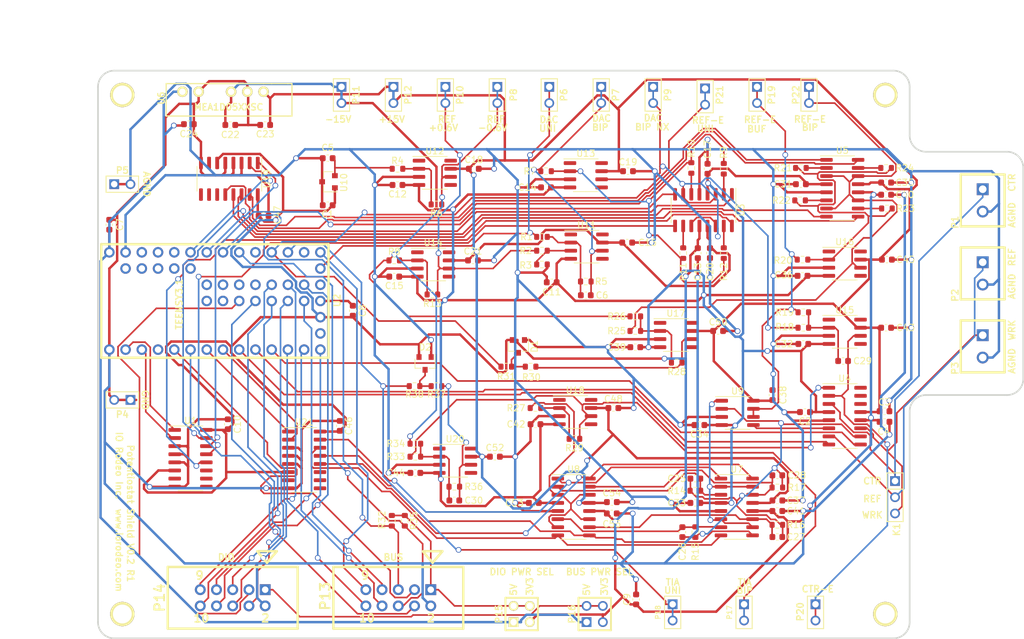
<source format=kicad_pcb>
(kicad_pcb (version 20171130) (host pcbnew 5.1.7-a382d34a8~87~ubuntu18.04.1)
  (layers (0 F.Cu signal) (31 B.Cu signal) (34 B.Paste user) (35 F.Paste user) (36 B.SilkS user) (37 F.SilkS user) (38 B.Mask user) (39 F.Mask user) (44 Edge.Cuts user))
  (net 0 "")
  (net 1 /3V3)
  (net 2 /5V)
  (net 3 /AGND)
  (net 4 /CS)
  (net 5 /CTR_ELECT)
  (net 6 /D24)
  (net 7 /D25)
  (net 8 /D26)
  (net 9 /D27)
  (net 10 /D28)
  (net 11 /D29)
  (net 12 /D30)
  (net 13 /D31)
  (net 14 /DAC_BIP)
  (net 15 /DAC_BIP_NX)
  (net 16 /DAC_GAIN_A0)
  (net 17 /DAC_GAIN_A1)
  (net 18 /DAC_UNI)
  (net 19 /GND)
  (net 20 /MISO)
  (net 21 /MOSI)
  (net 22 /REF_0V6)
  (net 23 /REF_ELECT)
  (net 24 /REF_ELECT_BUF)
  (net 25 /REF_ELECT_UNI)
  (net 26 /SCK)
  (net 27 /SCL)
  (net 28 /SDA)
  (net 29 /TIA_OUT_BIP)
  (net 30 /TIA_OUT_UNI)
  (net 31 /VEXP)
  (net 32 /VUEXT)
  (net 33 /WRK_ELECT)
  (net 34 /-15V)
  (net 35 /+15V)
  (net 36 /REF_3V)
  (net 37 "Net-(C6-Pad2)")
  (net 38 "Net-(C25-Pad1)")
  (net 39 "Net-(C26-Pad1)")
  (net 40 "Net-(C27-Pad1)")
  (net 41 "Net-(C28-Pad1)")
  (net 42 "Net-(C29-Pad2)")
  (net 43 "Net-(C30-Pad1)")
  (net 44 "Net-(C30-Pad2)")
  (net 45 "Net-(D1-Pad3)")
  (net 46 "Net-(D2-Pad3)")
  (net 47 /WRK_ELECT_OUT)
  (net 48 /REF_ELECT_OUT)
  (net 49 /CTR_ELECT_OUT)
  (net 50 /REF_NEG_0V6)
  (net 51 /D3)
  (net 52 /D4)
  (net 53 /REF_ELECT_BIP)
  (net 54 "Net-(R2-Pad1)")
  (net 55 "Net-(R4-Pad1)")
  (net 56 "Net-(R10-Pad2)")
  (net 57 "Net-(R13-Pad2)")
  (net 58 "Net-(R9-Pad1)")
  (net 59 "Net-(R10-Pad1)")
  (net 60 "Net-(R11-Pad1)")
  (net 61 "Net-(R12-Pad1)")
  (net 62 "Net-(R20-Pad1)")
  (net 63 "Net-(R21-Pad1)")
  (net 64 "Net-(R22-Pad1)")
  (net 65 "Net-(R23-Pad1)")
  (net 66 "Net-(R24-Pad1)")
  (net 67 "Net-(R25-Pad1)")
  (net 68 "Net-(R27-Pad1)")
  (net 69 "Net-(R27-Pad2)")
  (net 70 "Net-(R28-Pad1)")
  (net 71 /SW_GAIN_1X)
  (net 72 /SW_GAIN_2X)
  (net 73 /SW_GAIN_5X)
  (net 74 /SW_GAIN_10X)
  (net 75 "Net-(U1-Pad11)")
  (net 76 "Net-(U1-Pad10)")
  (net 77 "Net-(U1-Pad9)")
  (net 78 "Net-(U1-Pad7)")
  (net 79 "Net-(U2-Pad51)")
  (net 80 "Net-(U2-Pad50)")
  (net 81 "Net-(U2-Pad49)")
  (net 82 "Net-(U2-Pad48)")
  (net 83 "Net-(U2-Pad47)")
  (net 84 "Net-(U2-Pad46)")
  (net 85 "Net-(U2-Pad45)")
  (net 86 "Net-(U2-Pad44)")
  (net 87 "Net-(U2-Pad35)")
  (net 88 "Net-(U2-Pad34)")
  (net 89 "Net-(U2-Pad31)")
  (net 90 "Net-(U2-Pad30)")
  (net 91 "Net-(U2-Pad29)")
  (net 92 /REF_GAIN_A1)
  (net 93 /REF_GAIN_A0)
  (net 94 "Net-(U2-Pad24)")
  (net 95 "Net-(U2-Pad21)")
  (net 96 "Net-(U2-Pad18)")
  (net 97 "Net-(U2-Pad15)")
  (net 98 /SW_WRK_ELECT)
  (net 99 /SW_REF_ELECT)
  (net 100 /SW_CTR_ELECT)
  (net 101 /TIA_GAIN_A1)
  (net 102 /TIA_GAIN_A0)
  (net 103 "Net-(U2-Pad4)")
  (net 104 "Net-(U4-Pad14)")
  (net 105 "Net-(U4-Pad15)")
  (net 106 "Net-(U4-Pad16)")
  (net 107 /SW_GAIN_INV_1X)
  (net 108 /SW_GAIN_INV_2X)
  (net 109 /SW_GAIN_INV_5X)
  (net 110 /SW_GAIN_INV_10X)
  (net 111 /SW_TIA_GAIN_4)
  (net 112 "Net-(U7-Pad10)")
  (net 113 /SW_TIA_GAIN_3)
  (net 114 /SW_TIA_GAIN_2)
  (net 115 /SW_TIA_GAIN_1)
  (net 116 "Net-(U11-Pad1)")
  (net 117 "Net-(U11-Pad5)")
  (net 118 "Net-(U11-Pad8)")
  (net 119 "Net-(U12-Pad8)")
  (net 120 "Net-(U12-Pad5)")
  (net 121 "Net-(U12-Pad1)")
  (net 122 "Net-(U13-Pad1)")
  (net 123 "Net-(U13-Pad5)")
  (net 124 "Net-(U13-Pad8)")
  (net 125 "Net-(U14-Pad1)")
  (net 126 "Net-(U14-Pad5)")
  (net 127 "Net-(U14-Pad8)")
  (net 128 "Net-(U15-Pad8)")
  (net 129 "Net-(U15-Pad5)")
  (net 130 "Net-(U15-Pad1)")
  (net 131 "Net-(U16-Pad8)")
  (net 132 "Net-(U16-Pad5)")
  (net 133 "Net-(U16-Pad1)")
  (net 134 "Net-(U17-Pad8)")
  (net 135 "Net-(U17-Pad5)")
  (net 136 "Net-(U17-Pad1)")
  (net 137 "Net-(U18-Pad1)")
  (net 138 "Net-(U18-Pad5)")
  (net 139 "Net-(U18-Pad8)")
  (net 140 "Net-(U19-Pad11)")
  (net 141 "Net-(U19-Pad10)")
  (net 142 "Net-(U19-Pad9)")
  (net 143 "Net-(U19-Pad7)")
  (net 144 "Net-(U20-Pad8)")
  (net 145 "Net-(U20-Pad5)")
  (net 146 "Net-(U20-Pad1)")
  (net 147 "Net-(U21-Pad11)")
  (net 148 "Net-(U21-Pad10)")
  (net 149 "Net-(U21-Pad9)")
  (net 150 "Net-(U21-Pad7)")
  (module pin_array:PIN_ARRAY_2X1 (layer F.Cu) (at 54.61 68.58)
    (fp_text reference P5 (at 0 -2.159) (layer F.SilkS) (effects (font (size 1.016 1.016) (thickness 0.2032))))
    (fp_text value Conn_01x02 hide)
    (pad 1 thru_hole rect (at -1.27 0) (size 1.524 1.524) (drill 1.016) (layers *.Cu *.Mask) (net 3 /AGND))
    (pad 2 thru_hole circle (at 1.27 0) (size 1.524 1.524) (drill 1.016) (layers *.Cu *.Mask) (net 3 /AGND))
  )
  (module Capacitor_SMD:C_0603_1608Metric (layer F.Cu) (at 173.863 104.14)
    (fp_text reference C3 (at 0 -1.43) (layer F.SilkS))
    (fp_text value 0.1uF)
    (pad 2 smd roundrect (at 0.775 0) (size 0.9 0.95) (layers F.Cu F.Paste F.Mask) (net 3 /AGND))
    (pad 1 smd roundrect (at -0.775 0) (size 0.9 0.95) (layers F.Cu F.Paste F.Mask) (net 35 /+15V))
  )
  (module Package_SO:SOIC-8_3.9x4.9mm_P1.27mm (layer F.Cu) (at 127.254 78.359)
    (fp_text reference U11 (at 0 -3.4) (layer F.SilkS))
    (fp_text value OP07)
    (pad 1 smd roundrect (at -2.475 -1.905) (size 1.95 0.6) (layers F.Cu F.Paste F.Mask) (net 116 "Net-(U11-Pad1)"))
    (pad 2 smd roundrect (at -2.475 -0.635) (size 1.95 0.6) (layers F.Cu F.Paste F.Mask) (net 37 "Net-(C6-Pad2)"))
    (pad 3 smd roundrect (at -2.475 0.635) (size 1.95 0.6) (layers F.Cu F.Paste F.Mask) (net 54 "Net-(R2-Pad1)"))
    (pad 4 smd roundrect (at -2.475 1.905) (size 1.95 0.6) (layers F.Cu F.Paste F.Mask) (net 34 /-15V))
    (pad 5 smd roundrect (at 2.475 1.905) (size 1.95 0.6) (layers F.Cu F.Paste F.Mask) (net 117 "Net-(U11-Pad5)"))
    (pad 6 smd roundrect (at 2.475 0.635) (size 1.95 0.6) (layers F.Cu F.Paste F.Mask) (net 14 /DAC_BIP))
    (pad 7 smd roundrect (at 2.475 -0.635) (size 1.95 0.6) (layers F.Cu F.Paste F.Mask) (net 35 /+15V))
    (pad 8 smd roundrect (at 2.475 -1.905) (size 1.95 0.6) (layers F.Cu F.Paste F.Mask) (net 118 "Net-(U11-Pad8)"))
  )
  (module pin_array:PIN_ARRAY_3X1 (layer F.Cu) (at 175.514 117.602 270)
    (fp_text reference K1 (at 5.08 -0.254 270) (layer F.SilkS) (effects (font (size 1.016 1.016) (thickness 0.2032))))
    (fp_text value Conn_01x03 hide)
    (pad 1 thru_hole rect (at -2.54 0 270) (size 1.524 1.524) (drill 1.016) (layers *.Cu *.Mask) (net 49 /CTR_ELECT_OUT))
    (pad 2 thru_hole circle (at 0 0 270) (size 1.524 1.524) (drill 1.016) (layers *.Cu *.Mask) (net 48 /REF_ELECT_OUT))
    (pad 3 thru_hole circle (at 2.54 0 270) (size 1.524 1.524) (drill 1.016) (layers *.Cu *.Mask) (net 47 /WRK_ELECT_OUT))
  )
  (module ost_connblocks:CONNBLOCK2 (layer F.Cu) (at 189.23 71.12 270)
    (fp_text reference P1 (at 3.429 4.318 270) (layer F.SilkS) (effects (font (size 1.016 1.016) (thickness 0.2032))))
    (fp_text value Conn_01x02 hide)
    (pad 2 thru_hole circle (at 1.75006 0 270) (size 1.8542 1.8542) (drill 1.1938) (layers *.Cu *.Mask) (net 3 /AGND))
    (pad 1 thru_hole rect (at -1.75006 0 270) (size 1.8542 1.8542) (drill 1.1938) (layers *.Cu *.Mask) (net 49 /CTR_ELECT_OUT))
  )
  (module ost_connblocks:CONNBLOCK2 (layer F.Cu) (at 189.23 82.55 270)
    (fp_text reference P2 (at 3.429 4.318 270) (layer F.SilkS) (effects (font (size 1.016 1.016) (thickness 0.2032))))
    (fp_text value Conn_01x02 hide)
    (pad 2 thru_hole circle (at 1.75006 0 270) (size 1.8542 1.8542) (drill 1.1938) (layers *.Cu *.Mask) (net 3 /AGND))
    (pad 1 thru_hole rect (at -1.75006 0 270) (size 1.8542 1.8542) (drill 1.1938) (layers *.Cu *.Mask) (net 48 /REF_ELECT_OUT))
  )
  (module ost_connblocks:CONNBLOCK2 (layer F.Cu) (at 189.23 93.98 270)
    (fp_text reference P3 (at 3.429 4.318 270) (layer F.SilkS) (effects (font (size 1.016 1.016) (thickness 0.2032))))
    (fp_text value Conn_01x02 hide)
    (pad 2 thru_hole circle (at 1.75006 0 270) (size 1.8542 1.8542) (drill 1.1938) (layers *.Cu *.Mask) (net 3 /AGND))
    (pad 1 thru_hole rect (at -1.75006 0 270) (size 1.8542 1.8542) (drill 1.1938) (layers *.Cu *.Mask) (net 47 /WRK_ELECT_OUT))
  )
  (module 5x2_shrd_header:5X2_SHRD_HEADER (layer F.Cu) (at 71.882 133.35 180)
    (fp_text reference P14 (at 11.43 0 270) (layer F.SilkS) (effects (font (size 1.524 1.524) (thickness 0.3048))))
    (fp_text value Conn_02x05_Odd_Even hide)
    (fp_text user 2 (at -5.10032 -3.2004 180) (layer F.SilkS) (effects (font (size 1.27 1.27) (thickness 0.254))))
    (fp_text user 9 (at 5.19938 3.50012 180) (layer F.SilkS) (effects (font (size 1.27 1.27) (thickness 0.254))))
    (fp_text user 10 (at 4.89966 -3.2004 180) (layer F.SilkS) (effects (font (size 1.27 1.27) (thickness 0.254))))
    (pad 10 thru_hole circle (at 5.08 -1.27 180) (size 1.7 1.7) (drill 1.016) (layers *.Cu *.Mask) (net 13 /D31))
    (pad 9 thru_hole circle (at 5.08 1.27 180) (size 1.7 1.7) (drill 1.016) (layers *.Cu *.Mask) (net 12 /D30))
    (pad 8 thru_hole circle (at 2.54 -1.27 180) (size 1.7 1.7) (drill 1.016) (layers *.Cu *.Mask) (net 11 /D29))
    (pad 7 thru_hole circle (at 2.54 1.27 180) (size 1.7 1.7) (drill 1.016) (layers *.Cu *.Mask) (net 10 /D28))
    (pad 6 thru_hole circle (at 0 -1.27 180) (size 1.7 1.7) (drill 1.016) (layers *.Cu *.Mask) (net 9 /D27))
    (pad 5 thru_hole circle (at 0 1.27 180) (size 1.7 1.7) (drill 1.016) (layers *.Cu *.Mask) (net 8 /D26))
    (pad 4 thru_hole circle (at -2.54 -1.27 180) (size 1.7 1.7) (drill 1.016) (layers *.Cu *.Mask) (net 7 /D25))
    (pad 3 thru_hole circle (at -2.54 1.27 180) (size 1.7 1.7) (drill 1.016) (layers *.Cu *.Mask) (net 6 /D24))
    (pad 2 thru_hole circle (at -5.08 -1.27 180) (size 1.7 1.7) (drill 1.016) (layers *.Cu *.Mask) (net 19 /GND))
    (pad 1 thru_hole rect (at -5.08 1.27 180) (size 1.7 1.7) (drill 1.016) (layers *.Cu *.Mask) (net 31 /VEXP))
  )
  (module 5x2_shrd_header:5X2_SHRD_HEADER (layer F.Cu) (at 97.79 133.35 180)
    (fp_text reference P13 (at 11.43 0.254 270) (layer F.SilkS) (effects (font (size 1.524 1.524) (thickness 0.3048))))
    (fp_text value Conn_02x05_Odd_Even hide)
    (fp_text user 2 (at -5.10032 -3.2004 180) (layer F.SilkS) (effects (font (size 1.27 1.27) (thickness 0.254))))
    (fp_text user 9 (at 5.19938 3.50012 180) (layer F.SilkS) (effects (font (size 1.27 1.27) (thickness 0.254))))
    (fp_text user 10 (at 4.89966 -3.2004 180) (layer F.SilkS) (effects (font (size 1.27 1.27) (thickness 0.254))))
    (pad 10 thru_hole circle (at 5.08 -1.27 180) (size 1.7 1.7) (drill 1.016) (layers *.Cu *.Mask) (net 4 /CS))
    (pad 9 thru_hole circle (at 5.08 1.27 180) (size 1.7 1.7) (drill 1.016) (layers *.Cu *.Mask) (net 26 /SCK))
    (pad 8 thru_hole circle (at 2.54 -1.27 180) (size 1.7 1.7) (drill 1.016) (layers *.Cu *.Mask) (net 21 /MOSI))
    (pad 7 thru_hole circle (at 2.54 1.27 180) (size 1.7 1.7) (drill 1.016) (layers *.Cu *.Mask) (net 20 /MISO))
    (pad 6 thru_hole circle (at 0 -1.27 180) (size 1.7 1.7) (drill 1.016) (layers *.Cu *.Mask) (net 28 /SDA))
    (pad 5 thru_hole circle (at 0 1.27 180) (size 1.7 1.7) (drill 1.016) (layers *.Cu *.Mask) (net 27 /SCL))
    (pad 4 thru_hole circle (at -2.54 -1.27 180) (size 1.7 1.7) (drill 1.016) (layers *.Cu *.Mask) (net 52 /D4))
    (pad 3 thru_hole circle (at -2.54 1.27 180) (size 1.7 1.7) (drill 1.016) (layers *.Cu *.Mask) (net 51 /D3))
    (pad 2 thru_hole circle (at -5.08 -1.27 180) (size 1.7 1.7) (drill 1.016) (layers *.Cu *.Mask) (net 19 /GND))
    (pad 1 thru_hole rect (at -5.08 1.27 180) (size 1.7 1.7) (drill 1.016) (layers *.Cu *.Mask) (net 32 /VUEXT))
  )
  (module teensy3x:TEENSY3X (layer F.Cu) (at 69.088 86.868 90)
    (fp_text reference U2 (at 0.0762 19.1262 90) (layer F.SilkS) (effects (font (size 1.016 1.016) (thickness 0.2032))))
    (fp_text value TEENSY3.1 (at -0.508 -5.588 90) (layer F.SilkS) (effects (font (size 1.016 1.016) (thickness 0.2032))))
    (pad "" thru_hole circle (at 5.08 -11.43 90) (size 1.65 1.65) (drill 1.016) (layers *.Cu *.Mask))
    (pad 51 thru_hole circle (at 5.08 -13.97 90) (size 1.65 1.65) (drill 1.016) (layers *.Cu *.Mask) (net 79 "Net-(U2-Pad51)"))
    (pad 50 thru_hole circle (at 5.08 -8.89 90) (size 1.65 1.65) (drill 1.016) (layers *.Cu *.Mask) (net 80 "Net-(U2-Pad50)"))
    (pad 49 thru_hole circle (at 5.08 -6.35 90) (size 1.65 1.65) (drill 1.016) (layers *.Cu *.Mask) (net 81 "Net-(U2-Pad49)"))
    (pad 48 thru_hole circle (at 5.08 -3.81 90) (size 1.65 1.65) (drill 1.016) (layers *.Cu *.Mask) (net 82 "Net-(U2-Pad48)"))
    (pad 47 thru_hole circle (at 2.54 -1.27 90) (size 1.65 1.65) (drill 1.016) (layers *.Cu *.Mask) (net 83 "Net-(U2-Pad47)"))
    (pad 46 thru_hole circle (at 2.54 1.27 90) (size 1.65 1.65) (drill 1.016) (layers *.Cu *.Mask) (net 84 "Net-(U2-Pad46)"))
    (pad 45 thru_hole circle (at 2.54 3.81 90) (size 1.65 1.65) (drill 1.016) (layers *.Cu *.Mask) (net 85 "Net-(U2-Pad45)"))
    (pad 44 thru_hole circle (at 2.54 6.35 90) (size 1.65 1.65) (drill 1.016) (layers *.Cu *.Mask) (net 86 "Net-(U2-Pad44)"))
    (pad 43 thru_hole circle (at 2.54 8.89 90) (size 1.65 1.65) (drill 1.016) (layers *.Cu *.Mask) (net 13 /D31))
    (pad 42 thru_hole circle (at 2.54 11.43 90) (size 1.65 1.65) (drill 1.016) (layers *.Cu *.Mask) (net 12 /D30))
    (pad 41 thru_hole circle (at 2.54 13.97 90) (size 1.65 1.65) (drill 1.016) (layers *.Cu *.Mask) (net 11 /D29))
    (pad 40 thru_hole circle (at 0 13.97 90) (size 1.65 1.65) (drill 1.016) (layers *.Cu *.Mask) (net 10 /D28))
    (pad 39 thru_hole circle (at 0 11.43 90) (size 1.65 1.65) (drill 1.016) (layers *.Cu *.Mask) (net 9 /D27))
    (pad 38 thru_hole circle (at 0 8.89 90) (size 1.65 1.65) (drill 1.016) (layers *.Cu *.Mask) (net 8 /D26))
    (pad 37 thru_hole circle (at 0 6.35 90) (size 1.65 1.65) (drill 1.016) (layers *.Cu *.Mask) (net 7 /D25))
    (pad 36 thru_hole circle (at 0 3.81 90) (size 1.65 1.65) (drill 1.016) (layers *.Cu *.Mask) (net 6 /D24))
    (pad 35 thru_hole circle (at 0 1.27 90) (size 1.65 1.65) (drill 1.016) (layers *.Cu *.Mask) (net 87 "Net-(U2-Pad35)"))
    (pad 34 thru_hole circle (at 0 -1.27 90) (size 1.65 1.65) (drill 1.016) (layers *.Cu *.Mask) (net 88 "Net-(U2-Pad34)"))
    (pad 33 thru_hole circle (at 7.62 -16.51 90) (size 1.65 1.65) (drill 1.016) (layers *.Cu *.Mask) (net 2 /5V))
    (pad 32 thru_hole circle (at 7.62 -13.97 90) (size 1.65 1.65) (drill 1.016) (layers *.Cu *.Mask) (net 3 /AGND))
    (pad 31 thru_hole circle (at 7.62 -11.43 90) (size 1.65 1.65) (drill 1.016) (layers *.Cu *.Mask) (net 89 "Net-(U2-Pad31)"))
    (pad 30 thru_hole circle (at 7.62 -8.89 90) (size 1.65 1.65) (drill 1.016) (layers *.Cu *.Mask) (net 90 "Net-(U2-Pad30)"))
    (pad 29 thru_hole circle (at 7.62 -6.35 90) (size 1.65 1.65) (drill 1.016) (layers *.Cu *.Mask) (net 91 "Net-(U2-Pad29)"))
    (pad 28 thru_hole circle (at 7.62 -3.81 90) (size 1.65 1.65) (drill 1.016) (layers *.Cu *.Mask) (net 92 /REF_GAIN_A1))
    (pad 27 thru_hole circle (at 7.62 -1.27 90) (size 1.65 1.65) (drill 1.016) (layers *.Cu *.Mask) (net 93 /REF_GAIN_A0))
    (pad 26 thru_hole circle (at 7.62 1.27 90) (size 1.65 1.65) (drill 1.016) (layers *.Cu *.Mask) (net 27 /SCL))
    (pad 25 thru_hole circle (at 7.62 3.81 90) (size 1.65 1.65) (drill 1.016) (layers *.Cu *.Mask) (net 28 /SDA))
    (pad 24 thru_hole circle (at 7.62 6.35 90) (size 1.65 1.65) (drill 1.016) (layers *.Cu *.Mask) (net 94 "Net-(U2-Pad24)"))
    (pad 23 thru_hole circle (at 7.62 8.89 90) (size 1.65 1.65) (drill 1.016) (layers *.Cu *.Mask) (net 25 /REF_ELECT_UNI))
    (pad 22 thru_hole circle (at 7.62 11.43 90) (size 1.65 1.65) (drill 1.016) (layers *.Cu *.Mask) (net 30 /TIA_OUT_UNI))
    (pad 21 thru_hole circle (at 7.62 13.97 90) (size 1.65 1.65) (drill 1.016) (layers *.Cu *.Mask) (net 95 "Net-(U2-Pad21)"))
    (pad 20 thru_hole circle (at 7.62 16.51 90) (size 1.65 1.65) (drill 1.016) (layers *.Cu *.Mask) (net 26 /SCK))
    (pad 19 thru_hole circle (at 5.08 16.51 90) (size 1.65 1.65) (drill 1.016) (layers *.Cu *.Mask) (net 18 /DAC_UNI))
    (pad 18 thru_hole circle (at 2.54 16.51 90) (size 1.65 1.65) (drill 1.016) (layers *.Cu *.Mask) (net 96 "Net-(U2-Pad18)"))
    (pad 17 thru_hole circle (at 0 16.51 90) (size 1.65 1.65) (drill 1.016) (layers *.Cu *.Mask) (net 19 /GND))
    (pad 16 thru_hole circle (at -2.54 16.51 90) (size 1.65 1.65) (drill 1.016) (layers *.Cu *.Mask) (net 1 /3V3))
    (pad 15 thru_hole circle (at -5.08 16.51 90) (size 1.65 1.65) (drill 1.016) (layers *.Cu *.Mask) (net 97 "Net-(U2-Pad15)"))
    (pad 14 thru_hole circle (at -7.62 16.51 90) (size 1.65 1.65) (drill 1.016) (layers *.Cu *.Mask) (net 20 /MISO))
    (pad 13 thru_hole circle (at -7.62 13.97 90) (size 1.65 1.65) (drill 1.016) (layers *.Cu *.Mask) (net 21 /MOSI))
    (pad 12 thru_hole circle (at -7.62 11.43 90) (size 1.65 1.65) (drill 1.016) (layers *.Cu *.Mask) (net 4 /CS))
    (pad 11 thru_hole circle (at -7.62 8.89 90) (size 1.65 1.65) (drill 1.016) (layers *.Cu *.Mask) (net 98 /SW_WRK_ELECT))
    (pad 10 thru_hole circle (at -7.62 6.35 90) (size 1.65 1.65) (drill 1.016) (layers *.Cu *.Mask) (net 99 /SW_REF_ELECT))
    (pad 9 thru_hole circle (at -7.62 3.81 90) (size 1.65 1.65) (drill 1.016) (layers *.Cu *.Mask) (net 100 /SW_CTR_ELECT))
    (pad 8 thru_hole circle (at -7.62 1.27 90) (size 1.65 1.65) (drill 1.016) (layers *.Cu *.Mask) (net 101 /TIA_GAIN_A1))
    (pad 7 thru_hole circle (at -7.62 -1.27 90) (size 1.65 1.65) (drill 1.016) (layers *.Cu *.Mask) (net 102 /TIA_GAIN_A0))
    (pad 6 thru_hole circle (at -7.62 -3.81 90) (size 1.65 1.65) (drill 1.016) (layers *.Cu *.Mask) (net 52 /D4))
    (pad 5 thru_hole circle (at -7.62 -6.35 90) (size 1.65 1.65) (drill 1.016) (layers *.Cu *.Mask) (net 51 /D3))
    (pad 4 thru_hole circle (at -7.62 -8.89 90) (size 1.65 1.65) (drill 1.016) (layers *.Cu *.Mask) (net 103 "Net-(U2-Pad4)"))
    (pad 3 thru_hole circle (at -7.62 -11.43 90) (size 1.65 1.65) (drill 1.016) (layers *.Cu *.Mask) (net 17 /DAC_GAIN_A1))
    (pad 2 thru_hole circle (at -7.62 -13.97 90) (size 1.65 1.65) (drill 1.016) (layers *.Cu *.Mask) (net 16 /DAC_GAIN_A0))
    (pad 1 thru_hole circle (at -7.62 -16.51 90) (size 1.65 1.65) (drill 1.016) (layers *.Cu *.Mask) (net 19 /GND))
  )
  (module pin_array:PIN_ARRAY_2X1 (layer F.Cu) (at 129.54 54.61 270)
    (fp_text reference P7 (at 0 -2.286 270) (layer F.SilkS) (effects (font (size 1.016 1.016) (thickness 0.2032))))
    (fp_text value Conn_01x02 hide)
    (pad 1 thru_hole rect (at -1.27 0 270) (size 1.524 1.524) (drill 1.016) (layers *.Cu *.Mask) (net 14 /DAC_BIP))
    (pad 2 thru_hole circle (at 1.27 0 270) (size 1.524 1.524) (drill 1.016) (layers *.Cu *.Mask) (net 14 /DAC_BIP))
  )
  (module pin_array:PIN_ARRAY_2X1 (layer F.Cu) (at 137.668 54.61 270)
    (fp_text reference P9 (at 0 -2.286 270) (layer F.SilkS) (effects (font (size 1.016 1.016) (thickness 0.2032))))
    (fp_text value Conn_01x02 hide)
    (pad 1 thru_hole rect (at -1.27 0 270) (size 1.524 1.524) (drill 1.016) (layers *.Cu *.Mask) (net 15 /DAC_BIP_NX))
    (pad 2 thru_hole circle (at 1.27 0 270) (size 1.524 1.524) (drill 1.016) (layers *.Cu *.Mask) (net 15 /DAC_BIP_NX))
  )
  (module pin_array:PIN_ARRAY_2X1 (layer F.Cu) (at 163.068 135.636 270)
    (fp_text reference P20 (at -0.1016 2.3876 270) (layer F.SilkS) (effects (font (size 1.016 1.016) (thickness 0.2032))))
    (fp_text value Conn_01x02 hide)
    (pad 1 thru_hole rect (at -1.27 0 270) (size 1.524 1.524) (drill 1.016) (layers *.Cu *.Mask) (net 5 /CTR_ELECT))
    (pad 2 thru_hole circle (at 1.27 0 270) (size 1.524 1.524) (drill 1.016) (layers *.Cu *.Mask) (net 5 /CTR_ELECT))
  )
  (module pin_array:PIN_ARRAY_2X1 (layer F.Cu) (at 145.796 54.864 270)
    (fp_text reference P21 (at -0.254 -2.286 270) (layer F.SilkS) (effects (font (size 1.016 1.016) (thickness 0.2032))))
    (fp_text value Conn_01x02 hide)
    (pad 2 thru_hole circle (at 1.27 0 270) (size 1.524 1.524) (drill 1.016) (layers *.Cu *.Mask) (net 25 /REF_ELECT_UNI))
    (pad 1 thru_hole rect (at -1.27 0 270) (size 1.524 1.524) (drill 1.016) (layers *.Cu *.Mask) (net 25 /REF_ELECT_UNI))
  )
  (module pin_array:PIN_ARRAY_2X1 (layer F.Cu) (at 153.924 54.61 270)
    (fp_text reference P19 (at 0 -2.286 270) (layer F.SilkS) (effects (font (size 1.016 1.016) (thickness 0.2032))))
    (fp_text value Conn_01x02 hide)
    (pad 1 thru_hole rect (at -1.27 0 270) (size 1.524 1.524) (drill 1.016) (layers *.Cu *.Mask) (net 24 /REF_ELECT_BUF))
    (pad 2 thru_hole circle (at 1.27 0 270) (size 1.524 1.524) (drill 1.016) (layers *.Cu *.Mask) (net 24 /REF_ELECT_BUF))
  )
  (module pin_array:PIN_ARRAY_2X1 (layer F.Cu) (at 121.412 54.61 270)
    (fp_text reference P6 (at 0 -2.286 270) (layer F.SilkS) (effects (font (size 1.016 1.016) (thickness 0.2032))))
    (fp_text value Conn_01x02 hide)
    (pad 1 thru_hole rect (at -1.27 0 270) (size 1.524 1.524) (drill 1.016) (layers *.Cu *.Mask) (net 18 /DAC_UNI))
    (pad 2 thru_hole circle (at 1.27 0 270) (size 1.524 1.524) (drill 1.016) (layers *.Cu *.Mask) (net 18 /DAC_UNI))
  )
  (module pin_array:PIN_ARRAY_2X1 (layer F.Cu) (at 105.156 54.61 270)
    (fp_text reference P10 (at 0 -2.286 90) (layer F.SilkS) (effects (font (size 1.016 1.016) (thickness 0.2032))))
    (fp_text value Conn_01x02 hide)
    (pad 1 thru_hole rect (at -1.27 0 270) (size 1.524 1.524) (drill 1.016) (layers *.Cu *.Mask) (net 22 /REF_0V6))
    (pad 2 thru_hole circle (at 1.27 0 270) (size 1.524 1.524) (drill 1.016) (layers *.Cu *.Mask) (net 22 /REF_0V6))
  )
  (module pin_array:PIN_ARRAY_2X1 (layer F.Cu) (at 97.028 54.61 270)
    (fp_text reference P12 (at 0 -2.286 270) (layer F.SilkS) (effects (font (size 1.016 1.016) (thickness 0.2032))))
    (fp_text value Conn_01x02 hide)
    (pad 1 thru_hole rect (at -1.27 0 270) (size 1.524 1.524) (drill 1.016) (layers *.Cu *.Mask) (net 35 /+15V))
    (pad 2 thru_hole circle (at 1.27 0 270) (size 1.524 1.524) (drill 1.016) (layers *.Cu *.Mask) (net 35 /+15V))
  )
  (module pin_array:PIN_ARRAY_2X1 (layer F.Cu) (at 88.9 54.61 270)
    (fp_text reference P11 (at 0 -2.286 270) (layer F.SilkS) (effects (font (size 1.016 1.016) (thickness 0.2032))))
    (fp_text value Conn_01x02 hide)
    (pad 1 thru_hole rect (at -1.27 0 270) (size 1.524 1.524) (drill 1.016) (layers *.Cu *.Mask) (net 34 /-15V))
    (pad 2 thru_hole circle (at 1.27 0 270) (size 1.524 1.524) (drill 1.016) (layers *.Cu *.Mask) (net 34 /-15V))
  )
  (module pin_array:PIN_ARRAY_2X1 (layer F.Cu) (at 54.61 102.362 180)
    (fp_text reference P4 (at 0 -2.286 180) (layer F.SilkS) (effects (font (size 1.016 1.016) (thickness 0.2032))))
    (fp_text value Conn_01x02 hide)
    (pad 1 thru_hole rect (at -1.27 0 180) (size 1.524 1.524) (drill 1.016) (layers *.Cu *.Mask) (net 19 /GND))
    (pad 2 thru_hole circle (at 1.27 0 180) (size 1.524 1.524) (drill 1.016) (layers *.Cu *.Mask) (net 19 /GND))
  )
  (module pin_array:PIN_ARRAY_2X1 (layer F.Cu) (at 140.716 135.636 270)
    (fp_text reference P18 (at 0 2.286 270) (layer F.SilkS) (effects (font (size 0.762 0.762) (thickness 0.1524))))
    (fp_text value Conn_01x02 hide)
    (pad 1 thru_hole rect (at -1.27 0 270) (size 1.524 1.524) (drill 1.016) (layers *.Cu *.Mask) (net 30 /TIA_OUT_UNI))
    (pad 2 thru_hole circle (at 1.27 0 270) (size 1.524 1.524) (drill 1.016) (layers *.Cu *.Mask) (net 30 /TIA_OUT_UNI))
  )
  (module pin_array:PIN_ARRAY_2X1 (layer F.Cu) (at 151.892 135.636 270)
    (fp_text reference P17 (at 0 2.286 270) (layer F.SilkS) (effects (font (size 0.762 0.762) (thickness 0.1524))))
    (fp_text value Conn_01x02 hide)
    (pad 1 thru_hole rect (at -1.27 0 270) (size 1.524 1.524) (drill 1.016) (layers *.Cu *.Mask) (net 29 /TIA_OUT_BIP))
    (pad 2 thru_hole circle (at 1.27 0 270) (size 1.524 1.524) (drill 1.016) (layers *.Cu *.Mask) (net 29 /TIA_OUT_BIP))
  )
  (module pin_array:PIN_ARRAY_2X1 (layer F.Cu) (at 113.284 54.61 270)
    (fp_text reference P8 (at 0 -2.54 270) (layer F.SilkS) (effects (font (size 1.016 1.016) (thickness 0.2032))))
    (fp_text value Conn_01x02 hide)
    (pad 1 thru_hole rect (at -1.27 0 270) (size 1.524 1.524) (drill 1.016) (layers *.Cu *.Mask) (net 50 /REF_NEG_0V6))
    (pad 2 thru_hole circle (at 1.27 0 270) (size 1.524 1.524) (drill 1.016) (layers *.Cu *.Mask) (net 50 /REF_NEG_0V6))
  )
  (module pin_array:PIN_ARRAY_2X2 (layer F.Cu) (at 128.524 135.89)
    (fp_text reference P16 (at -3.556 0 90) (layer F.SilkS) (effects (font (size 1.016 1.016) (thickness 0.2032))))
    (fp_text value Conn_02x02_Odd_Even hide)
    (pad 1 thru_hole rect (at -1.27 1.27) (size 1.524 1.524) (drill 1.016) (layers *.Cu *.Mask) (net 2 /5V))
    (pad 2 thru_hole circle (at -1.27 -1.27) (size 1.524 1.524) (drill 1.016) (layers *.Cu *.Mask) (net 31 /VEXP))
    (pad 3 thru_hole circle (at 1.27 1.27) (size 1.524 1.524) (drill 1.016) (layers *.Cu *.Mask) (net 1 /3V3))
    (pad 4 thru_hole circle (at 1.27 -1.27) (size 1.524 1.524) (drill 1.016) (layers *.Cu *.Mask) (net 31 /VEXP))
  )
  (module pin_array:PIN_ARRAY_2X2 (layer F.Cu) (at 117.094 135.89)
    (fp_text reference P15 (at -3.556 0 90) (layer F.SilkS) (effects (font (size 1.016 1.016) (thickness 0.2032))))
    (fp_text value Conn_02x02_Odd_Even hide)
    (pad 1 thru_hole rect (at -1.27 1.27) (size 1.524 1.524) (drill 1.016) (layers *.Cu *.Mask F.SilkS) (net 2 /5V))
    (pad 2 thru_hole circle (at -1.27 -1.27) (size 1.524 1.524) (drill 1.016) (layers *.Cu *.Mask F.SilkS) (net 32 /VUEXT))
    (pad 3 thru_hole circle (at 1.27 1.27) (size 1.524 1.524) (drill 1.016) (layers *.Cu *.Mask F.SilkS) (net 1 /3V3))
    (pad 4 thru_hole circle (at 1.27 -1.27) (size 1.524 1.524) (drill 1.016) (layers *.Cu *.Mask F.SilkS) (net 32 /VUEXT))
  )
  (module 4-40 (layer F.Cu) (at 173.99 135.89)
    (fp_text reference H3 hide)
    (fp_text value VAL** hide)
    (pad "" thru_hole circle (at 0 0) (size 3.81 3.81) (drill 2.9464) (layers *.Cu *.Mask F.SilkS))
  )
  (module 4-40 (layer F.Cu) (at 54.61 135.89)
    (fp_text reference H4 hide)
    (fp_text value VAL** hide)
    (pad "" thru_hole circle (at 0 0) (size 3.81 3.81) (drill 2.9464) (layers *.Cu *.Mask F.SilkS))
  )
  (module 4-40 (layer F.Cu) (at 54.61 54.61)
    (fp_text reference H1 hide)
    (fp_text value VAL** hide)
    (pad "" thru_hole circle (at 0 0) (size 3.81 3.81) (drill 2.9464) (layers *.Cu *.Mask F.SilkS))
  )
  (module 4-40 (layer F.Cu) (at 173.99 54.61)
    (fp_text reference H2 hide)
    (fp_text value VAL** hide)
    (pad "" thru_hole circle (at 0 0) (size 3.81 3.81) (drill 2.9464) (layers *.Cu *.Mask F.SilkS))
  )
  (module MEA1 (layer F.Cu) (at 70.358 54.102)
    (fp_text reference U6 (at -9.652 1.016 90) (layer F.SilkS) (effects (font (size 1.016 1.016) (thickness 0.2032))))
    (fp_text value MEA1D05XXSC (at 0.889 2.413) (layer F.SilkS) (effects (font (size 1.016 1.016) (thickness 0.2032))))
    (pad 1 thru_hole circle (at -6.35 0) (size 1.651 1.651) (drill 1.016) (layers *.Cu *.Mask F.SilkS) (net 2 /5V))
    (pad 2 thru_hole circle (at -3.81 0) (size 1.651 1.651) (drill 1.016) (layers *.Cu *.Mask F.SilkS) (net 19 /GND))
    (pad 4 thru_hole circle (at 1.27 0) (size 1.651 1.651) (drill 1.016) (layers *.Cu *.Mask F.SilkS) (net 34 /-15V))
    (pad 5 thru_hole circle (at 3.81 0) (size 1.651 1.651) (drill 1.016) (layers *.Cu *.Mask F.SilkS) (net 19 /GND))
    (pad 6 thru_hole circle (at 6.35 0) (size 1.651 1.651) (drill 1.016) (layers *.Cu *.Mask F.SilkS) (net 35 /+15V))
  )
  (module Capacitor_SMD:C_0603_1608Metric (layer F.Cu) (at 86.741 71.882 180)
    (fp_text reference C1 (at 0 -1.43) (layer F.SilkS))
    (fp_text value 4.7uF)
    (pad 2 smd roundrect (at 0.775 0 180) (size 0.9 0.95) (layers F.Cu F.Paste F.Mask) (net 3 /AGND))
    (pad 1 smd roundrect (at -0.775 0 180) (size 0.9 0.95) (layers F.Cu F.Paste F.Mask) (net 1 /3V3))
  )
  (module Capacitor_SMD:C_0603_1608Metric (layer F.Cu) (at 161.417 104.267 180)
    (fp_text reference C2 (at 0 -1.43) (layer F.SilkS))
    (fp_text value 0.1uF)
    (pad 1 smd roundrect (at -0.775 0 180) (size 0.9 0.95) (layers F.Cu F.Paste F.Mask) (net 34 /-15V))
    (pad 2 smd roundrect (at 0.775 0 180) (size 0.9 0.95) (layers F.Cu F.Paste F.Mask) (net 3 /AGND))
  )
  (module Capacitor_SMD:C_0603_1608Metric (layer F.Cu) (at 173.863 105.791)
    (fp_text reference C4 (at -0.127 1.524) (layer F.SilkS))
    (fp_text value 0.1uF)
    (pad 2 smd roundrect (at 0.775 0) (size 0.9 0.95) (layers F.Cu F.Paste F.Mask) (net 19 /GND))
    (pad 1 smd roundrect (at -0.775 0) (size 0.9 0.95) (layers F.Cu F.Paste F.Mask) (net 1 /3V3))
  )
  (module Capacitor_SMD:C_0603_1608Metric (layer F.Cu) (at 86.741 64.516 180)
    (fp_text reference C5 (at 0 1.651) (layer F.SilkS))
    (fp_text value 4.7uF)
    (pad 1 smd roundrect (at -0.775 0 180) (size 0.9 0.95) (layers F.Cu F.Paste F.Mask) (net 36 /REF_3V))
    (pad 2 smd roundrect (at 0.775 0 180) (size 0.9 0.95) (layers F.Cu F.Paste F.Mask) (net 3 /AGND))
  )
  (module Capacitor_SMD:C_0603_1608Metric (layer F.Cu) (at 127.127 85.979 180)
    (fp_text reference C6 (at -2.54 0) (layer F.SilkS))
    (fp_text value 3.3nF)
    (pad 2 smd roundrect (at 0.775 0 180) (size 0.9 0.95) (layers F.Cu F.Paste F.Mask) (net 37 "Net-(C6-Pad2)"))
    (pad 1 smd roundrect (at -0.775 0 180) (size 0.9 0.95) (layers F.Cu F.Paste F.Mask) (net 14 /DAC_BIP))
  )
  (module Capacitor_SMD:C_0603_1608Metric (layer F.Cu) (at 52.578 74.93 90)
    (fp_text reference C7 (at 0 1.651 90) (layer F.SilkS))
    (fp_text value 2.2uF)
    (pad 1 smd roundrect (at -0.775 0 90) (size 0.9 0.95) (layers F.Cu F.Paste F.Mask) (net 2 /5V))
    (pad 2 smd roundrect (at 0.775 0 90) (size 0.9 0.95) (layers F.Cu F.Paste F.Mask) (net 19 /GND))
  )
  (module Capacitor_SMD:C_0603_1608Metric (layer F.Cu) (at 90.678 88.392 90)
    (fp_text reference C8 (at 0 1.524 90) (layer F.SilkS))
    (fp_text value 2.2uF)
    (pad 2 smd roundrect (at 0.775 0 90) (size 0.9 0.95) (layers F.Cu F.Paste F.Mask) (net 19 /GND))
    (pad 1 smd roundrect (at -0.775 0 90) (size 0.9 0.95) (layers F.Cu F.Paste F.Mask) (net 1 /3V3))
  )
  (module Capacitor_SMD:C_0603_1608Metric (layer F.Cu) (at 135.001 133.604 90)
    (fp_text reference C9 (at 0 -1.43 90) (layer F.SilkS))
    (fp_text value 2.2uF)
    (pad 1 smd roundrect (at -0.775 0 90) (size 0.9 0.95) (layers F.Cu F.Paste F.Mask) (net 1 /3V3))
    (pad 2 smd roundrect (at 0.775 0 90) (size 0.9 0.95) (layers F.Cu F.Paste F.Mask) (net 19 /GND))
  )
  (module Capacitor_SMD:C_0603_1608Metric (layer F.Cu) (at 71.12 106.172 90)
    (fp_text reference C10 (at 0 1.524 90) (layer F.SilkS))
    (fp_text value 0.1uF)
    (pad 2 smd roundrect (at 0.775 0 90) (size 0.9 0.95) (layers F.Cu F.Paste F.Mask) (net 19 /GND))
    (pad 1 smd roundrect (at -0.775 0 90) (size 0.9 0.95) (layers F.Cu F.Paste F.Mask) (net 1 /3V3))
  )
  (module Capacitor_SMD:C_0603_1608Metric (layer F.Cu) (at 121.793 83.947 180)
    (fp_text reference C11 (at 0 -1.524) (layer F.SilkS))
    (fp_text value 0.1uF)
    (pad 1 smd roundrect (at -0.775 0 180) (size 0.9 0.95) (layers F.Cu F.Paste F.Mask) (net 34 /-15V))
    (pad 2 smd roundrect (at 0.775 0 180) (size 0.9 0.95) (layers F.Cu F.Paste F.Mask) (net 3 /AGND))
  )
  (module Capacitor_SMD:C_0603_1608Metric (layer F.Cu) (at 97.663 68.707 180)
    (fp_text reference C12 (at 0 -1.43) (layer F.SilkS))
    (fp_text value 0.1uF)
    (pad 2 smd roundrect (at 0.775 0 180) (size 0.9 0.95) (layers F.Cu F.Paste F.Mask) (net 3 /AGND))
    (pad 1 smd roundrect (at -0.775 0 180) (size 0.9 0.95) (layers F.Cu F.Paste F.Mask) (net 34 /-15V))
  )
  (module Capacitor_SMD:C_0603_1608Metric (layer F.Cu) (at 144.653 79.375 270)
    (fp_text reference C13 (at 2.921 0 90) (layer F.SilkS))
    (fp_text value 0.1uF)
    (pad 1 smd roundrect (at -0.775 0 270) (size 0.9 0.95) (layers F.Cu F.Paste F.Mask) (net 1 /3V3))
    (pad 2 smd roundrect (at 0.775 0 270) (size 0.9 0.95) (layers F.Cu F.Paste F.Mask) (net 19 /GND))
  )
  (module Capacitor_SMD:C_0603_1608Metric (layer F.Cu) (at 120.904 69.088 180)
    (fp_text reference C14 (at 2.921 0) (layer F.SilkS))
    (fp_text value 0.1uF)
    (pad 1 smd roundrect (at -0.775 0 180) (size 0.9 0.95) (layers F.Cu F.Paste F.Mask) (net 34 /-15V))
    (pad 2 smd roundrect (at 0.775 0 180) (size 0.9 0.95) (layers F.Cu F.Paste F.Mask) (net 3 /AGND))
  )
  (module Capacitor_SMD:C_0603_1608Metric (layer F.Cu) (at 97.155 83.058 180)
    (fp_text reference C15 (at 0 -1.43) (layer F.SilkS))
    (fp_text value 0.1uF)
    (pad 1 smd roundrect (at -0.775 0 180) (size 0.9 0.95) (layers F.Cu F.Paste F.Mask) (net 34 /-15V))
    (pad 2 smd roundrect (at 0.775 0 180) (size 0.9 0.95) (layers F.Cu F.Paste F.Mask) (net 3 /AGND))
  )
  (module Capacitor_SMD:C_0603_1608Metric (layer F.Cu) (at 133.604 77.724)
    (fp_text reference C16 (at 3.175 0) (layer F.SilkS))
    (fp_text value 0.1uF)
    (pad 2 smd roundrect (at 0.775 0) (size 0.9 0.95) (layers F.Cu F.Paste F.Mask) (net 3 /AGND))
    (pad 1 smd roundrect (at -0.775 0) (size 0.9 0.95) (layers F.Cu F.Paste F.Mask) (net 35 /+15V))
  )
  (module Capacitor_SMD:C_0603_1608Metric (layer F.Cu) (at 146.177 66.167 90)
    (fp_text reference C17 (at 3.048 0 90) (layer F.SilkS))
    (fp_text value 0.1uF)
    (pad 2 smd roundrect (at 0.775 0 90) (size 0.9 0.95) (layers F.Cu F.Paste F.Mask) (net 3 /AGND))
    (pad 1 smd roundrect (at -0.775 0 90) (size 0.9 0.95) (layers F.Cu F.Paste F.Mask) (net 34 /-15V))
  )
  (module Capacitor_SMD:C_0603_1608Metric (layer F.Cu) (at 109.601 66.167)
    (fp_text reference C18 (at 0 -1.43) (layer F.SilkS))
    (fp_text value 0.1uF)
    (pad 2 smd roundrect (at 0.775 0) (size 0.9 0.95) (layers F.Cu F.Paste F.Mask) (net 3 /AGND))
    (pad 1 smd roundrect (at -0.775 0) (size 0.9 0.95) (layers F.Cu F.Paste F.Mask) (net 35 /+15V))
  )
  (module Capacitor_SMD:C_0603_1608Metric (layer F.Cu) (at 133.731 66.548)
    (fp_text reference C19 (at 0 -1.43) (layer F.SilkS))
    (fp_text value 0.1uF)
    (pad 2 smd roundrect (at 0.775 0) (size 0.9 0.95) (layers F.Cu F.Paste F.Mask) (net 3 /AGND))
    (pad 1 smd roundrect (at -0.775 0) (size 0.9 0.95) (layers F.Cu F.Paste F.Mask) (net 35 /+15V))
  )
  (module Capacitor_SMD:C_0603_1608Metric (layer F.Cu) (at 146.558 79.375 270)
    (fp_text reference C20 (at 2.921 0 90) (layer F.SilkS))
    (fp_text value 0.1uF)
    (pad 1 smd roundrect (at -0.775 0 270) (size 0.9 0.95) (layers F.Cu F.Paste F.Mask) (net 35 /+15V))
    (pad 2 smd roundrect (at 0.775 0 270) (size 0.9 0.95) (layers F.Cu F.Paste F.Mask) (net 3 /AGND))
  )
  (module Capacitor_SMD:C_0603_1608Metric (layer F.Cu) (at 109.474 80.518)
    (fp_text reference C21 (at 0 -1.43) (layer F.SilkS))
    (fp_text value 0.1uF)
    (pad 1 smd roundrect (at -0.775 0) (size 0.9 0.95) (layers F.Cu F.Paste F.Mask) (net 35 /+15V))
    (pad 2 smd roundrect (at 0.775 0) (size 0.9 0.95) (layers F.Cu F.Paste F.Mask) (net 3 /AGND))
  )
  (module Capacitor_SMD:C_0603_1608Metric (layer F.Cu) (at 71.501 59.309)
    (fp_text reference C22 (at 0 1.524) (layer F.SilkS))
    (fp_text value 1uF)
    (pad 1 smd roundrect (at -0.775 0) (size 0.9 0.95) (layers F.Cu F.Paste F.Mask) (net 34 /-15V))
    (pad 2 smd roundrect (at 0.775 0) (size 0.9 0.95) (layers F.Cu F.Paste F.Mask) (net 19 /GND))
  )
  (module Capacitor_SMD:C_0603_1608Metric (layer F.Cu) (at 76.962 59.309 180)
    (fp_text reference C23 (at 0 -1.43) (layer F.SilkS))
    (fp_text value 1uF)
    (pad 2 smd roundrect (at 0.775 0 180) (size 0.9 0.95) (layers F.Cu F.Paste F.Mask) (net 19 /GND))
    (pad 1 smd roundrect (at -0.775 0 180) (size 0.9 0.95) (layers F.Cu F.Paste F.Mask) (net 35 /+15V))
  )
  (module Capacitor_SMD:C_0603_1608Metric (layer F.Cu) (at 65.024 59.182)
    (fp_text reference C24 (at 0 1.524) (layer F.SilkS))
    (fp_text value 0.1uF)
    (pad 2 smd roundrect (at 0.775 0) (size 0.9 0.95) (layers F.Cu F.Paste F.Mask) (net 19 /GND))
    (pad 1 smd roundrect (at -0.775 0) (size 0.9 0.95) (layers F.Cu F.Paste F.Mask) (net 2 /5V))
  )
  (module Capacitor_SMD:C_0603_1608Metric (layer F.Cu) (at 144.272 114.681 180)
    (fp_text reference C25 (at 2.921 0) (layer F.SilkS))
    (fp_text value 68nF)
    (pad 1 smd roundrect (at -0.775 0 180) (size 0.9 0.95) (layers F.Cu F.Paste F.Mask) (net 38 "Net-(C25-Pad1)"))
    (pad 2 smd roundrect (at 0.775 0 180) (size 0.9 0.95) (layers F.Cu F.Paste F.Mask) (net 33 /WRK_ELECT))
  )
  (module Capacitor_SMD:C_0603_1608Metric (layer F.Cu) (at 142.24 123.063 270)
    (fp_text reference C26 (at 3.048 0 90) (layer F.SilkS))
    (fp_text value 68nF)
    (pad 2 smd roundrect (at 0.775 0 270) (size 0.9 0.95) (layers F.Cu F.Paste F.Mask) (net 33 /WRK_ELECT))
    (pad 1 smd roundrect (at -0.775 0 270) (size 0.9 0.95) (layers F.Cu F.Paste F.Mask) (net 39 "Net-(C26-Pad1)"))
  )
  (module Capacitor_SMD:C_0603_1608Metric (layer F.Cu) (at 157.099 123.825)
    (fp_text reference C27 (at 2.921 0) (layer F.SilkS))
    (fp_text value 68nF)
    (pad 1 smd roundrect (at -0.775 0) (size 0.9 0.95) (layers F.Cu F.Paste F.Mask) (net 40 "Net-(C27-Pad1)"))
    (pad 2 smd roundrect (at 0.775 0) (size 0.9 0.95) (layers F.Cu F.Paste F.Mask) (net 33 /WRK_ELECT))
  )
  (module Capacitor_SMD:C_0603_1608Metric (layer F.Cu) (at 157.099 114.173)
    (fp_text reference C28 (at 3.048 0) (layer F.SilkS))
    (fp_text value 68nF)
    (pad 1 smd roundrect (at -0.775 0) (size 0.9 0.95) (layers F.Cu F.Paste F.Mask) (net 41 "Net-(C28-Pad1)"))
    (pad 2 smd roundrect (at 0.775 0) (size 0.9 0.95) (layers F.Cu F.Paste F.Mask) (net 33 /WRK_ELECT))
  )
  (module Capacitor_SMD:C_0603_1608Metric (layer F.Cu) (at 167.386 96.266 180)
    (fp_text reference C29 (at -3.048 0) (layer F.SilkS))
    (fp_text value 10nF)
    (pad 2 smd roundrect (at 0.775 0 180) (size 0.9 0.95) (layers F.Cu F.Paste F.Mask) (net 42 "Net-(C29-Pad2)"))
    (pad 1 smd roundrect (at -0.775 0 180) (size 0.9 0.95) (layers F.Cu F.Paste F.Mask) (net 5 /CTR_ELECT))
  )
  (module Capacitor_SMD:C_0603_1608Metric (layer F.Cu) (at 106.553 118.11 180)
    (fp_text reference C30 (at -3.048 0) (layer F.SilkS))
    (fp_text value 12nF)
    (pad 1 smd roundrect (at -0.775 0 180) (size 0.9 0.95) (layers F.Cu F.Paste F.Mask) (net 43 "Net-(C30-Pad1)"))
    (pad 2 smd roundrect (at 0.775 0 180) (size 0.9 0.95) (layers F.Cu F.Paste F.Mask) (net 44 "Net-(C30-Pad2)"))
  )
  (module Capacitor_SMD:C_0603_1608Metric (layer F.Cu) (at 160.782 68.58 180)
    (fp_text reference C31 (at 2.794 0) (layer F.SilkS))
    (fp_text value 0.1uF)
    (pad 2 smd roundrect (at 0.775 0 180) (size 0.9 0.95) (layers F.Cu F.Paste F.Mask) (net 3 /AGND))
    (pad 1 smd roundrect (at -0.775 0 180) (size 0.9 0.95) (layers F.Cu F.Paste F.Mask) (net 34 /-15V))
  )
  (module Capacitor_SMD:C_0603_1608Metric (layer F.Cu) (at 161.163 93.599 180)
    (fp_text reference C32 (at 3.048 0) (layer F.SilkS))
    (fp_text value 0.1uF)
    (pad 2 smd roundrect (at 0.775 0 180) (size 0.9 0.95) (layers F.Cu F.Paste F.Mask) (net 3 /AGND))
    (pad 1 smd roundrect (at -0.775 0 180) (size 0.9 0.95) (layers F.Cu F.Paste F.Mask) (net 34 /-15V))
  )
  (module Capacitor_SMD:C_0603_1608Metric (layer F.Cu) (at 144.272 118.491 180)
    (fp_text reference C33 (at 2.921 0) (layer F.SilkS))
    (fp_text value 0.1uF)
    (pad 1 smd roundrect (at -0.775 0 180) (size 0.9 0.95) (layers F.Cu F.Paste F.Mask) (net 34 /-15V))
    (pad 2 smd roundrect (at 0.775 0 180) (size 0.9 0.95) (layers F.Cu F.Paste F.Mask) (net 3 /AGND))
  )
  (module Capacitor_SMD:C_0603_1608Metric (layer F.Cu) (at 144.907 106.299 180)
    (fp_text reference C34 (at 0 -1.43) (layer F.SilkS))
    (fp_text value 0.1uF)
    (pad 2 smd roundrect (at 0.775 0 180) (size 0.9 0.95) (layers F.Cu F.Paste F.Mask) (net 3 /AGND))
    (pad 1 smd roundrect (at -0.775 0 180) (size 0.9 0.95) (layers F.Cu F.Paste F.Mask) (net 34 /-15V))
  )
  (module Capacitor_SMD:C_0603_1608Metric (layer F.Cu) (at 174.117 68.326)
    (fp_text reference C35 (at 2.921 0) (layer F.SilkS))
    (fp_text value 0.1uF)
    (pad 1 smd roundrect (at -0.775 0) (size 0.9 0.95) (layers F.Cu F.Paste F.Mask) (net 35 /+15V))
    (pad 2 smd roundrect (at 0.775 0) (size 0.9 0.95) (layers F.Cu F.Paste F.Mask) (net 3 /AGND))
  )
  (module Capacitor_SMD:C_0603_1608Metric (layer F.Cu) (at 161.036 82.931 180)
    (fp_text reference C36 (at 2.921 0.127) (layer F.SilkS))
    (fp_text value 0.1uF)
    (pad 2 smd roundrect (at 0.775 0 180) (size 0.9 0.95) (layers F.Cu F.Paste F.Mask) (net 3 /AGND))
    (pad 1 smd roundrect (at -0.775 0 180) (size 0.9 0.95) (layers F.Cu F.Paste F.Mask) (net 34 /-15V))
  )
  (module Capacitor_SMD:C_0603_1608Metric (layer F.Cu) (at 157.099 118.11)
    (fp_text reference C37 (at 2.921 0) (layer F.SilkS))
    (fp_text value 0.1uF)
    (pad 2 smd roundrect (at 0.775 0) (size 0.9 0.95) (layers F.Cu F.Paste F.Mask) (net 3 /AGND))
    (pad 1 smd roundrect (at -0.775 0) (size 0.9 0.95) (layers F.Cu F.Paste F.Mask) (net 35 /+15V))
  )
  (module Capacitor_SMD:C_0603_1608Metric (layer F.Cu) (at 156.337 101.6 90)
    (fp_text reference C38 (at 0 1.651 90) (layer F.SilkS))
    (fp_text value 0.1uF)
    (pad 1 smd roundrect (at -0.775 0 90) (size 0.9 0.95) (layers F.Cu F.Paste F.Mask) (net 35 /+15V))
    (pad 2 smd roundrect (at 0.775 0 90) (size 0.9 0.95) (layers F.Cu F.Paste F.Mask) (net 3 /AGND))
  )
  (module Capacitor_SMD:C_0603_1608Metric (layer F.Cu) (at 134.874 94.107 180)
    (fp_text reference C39 (at 2.921 0) (layer F.SilkS))
    (fp_text value 0.1uF)
    (pad 1 smd roundrect (at -0.775 0 180) (size 0.9 0.95) (layers F.Cu F.Paste F.Mask) (net 34 /-15V))
    (pad 2 smd roundrect (at 0.775 0 180) (size 0.9 0.95) (layers F.Cu F.Paste F.Mask) (net 3 /AGND))
  )
  (module Capacitor_SMD:C_0603_1608Metric (layer F.Cu) (at 174.117 70.231)
    (fp_text reference C40 (at 2.921 0) (layer F.SilkS))
    (fp_text value 0.1uF)
    (pad 1 smd roundrect (at -0.775 0) (size 0.9 0.95) (layers F.Cu F.Paste F.Mask) (net 1 /3V3))
    (pad 2 smd roundrect (at 0.775 0) (size 0.9 0.95) (layers F.Cu F.Paste F.Mask) (net 19 /GND))
  )
  (module Capacitor_SMD:C_0603_1608Metric (layer F.Cu) (at 157.099 119.761)
    (fp_text reference C41 (at 2.921 0) (layer F.SilkS))
    (fp_text value 0.1uF)
    (pad 2 smd roundrect (at 0.775 0) (size 0.9 0.95) (layers F.Cu F.Paste F.Mask) (net 19 /GND))
    (pad 1 smd roundrect (at -0.775 0) (size 0.9 0.95) (layers F.Cu F.Paste F.Mask) (net 1 /3V3))
  )
  (module Capacitor_SMD:C_0603_1608Metric (layer F.Cu) (at 119.253 106.172 180)
    (fp_text reference C42 (at 3.048 0) (layer F.SilkS))
    (fp_text value 0.1uF)
    (pad 1 smd roundrect (at -0.775 0 180) (size 0.9 0.95) (layers F.Cu F.Paste F.Mask) (net 34 /-15V))
    (pad 2 smd roundrect (at 0.775 0 180) (size 0.9 0.95) (layers F.Cu F.Paste F.Mask) (net 3 /AGND))
  )
  (module Capacitor_SMD:C_0603_1608Metric (layer F.Cu) (at 174.117 91.059)
    (fp_text reference C43 (at 3.048 0) (layer F.SilkS))
    (fp_text value 0.1uF)
    (pad 2 smd roundrect (at 0.775 0) (size 0.9 0.95) (layers F.Cu F.Paste F.Mask) (net 3 /AGND))
    (pad 1 smd roundrect (at -0.775 0) (size 0.9 0.95) (layers F.Cu F.Paste F.Mask) (net 35 /+15V))
  )
  (module Capacitor_SMD:C_0603_1608Metric (layer F.Cu) (at 100.457 113.792 180)
    (fp_text reference C44 (at 3.048 0) (layer F.SilkS))
    (fp_text value 0.1uF)
    (pad 2 smd roundrect (at 0.775 0 180) (size 0.9 0.95) (layers F.Cu F.Paste F.Mask) (net 3 /AGND))
    (pad 1 smd roundrect (at -0.775 0 180) (size 0.9 0.95) (layers F.Cu F.Paste F.Mask) (net 34 /-15V))
  )
  (module Capacitor_SMD:C_0603_1608Metric (layer F.Cu) (at 174.244 80.391)
    (fp_text reference C45 (at 2.921 0) (layer F.SilkS))
    (fp_text value 0.1uF)
    (pad 1 smd roundrect (at -0.775 0) (size 0.9 0.95) (layers F.Cu F.Paste F.Mask) (net 35 /+15V))
    (pad 2 smd roundrect (at 0.775 0) (size 0.9 0.95) (layers F.Cu F.Paste F.Mask) (net 3 /AGND))
  )
  (module Capacitor_SMD:C_0603_1608Metric (layer F.Cu) (at 88.646 106.426 90)
    (fp_text reference C46 (at 0 1.397 90) (layer F.SilkS))
    (fp_text value 0.1uF)
    (pad 1 smd roundrect (at -0.775 0 90) (size 0.9 0.95) (layers F.Cu F.Paste F.Mask) (net 1 /3V3))
    (pad 2 smd roundrect (at 0.775 0 90) (size 0.9 0.95) (layers F.Cu F.Paste F.Mask) (net 19 /GND))
  )
  (module Capacitor_SMD:C_0603_1608Metric (layer F.Cu) (at 76.708 73.533)
    (fp_text reference C47 (at 2.159 -0.127 270) (layer F.SilkS))
    (fp_text value 0.1uF)
    (pad 1 smd roundrect (at -0.775 0) (size 0.9 0.95) (layers F.Cu F.Paste F.Mask) (net 1 /3V3))
    (pad 2 smd roundrect (at 0.775 0) (size 0.9 0.95) (layers F.Cu F.Paste F.Mask) (net 19 /GND))
  )
  (module Capacitor_SMD:C_0603_1608Metric (layer F.Cu) (at 131.445 103.632)
    (fp_text reference C48 (at 0 -1.43) (layer F.SilkS))
    (fp_text value 0.1uF)
    (pad 1 smd roundrect (at -0.775 0) (size 0.9 0.95) (layers F.Cu F.Paste F.Mask) (net 35 /+15V))
    (pad 2 smd roundrect (at 0.775 0) (size 0.9 0.95) (layers F.Cu F.Paste F.Mask) (net 3 /AGND))
  )
  (module Capacitor_SMD:C_0603_1608Metric (layer F.Cu) (at 147.828 91.567)
    (fp_text reference C50 (at 0 -1.397) (layer F.SilkS))
    (fp_text value 0.1uF)
    (pad 1 smd roundrect (at -0.775 0) (size 0.9 0.95) (layers F.Cu F.Paste F.Mask) (net 35 /+15V))
    (pad 2 smd roundrect (at 0.775 0) (size 0.9 0.95) (layers F.Cu F.Paste F.Mask) (net 3 /AGND))
  )
  (module Capacitor_SMD:C_0603_1608Metric (layer F.Cu) (at 112.903 111.252)
    (fp_text reference C52 (at 0 -1.397) (layer F.SilkS))
    (fp_text value 0.1uF)
    (pad 2 smd roundrect (at 0.775 0) (size 0.9 0.95) (layers F.Cu F.Paste F.Mask) (net 3 /AGND))
    (pad 1 smd roundrect (at -0.775 0) (size 0.9 0.95) (layers F.Cu F.Paste F.Mask) (net 35 /+15V))
  )
  (module Package_TO_SOT_SMD:SOT-23 (layer F.Cu) (at 116.586 93.98 270)
    (fp_text reference D1 (at 0 -2.5 90) (layer F.SilkS))
    (fp_text value BAS07-04)
    (pad 1 smd rect (at -1 -0.95 270) (size 0.9 0.8) (layers F.Cu F.Paste F.Mask) (net 3 /AGND))
    (pad 2 smd rect (at -1 0.95 270) (size 0.9 0.8) (layers F.Cu F.Paste F.Mask) (net 1 /3V3))
    (pad 3 smd rect (at 1 0 270) (size 0.9 0.8) (layers F.Cu F.Paste F.Mask) (net 45 "Net-(D1-Pad3)"))
  )
  (module Package_TO_SOT_SMD:SOT-23 (layer F.Cu) (at 101.981 96.647 270)
    (fp_text reference D2 (at -2.54 0) (layer F.SilkS))
    (fp_text value BAS07-04)
    (pad 1 smd rect (at -1 -0.95 270) (size 0.9 0.8) (layers F.Cu F.Paste F.Mask) (net 3 /AGND))
    (pad 2 smd rect (at -1 0.95 270) (size 0.9 0.8) (layers F.Cu F.Paste F.Mask) (net 1 /3V3))
    (pad 3 smd rect (at 1 0 270) (size 0.9 0.8) (layers F.Cu F.Paste F.Mask) (net 46 "Net-(D2-Pad3)"))
  )
  (module pin_array:PIN_ARRAY_2X1 (layer F.Cu) (at 162.052 54.61 270)
    (fp_text reference P22 (at 0 2.032 90) (layer F.SilkS) (effects (font (size 1.016 1.016) (thickness 0.2032))))
    (fp_text value Conn_01x02 hide)
    (pad 1 thru_hole rect (at -1.27 0 270) (size 1.524 1.524) (drill 1.016) (layers *.Cu *.Mask) (net 53 /REF_ELECT_BIP))
    (pad 2 thru_hole circle (at 1.27 0 270) (size 1.524 1.524) (drill 1.016) (layers *.Cu *.Mask) (net 53 /REF_ELECT_BIP))
  )
  (module Resistor_SMD:R_0603_1608Metric (layer F.Cu) (at 120.269 76.835 180)
    (fp_text reference R1 (at 2.413 0) (layer F.SilkS))
    (fp_text value 12k)
    (pad 2 smd roundrect (at 0.825 0 180) (size 0.8 0.95) (layers F.Cu F.Paste F.Mask) (net 18 /DAC_UNI))
    (pad 1 smd roundrect (at -0.825 0 180) (size 0.8 0.95) (layers F.Cu F.Paste F.Mask) (net 37 "Net-(C6-Pad2)"))
  )
  (module Resistor_SMD:R_0603_1608Metric (layer F.Cu) (at 120.269 78.994 180)
    (fp_text reference R2 (at 2.54 0) (layer F.SilkS))
    (fp_text value 12k)
    (pad 2 smd roundrect (at 0.825 0 180) (size 0.8 0.95) (layers F.Cu F.Paste F.Mask) (net 22 /REF_0V6))
    (pad 1 smd roundrect (at -0.825 0 180) (size 0.8 0.95) (layers F.Cu F.Paste F.Mask) (net 54 "Net-(R2-Pad1)"))
  )
  (module Resistor_SMD:R_0603_1608Metric (layer F.Cu) (at 120.269 81.153)
    (fp_text reference R3 (at -2.54 0.127) (layer F.SilkS))
    (fp_text value 20k)
    (pad 1 smd roundrect (at -0.825 0) (size 0.8 0.95) (layers F.Cu F.Paste F.Mask) (net 54 "Net-(R2-Pad1)"))
    (pad 2 smd roundrect (at 0.825 0) (size 0.8 0.95) (layers F.Cu F.Paste F.Mask) (net 3 /AGND))
  )
  (module Resistor_SMD:R_0603_1608Metric (layer F.Cu) (at 97.663 66.167 180)
    (fp_text reference R4 (at 0 1.27) (layer F.SilkS))
    (fp_text value 100k)
    (pad 2 smd roundrect (at 0.825 0 180) (size 0.8 0.95) (layers F.Cu F.Paste F.Mask) (net 36 /REF_3V))
    (pad 1 smd roundrect (at -0.825 0 180) (size 0.8 0.95) (layers F.Cu F.Paste F.Mask) (net 55 "Net-(R4-Pad1)"))
  )
  (module Resistor_SMD:R_0603_1608Metric (layer F.Cu) (at 127.127 83.82 180)
    (fp_text reference R5 (at -2.413 0) (layer F.SilkS))
    (fp_text value 20k)
    (pad 1 smd roundrect (at -0.825 0 180) (size 0.8 0.95) (layers F.Cu F.Paste F.Mask) (net 14 /DAC_BIP))
    (pad 2 smd roundrect (at 0.825 0 180) (size 0.8 0.95) (layers F.Cu F.Paste F.Mask) (net 37 "Net-(C6-Pad2)"))
  )
  (module Resistor_SMD:R_0603_1608Metric (layer F.Cu) (at 103.759 71.755 180)
    (fp_text reference R6 (at 0 -1.43) (layer F.SilkS))
    (fp_text value 20k)
    (pad 1 smd roundrect (at -0.825 0 180) (size 0.8 0.95) (layers F.Cu F.Paste F.Mask) (net 50 /REF_NEG_0V6))
    (pad 2 smd roundrect (at 0.825 0 180) (size 0.8 0.95) (layers F.Cu F.Paste F.Mask) (net 55 "Net-(R4-Pad1)"))
  )
  (module Resistor_SMD:R_0603_1608Metric (layer F.Cu) (at 120.904 66.548 180)
    (fp_text reference R7 (at 2.54 0) (layer F.SilkS))
    (fp_text value 10k)
    (pad 1 smd roundrect (at -0.825 0 180) (size 0.8 0.95) (layers F.Cu F.Paste F.Mask) (net 56 "Net-(R10-Pad2)"))
    (pad 2 smd roundrect (at 0.825 0 180) (size 0.8 0.95) (layers F.Cu F.Paste F.Mask) (net 14 /DAC_BIP))
  )
  (module Resistor_SMD:R_0603_1608Metric (layer F.Cu) (at 97.155 80.518 180)
    (fp_text reference R8 (at 0 1.397) (layer F.SilkS))
    (fp_text value 20k)
    (pad 2 smd roundrect (at 0.825 0 180) (size 0.8 0.95) (layers F.Cu F.Paste F.Mask) (net 50 /REF_NEG_0V6))
    (pad 1 smd roundrect (at -0.825 0 180) (size 0.8 0.95) (layers F.Cu F.Paste F.Mask) (net 57 "Net-(R13-Pad2)"))
  )
  (module Resistor_SMD:R_0603_1608Metric (layer F.Cu) (at 148.717 66.167 90)
    (fp_text reference R9 (at 2.54 0 90) (layer F.SilkS))
    (fp_text value 10k)
    (pad 2 smd roundrect (at 0.825 0 90) (size 0.8 0.95) (layers F.Cu F.Paste F.Mask) (net 56 "Net-(R10-Pad2)"))
    (pad 1 smd roundrect (at -0.825 0 90) (size 0.8 0.95) (layers F.Cu F.Paste F.Mask) (net 58 "Net-(R9-Pad1)"))
  )
  (module Resistor_SMD:R_0603_1608Metric (layer F.Cu) (at 143.637 66.04 90)
    (fp_text reference R10 (at 3.048 0 90) (layer F.SilkS))
    (fp_text value 20k)
    (pad 1 smd roundrect (at -0.825 0 90) (size 0.8 0.95) (layers F.Cu F.Paste F.Mask) (net 59 "Net-(R10-Pad1)"))
    (pad 2 smd roundrect (at 0.825 0 90) (size 0.8 0.95) (layers F.Cu F.Paste F.Mask) (net 56 "Net-(R10-Pad2)"))
  )
  (module Resistor_SMD:R_0603_1608Metric (layer F.Cu) (at 142.367 79.375 270)
    (fp_text reference R11 (at 2.921 0 90) (layer F.SilkS))
    (fp_text value 50k)
    (pad 2 smd roundrect (at 0.825 0 270) (size 0.8 0.95) (layers F.Cu F.Paste F.Mask) (net 56 "Net-(R10-Pad2)"))
    (pad 1 smd roundrect (at -0.825 0 270) (size 0.8 0.95) (layers F.Cu F.Paste F.Mask) (net 60 "Net-(R11-Pad1)"))
  )
  (module Resistor_SMD:R_0603_1608Metric (layer F.Cu) (at 148.717 79.375 270)
    (fp_text reference R12 (at 2.921 0 90) (layer F.SilkS))
    (fp_text value 100k)
    (pad 1 smd roundrect (at -0.825 0 270) (size 0.8 0.95) (layers F.Cu F.Paste F.Mask) (net 61 "Net-(R12-Pad1)"))
    (pad 2 smd roundrect (at 0.825 0 270) (size 0.8 0.95) (layers F.Cu F.Paste F.Mask) (net 56 "Net-(R10-Pad2)"))
  )
  (module Resistor_SMD:R_0603_1608Metric (layer F.Cu) (at 103.124 85.852 180)
    (fp_text reference R13 (at 0 -1.43) (layer F.SilkS))
    (fp_text value 20k)
    (pad 2 smd roundrect (at 0.825 0 180) (size 0.8 0.95) (layers F.Cu F.Paste F.Mask) (net 57 "Net-(R13-Pad2)"))
    (pad 1 smd roundrect (at -0.825 0 180) (size 0.8 0.95) (layers F.Cu F.Paste F.Mask) (net 22 /REF_0V6))
  )
  (module Resistor_SMD:R_0603_1608Metric (layer F.Cu) (at 144.272 116.586 180)
    (fp_text reference R14 (at 2.921 0) (layer F.SilkS))
    (fp_text value 300k)
    (pad 2 smd roundrect (at 0.825 0 180) (size 0.8 0.95) (layers F.Cu F.Paste F.Mask) (net 33 /WRK_ELECT))
    (pad 1 smd roundrect (at -0.825 0 180) (size 0.8 0.95) (layers F.Cu F.Paste F.Mask) (net 38 "Net-(C25-Pad1)"))
  )
  (module Resistor_SMD:R_0603_1608Metric (layer F.Cu) (at 144.272 123.063 270)
    (fp_text reference R15 (at 3.048 0 90) (layer F.SilkS))
    (fp_text value 30k)
    (pad 2 smd roundrect (at 0.825 0 270) (size 0.8 0.95) (layers F.Cu F.Paste F.Mask) (net 33 /WRK_ELECT))
    (pad 1 smd roundrect (at -0.825 0 270) (size 0.8 0.95) (layers F.Cu F.Paste F.Mask) (net 39 "Net-(C26-Pad1)"))
  )
  (module Resistor_SMD:R_0603_1608Metric (layer F.Cu) (at 157.099 121.92)
    (fp_text reference R16 (at 2.921 0) (layer F.SilkS))
    (fp_text value 3k)
    (pad 1 smd roundrect (at -0.825 0) (size 0.8 0.95) (layers F.Cu F.Paste F.Mask) (net 40 "Net-(C27-Pad1)"))
    (pad 2 smd roundrect (at 0.825 0) (size 0.8 0.95) (layers F.Cu F.Paste F.Mask) (net 33 /WRK_ELECT))
  )
  (module Resistor_SMD:R_0603_1608Metric (layer F.Cu) (at 157.099 116.078)
    (fp_text reference R17 (at 3.048 0) (layer F.SilkS))
    (fp_text value 300)
    (pad 2 smd roundrect (at 0.825 0) (size 0.8 0.95) (layers F.Cu F.Paste F.Mask) (net 33 /WRK_ELECT))
    (pad 1 smd roundrect (at -0.825 0) (size 0.8 0.95) (layers F.Cu F.Paste F.Mask) (net 41 "Net-(C28-Pad1)"))
  )
  (module Resistor_SMD:R_0603_1608Metric (layer F.Cu) (at 161.163 91.059 180)
    (fp_text reference R18 (at 2.921 0.127) (layer F.SilkS))
    (fp_text value 10k)
    (pad 2 smd roundrect (at 0.825 0 180) (size 0.8 0.95) (layers F.Cu F.Paste F.Mask) (net 15 /DAC_BIP_NX))
    (pad 1 smd roundrect (at -0.825 0 180) (size 0.8 0.95) (layers F.Cu F.Paste F.Mask) (net 42 "Net-(C29-Pad2)"))
  )
  (module Resistor_SMD:R_0603_1608Metric (layer F.Cu) (at 161.163 88.646)
    (fp_text reference R19 (at -2.921 0) (layer F.SilkS))
    (fp_text value 10k)
    (pad 1 smd roundrect (at -0.825 0) (size 0.8 0.95) (layers F.Cu F.Paste F.Mask) (net 24 /REF_ELECT_BUF))
    (pad 2 smd roundrect (at 0.825 0) (size 0.8 0.95) (layers F.Cu F.Paste F.Mask) (net 42 "Net-(C29-Pad2)"))
  )
  (module Resistor_SMD:R_0603_1608Metric (layer F.Cu) (at 161.036 80.391 180)
    (fp_text reference R20 (at 3.048 -0.127) (layer F.SilkS))
    (fp_text value 100k)
    (pad 1 smd roundrect (at -0.825 0 180) (size 0.8 0.95) (layers F.Cu F.Paste F.Mask) (net 62 "Net-(R20-Pad1)"))
    (pad 2 smd roundrect (at 0.825 0 180) (size 0.8 0.95) (layers F.Cu F.Paste F.Mask) (net 24 /REF_ELECT_BUF))
  )
  (module Resistor_SMD:R_0603_1608Metric (layer F.Cu) (at 160.782 66.04 180)
    (fp_text reference R21 (at 2.794 0) (layer F.SilkS))
    (fp_text value 100k)
    (pad 2 smd roundrect (at 0.825 0 180) (size 0.8 0.95) (layers F.Cu F.Paste F.Mask) (net 62 "Net-(R20-Pad1)"))
    (pad 1 smd roundrect (at -0.825 0 180) (size 0.8 0.95) (layers F.Cu F.Paste F.Mask) (net 63 "Net-(R21-Pad1)"))
  )
  (module Resistor_SMD:R_0603_1608Metric (layer F.Cu) (at 160.655 71.12 180)
    (fp_text reference R22 (at 2.921 0) (layer F.SilkS))
    (fp_text value 50k)
    (pad 2 smd roundrect (at 0.825 0 180) (size 0.8 0.95) (layers F.Cu F.Paste F.Mask) (net 62 "Net-(R20-Pad1)"))
    (pad 1 smd roundrect (at -0.825 0 180) (size 0.8 0.95) (layers F.Cu F.Paste F.Mask) (net 64 "Net-(R22-Pad1)"))
  )
  (module Resistor_SMD:R_0603_1608Metric (layer F.Cu) (at 174.244 72.39)
    (fp_text reference R23 (at 2.921 0) (layer F.SilkS))
    (fp_text value 20k)
    (pad 1 smd roundrect (at -0.825 0) (size 0.8 0.95) (layers F.Cu F.Paste F.Mask) (net 65 "Net-(R23-Pad1)"))
    (pad 2 smd roundrect (at 0.825 0) (size 0.8 0.95) (layers F.Cu F.Paste F.Mask) (net 62 "Net-(R20-Pad1)"))
  )
  (module Resistor_SMD:R_0603_1608Metric (layer F.Cu) (at 174.117 66.04)
    (fp_text reference R24 (at 2.921 0) (layer F.SilkS))
    (fp_text value 10k)
    (pad 2 smd roundrect (at 0.825 0) (size 0.8 0.95) (layers F.Cu F.Paste F.Mask) (net 62 "Net-(R20-Pad1)"))
    (pad 1 smd roundrect (at -0.825 0) (size 0.8 0.95) (layers F.Cu F.Paste F.Mask) (net 66 "Net-(R24-Pad1)"))
  )
  (module Resistor_SMD:R_0603_1608Metric (layer F.Cu) (at 134.874 91.567 180)
    (fp_text reference R25 (at 2.921 0) (layer F.SilkS))
    (fp_text value 20k)
    (pad 1 smd roundrect (at -0.825 0 180) (size 0.8 0.95) (layers F.Cu F.Paste F.Mask) (net 67 "Net-(R25-Pad1)"))
    (pad 2 smd roundrect (at 0.825 0 180) (size 0.8 0.95) (layers F.Cu F.Paste F.Mask) (net 53 /REF_ELECT_BIP))
  )
  (module Resistor_SMD:R_0603_1608Metric (layer F.Cu) (at 134.874 89.281 180)
    (fp_text reference R26 (at 2.921 0) (layer F.SilkS))
    (fp_text value 12k)
    (pad 1 smd roundrect (at -0.825 0 180) (size 0.8 0.95) (layers F.Cu F.Paste F.Mask) (net 67 "Net-(R25-Pad1)"))
    (pad 2 smd roundrect (at 0.825 0 180) (size 0.8 0.95) (layers F.Cu F.Paste F.Mask) (net 50 /REF_NEG_0V6))
  )
  (module Resistor_SMD:R_0603_1608Metric (layer F.Cu) (at 119.253 103.632 180)
    (fp_text reference R27 (at 3.048 0) (layer F.SilkS))
    (fp_text value 10k)
    (pad 1 smd roundrect (at -0.825 0 180) (size 0.8 0.95) (layers F.Cu F.Paste F.Mask) (net 68 "Net-(R27-Pad1)"))
    (pad 2 smd roundrect (at 0.825 0 180) (size 0.8 0.95) (layers F.Cu F.Paste F.Mask) (net 69 "Net-(R27-Pad2)"))
  )
  (module Resistor_SMD:R_0603_1608Metric (layer F.Cu) (at 141.351 96.52 180)
    (fp_text reference R28 (at 0 -1.43) (layer F.SilkS))
    (fp_text value 12k)
    (pad 2 smd roundrect (at 0.825 0 180) (size 0.8 0.95) (layers F.Cu F.Paste F.Mask) (net 67 "Net-(R25-Pad1)"))
    (pad 1 smd roundrect (at -0.825 0 180) (size 0.8 0.95) (layers F.Cu F.Paste F.Mask) (net 70 "Net-(R28-Pad1)"))
  )
  (module Resistor_SMD:R_0603_1608Metric (layer F.Cu) (at 125.349 108.458 180)
    (fp_text reference R29 (at 0 -1.43) (layer F.SilkS))
    (fp_text value 20k)
    (pad 2 smd roundrect (at 0.825 0 180) (size 0.8 0.95) (layers F.Cu F.Paste F.Mask) (net 68 "Net-(R27-Pad1)"))
    (pad 1 smd roundrect (at -0.825 0 180) (size 0.8 0.95) (layers F.Cu F.Paste F.Mask) (net 29 /TIA_OUT_BIP))
  )
  (module Resistor_SMD:R_0603_1608Metric (layer F.Cu) (at 118.491 97.155)
    (fp_text reference R30 (at 0.127 1.651) (layer F.SilkS))
    (fp_text value 1k)
    (pad 1 smd roundrect (at -0.825 0) (size 0.8 0.95) (layers F.Cu F.Paste F.Mask) (net 45 "Net-(D1-Pad3)"))
    (pad 2 smd roundrect (at 0.825 0) (size 0.8 0.95) (layers F.Cu F.Paste F.Mask) (net 70 "Net-(R28-Pad1)"))
  )
  (module Resistor_SMD:R_0603_1608Metric (layer F.Cu) (at 114.681 97.155)
    (fp_text reference R31 (at 0 1.524) (layer F.SilkS))
    (fp_text value 100)
    (pad 1 smd roundrect (at -0.825 0) (size 0.8 0.95) (layers F.Cu F.Paste F.Mask) (net 25 /REF_ELECT_UNI))
    (pad 2 smd roundrect (at 0.825 0) (size 0.8 0.95) (layers F.Cu F.Paste F.Mask) (net 45 "Net-(D1-Pad3)"))
  )
  (module Resistor_SMD:R_0603_1608Metric (layer F.Cu) (at 96.774 121.285 270)
    (fp_text reference R32 (at -0.127 1.524 90) (layer F.SilkS))
    (fp_text value 4.7k)
    (pad 1 smd roundrect (at -0.825 0 270) (size 0.8 0.95) (layers F.Cu F.Paste F.Mask) (net 32 /VUEXT))
    (pad 2 smd roundrect (at 0.825 0 270) (size 0.8 0.95) (layers F.Cu F.Paste F.Mask) (net 27 /SCL))
  )
  (module Resistor_SMD:R_0603_1608Metric (layer F.Cu) (at 100.457 111.252 180)
    (fp_text reference R33 (at 3.048 0) (layer F.SilkS))
    (fp_text value 12k)
    (pad 2 smd roundrect (at 0.825 0 180) (size 0.8 0.95) (layers F.Cu F.Paste F.Mask) (net 29 /TIA_OUT_BIP))
    (pad 1 smd roundrect (at -0.825 0 180) (size 0.8 0.95) (layers F.Cu F.Paste F.Mask) (net 44 "Net-(C30-Pad2)"))
  )
  (module Resistor_SMD:R_0603_1608Metric (layer F.Cu) (at 100.457 109.22 180)
    (fp_text reference R34 (at 3.048 0) (layer F.SilkS))
    (fp_text value 12k)
    (pad 1 smd roundrect (at -0.825 0 180) (size 0.8 0.95) (layers F.Cu F.Paste F.Mask) (net 44 "Net-(C30-Pad2)"))
    (pad 2 smd roundrect (at 0.825 0 180) (size 0.8 0.95) (layers F.Cu F.Paste F.Mask) (net 50 /REF_NEG_0V6))
  )
  (module Resistor_SMD:R_0603_1608Metric (layer F.Cu) (at 98.806 121.285 270)
    (fp_text reference R35 (at 0 -1.43 90) (layer F.SilkS))
    (fp_text value 4.7k)
    (pad 1 smd roundrect (at -0.825 0 270) (size 0.8 0.95) (layers F.Cu F.Paste F.Mask) (net 32 /VUEXT))
    (pad 2 smd roundrect (at 0.825 0 270) (size 0.8 0.95) (layers F.Cu F.Paste F.Mask) (net 28 /SDA))
  )
  (module Resistor_SMD:R_0603_1608Metric (layer F.Cu) (at 106.553 115.951 180)
    (fp_text reference R36 (at -3.048 0) (layer F.SilkS))
    (fp_text value 12k)
    (pad 2 smd roundrect (at 0.825 0 180) (size 0.8 0.95) (layers F.Cu F.Paste F.Mask) (net 44 "Net-(C30-Pad2)"))
    (pad 1 smd roundrect (at -0.825 0 180) (size 0.8 0.95) (layers F.Cu F.Paste F.Mask) (net 43 "Net-(C30-Pad1)"))
  )
  (module Resistor_SMD:R_0603_1608Metric (layer F.Cu) (at 103.759 100.203)
    (fp_text reference R37 (at 0 1.27) (layer F.SilkS))
    (fp_text value 1k)
    (pad 1 smd roundrect (at -0.825 0) (size 0.8 0.95) (layers F.Cu F.Paste F.Mask) (net 46 "Net-(D2-Pad3)"))
    (pad 2 smd roundrect (at 0.825 0) (size 0.8 0.95) (layers F.Cu F.Paste F.Mask) (net 43 "Net-(C30-Pad1)"))
  )
  (module Resistor_SMD:R_0603_1608Metric (layer F.Cu) (at 100.33 100.203)
    (fp_text reference R38 (at 0 1.27) (layer F.SilkS))
    (fp_text value 100)
    (pad 2 smd roundrect (at 0.825 0) (size 0.8 0.95) (layers F.Cu F.Paste F.Mask) (net 46 "Net-(D2-Pad3)"))
    (pad 1 smd roundrect (at -0.825 0) (size 0.8 0.95) (layers F.Cu F.Paste F.Mask) (net 30 /TIA_OUT_UNI))
  )
  (module Package_SO:SOIC-16_3.9x9.9mm_P1.27mm (layer F.Cu) (at 65.278 111.506)
    (fp_text reference U1 (at 0 -5.9) (layer F.SilkS))
    (fp_text value 74HC138)
    (pad 16 smd roundrect (at 2.475 -4.445) (size 1.95 0.6) (layers F.Cu F.Paste F.Mask) (net 1 /3V3))
    (pad 15 smd roundrect (at 2.475 -3.175) (size 1.95 0.6) (layers F.Cu F.Paste F.Mask) (net 71 /SW_GAIN_1X))
    (pad 14 smd roundrect (at 2.475 -1.905) (size 1.95 0.6) (layers F.Cu F.Paste F.Mask) (net 72 /SW_GAIN_2X))
    (pad 13 smd roundrect (at 2.475 -0.635) (size 1.95 0.6) (layers F.Cu F.Paste F.Mask) (net 73 /SW_GAIN_5X))
    (pad 12 smd roundrect (at 2.475 0.635) (size 1.95 0.6) (layers F.Cu F.Paste F.Mask) (net 74 /SW_GAIN_10X))
    (pad 11 smd roundrect (at 2.475 1.905) (size 1.95 0.6) (layers F.Cu F.Paste F.Mask) (net 75 "Net-(U1-Pad11)"))
    (pad 10 smd roundrect (at 2.475 3.175) (size 1.95 0.6) (layers F.Cu F.Paste F.Mask) (net 76 "Net-(U1-Pad10)"))
    (pad 9 smd roundrect (at 2.475 4.445) (size 1.95 0.6) (layers F.Cu F.Paste F.Mask) (net 77 "Net-(U1-Pad9)"))
    (pad 8 smd roundrect (at -2.475 4.445) (size 1.95 0.6) (layers F.Cu F.Paste F.Mask) (net 19 /GND))
    (pad 7 smd roundrect (at -2.475 3.175) (size 1.95 0.6) (layers F.Cu F.Paste F.Mask) (net 78 "Net-(U1-Pad7)"))
    (pad 6 smd roundrect (at -2.475 1.905) (size 1.95 0.6) (layers F.Cu F.Paste F.Mask) (net 1 /3V3))
    (pad 5 smd roundrect (at -2.475 0.635) (size 1.95 0.6) (layers F.Cu F.Paste F.Mask) (net 19 /GND))
    (pad 4 smd roundrect (at -2.475 -0.635) (size 1.95 0.6) (layers F.Cu F.Paste F.Mask) (net 19 /GND))
    (pad 3 smd roundrect (at -2.475 -1.905) (size 1.95 0.6) (layers F.Cu F.Paste F.Mask) (net 19 /GND))
    (pad 2 smd roundrect (at -2.475 -3.175) (size 1.95 0.6) (layers F.Cu F.Paste F.Mask) (net 17 /DAC_GAIN_A1))
    (pad 1 smd roundrect (at -2.475 -4.445) (size 1.95 0.6) (layers F.Cu F.Paste F.Mask) (net 16 /DAC_GAIN_A0))
  )
  (module Package_SO:SOIC-16_3.9x9.9mm_P1.27mm (layer F.Cu) (at 145.542 72.644 270)
    (fp_text reference U3 (at 0 -5.9 90) (layer F.SilkS))
    (fp_text value DG411xY)
    (pad 1 smd roundrect (at -2.475 -4.445 270) (size 1.95 0.6) (layers F.Cu F.Paste F.Mask) (net 71 /SW_GAIN_1X))
    (pad 2 smd roundrect (at -2.475 -3.175 270) (size 1.95 0.6) (layers F.Cu F.Paste F.Mask) (net 58 "Net-(R9-Pad1)"))
    (pad 3 smd roundrect (at -2.475 -1.905 270) (size 1.95 0.6) (layers F.Cu F.Paste F.Mask) (net 15 /DAC_BIP_NX))
    (pad 4 smd roundrect (at -2.475 -0.635 270) (size 1.95 0.6) (layers F.Cu F.Paste F.Mask) (net 34 /-15V))
    (pad 5 smd roundrect (at -2.475 0.635 270) (size 1.95 0.6) (layers F.Cu F.Paste F.Mask) (net 3 /AGND))
    (pad 6 smd roundrect (at -2.475 1.905 270) (size 1.95 0.6) (layers F.Cu F.Paste F.Mask) (net 59 "Net-(R10-Pad1)"))
    (pad 7 smd roundrect (at -2.475 3.175 270) (size 1.95 0.6) (layers F.Cu F.Paste F.Mask) (net 15 /DAC_BIP_NX))
    (pad 8 smd roundrect (at -2.475 4.445 270) (size 1.95 0.6) (layers F.Cu F.Paste F.Mask) (net 72 /SW_GAIN_2X))
    (pad 9 smd roundrect (at 2.475 4.445 270) (size 1.95 0.6) (layers F.Cu F.Paste F.Mask) (net 73 /SW_GAIN_5X))
    (pad 10 smd roundrect (at 2.475 3.175 270) (size 1.95 0.6) (layers F.Cu F.Paste F.Mask) (net 60 "Net-(R11-Pad1)"))
    (pad 11 smd roundrect (at 2.475 1.905 270) (size 1.95 0.6) (layers F.Cu F.Paste F.Mask) (net 15 /DAC_BIP_NX))
    (pad 12 smd roundrect (at 2.475 0.635 270) (size 1.95 0.6) (layers F.Cu F.Paste F.Mask) (net 1 /3V3))
    (pad 13 smd roundrect (at 2.475 -0.635 270) (size 1.95 0.6) (layers F.Cu F.Paste F.Mask) (net 35 /+15V))
    (pad 14 smd roundrect (at 2.475 -1.905 270) (size 1.95 0.6) (layers F.Cu F.Paste F.Mask) (net 15 /DAC_BIP_NX))
    (pad 15 smd roundrect (at 2.475 -3.175 270) (size 1.95 0.6) (layers F.Cu F.Paste F.Mask) (net 61 "Net-(R12-Pad1)"))
    (pad 16 smd roundrect (at 2.475 -4.445 270) (size 1.95 0.6) (layers F.Cu F.Paste F.Mask) (net 74 /SW_GAIN_10X))
  )
  (module Package_SO:SOIC-16_3.9x9.9mm_P1.27mm (layer F.Cu) (at 167.64 104.902)
    (fp_text reference U4 (at 0 -5.9) (layer F.SilkS))
    (fp_text value DG411xY)
    (pad 1 smd roundrect (at -2.475 -4.445) (size 1.95 0.6) (layers F.Cu F.Paste F.Mask) (net 100 /SW_CTR_ELECT))
    (pad 2 smd roundrect (at -2.475 -3.175) (size 1.95 0.6) (layers F.Cu F.Paste F.Mask) (net 5 /CTR_ELECT))
    (pad 3 smd roundrect (at -2.475 -1.905) (size 1.95 0.6) (layers F.Cu F.Paste F.Mask) (net 49 /CTR_ELECT_OUT))
    (pad 4 smd roundrect (at -2.475 -0.635) (size 1.95 0.6) (layers F.Cu F.Paste F.Mask) (net 34 /-15V))
    (pad 5 smd roundrect (at -2.475 0.635) (size 1.95 0.6) (layers F.Cu F.Paste F.Mask) (net 3 /AGND))
    (pad 6 smd roundrect (at -2.475 1.905) (size 1.95 0.6) (layers F.Cu F.Paste F.Mask) (net 23 /REF_ELECT))
    (pad 7 smd roundrect (at -2.475 3.175) (size 1.95 0.6) (layers F.Cu F.Paste F.Mask) (net 48 /REF_ELECT_OUT))
    (pad 8 smd roundrect (at -2.475 4.445) (size 1.95 0.6) (layers F.Cu F.Paste F.Mask) (net 99 /SW_REF_ELECT))
    (pad 9 smd roundrect (at 2.475 4.445) (size 1.95 0.6) (layers F.Cu F.Paste F.Mask) (net 98 /SW_WRK_ELECT))
    (pad 10 smd roundrect (at 2.475 3.175) (size 1.95 0.6) (layers F.Cu F.Paste F.Mask) (net 33 /WRK_ELECT))
    (pad 11 smd roundrect (at 2.475 1.905) (size 1.95 0.6) (layers F.Cu F.Paste F.Mask) (net 47 /WRK_ELECT_OUT))
    (pad 12 smd roundrect (at 2.475 0.635) (size 1.95 0.6) (layers F.Cu F.Paste F.Mask) (net 1 /3V3))
    (pad 13 smd roundrect (at 2.475 -0.635) (size 1.95 0.6) (layers F.Cu F.Paste F.Mask) (net 35 /+15V))
    (pad 14 smd roundrect (at 2.475 -1.905) (size 1.95 0.6) (layers F.Cu F.Paste F.Mask) (net 104 "Net-(U4-Pad14)"))
    (pad 15 smd roundrect (at 2.475 -3.175) (size 1.95 0.6) (layers F.Cu F.Paste F.Mask) (net 105 "Net-(U4-Pad15)"))
    (pad 16 smd roundrect (at 2.475 -4.445) (size 1.95 0.6) (layers F.Cu F.Paste F.Mask) (net 106 "Net-(U4-Pad16)"))
  )
  (module Package_SO:SOIC-16_3.9x9.9mm_P1.27mm (layer F.Cu) (at 167.259 69.215)
    (fp_text reference U5 (at 0 -5.9) (layer F.SilkS))
    (fp_text value DG411xY)
    (pad 1 smd roundrect (at -2.475 -4.445) (size 1.95 0.6) (layers F.Cu F.Paste F.Mask) (net 107 /SW_GAIN_INV_1X))
    (pad 2 smd roundrect (at -2.475 -3.175) (size 1.95 0.6) (layers F.Cu F.Paste F.Mask) (net 63 "Net-(R21-Pad1)"))
    (pad 3 smd roundrect (at -2.475 -1.905) (size 1.95 0.6) (layers F.Cu F.Paste F.Mask) (net 53 /REF_ELECT_BIP))
    (pad 4 smd roundrect (at -2.475 -0.635) (size 1.95 0.6) (layers F.Cu F.Paste F.Mask) (net 34 /-15V))
    (pad 5 smd roundrect (at -2.475 0.635) (size 1.95 0.6) (layers F.Cu F.Paste F.Mask) (net 3 /AGND))
    (pad 6 smd roundrect (at -2.475 1.905) (size 1.95 0.6) (layers F.Cu F.Paste F.Mask) (net 64 "Net-(R22-Pad1)"))
    (pad 7 smd roundrect (at -2.475 3.175) (size 1.95 0.6) (layers F.Cu F.Paste F.Mask) (net 53 /REF_ELECT_BIP))
    (pad 8 smd roundrect (at -2.475 4.445) (size 1.95 0.6) (layers F.Cu F.Paste F.Mask) (net 108 /SW_GAIN_INV_2X))
    (pad 9 smd roundrect (at 2.475 4.445) (size 1.95 0.6) (layers F.Cu F.Paste F.Mask) (net 109 /SW_GAIN_INV_5X))
    (pad 10 smd roundrect (at 2.475 3.175) (size 1.95 0.6) (layers F.Cu F.Paste F.Mask) (net 65 "Net-(R23-Pad1)"))
    (pad 11 smd roundrect (at 2.475 1.905) (size 1.95 0.6) (layers F.Cu F.Paste F.Mask) (net 53 /REF_ELECT_BIP))
    (pad 12 smd roundrect (at 2.475 0.635) (size 1.95 0.6) (layers F.Cu F.Paste F.Mask) (net 1 /3V3))
    (pad 13 smd roundrect (at 2.475 -0.635) (size 1.95 0.6) (layers F.Cu F.Paste F.Mask) (net 35 /+15V))
    (pad 14 smd roundrect (at 2.475 -1.905) (size 1.95 0.6) (layers F.Cu F.Paste F.Mask) (net 53 /REF_ELECT_BIP))
    (pad 15 smd roundrect (at 2.475 -3.175) (size 1.95 0.6) (layers F.Cu F.Paste F.Mask) (net 66 "Net-(R24-Pad1)"))
    (pad 16 smd roundrect (at 2.475 -4.445) (size 1.95 0.6) (layers F.Cu F.Paste F.Mask) (net 110 /SW_GAIN_INV_10X))
  )
  (module Package_SO:SOIC-16_3.9x9.9mm_P1.27mm (layer F.Cu) (at 150.749 119.126)
    (fp_text reference U7 (at 0 -5.9) (layer F.SilkS))
    (fp_text value DG411xY)
    (pad 16 smd roundrect (at 2.475 -4.445) (size 1.95 0.6) (layers F.Cu F.Paste F.Mask) (net 111 /SW_TIA_GAIN_4))
    (pad 15 smd roundrect (at 2.475 -3.175) (size 1.95 0.6) (layers F.Cu F.Paste F.Mask) (net 112 "Net-(U7-Pad10)"))
    (pad 14 smd roundrect (at 2.475 -1.905) (size 1.95 0.6) (layers F.Cu F.Paste F.Mask) (net 41 "Net-(C28-Pad1)"))
    (pad 13 smd roundrect (at 2.475 -0.635) (size 1.95 0.6) (layers F.Cu F.Paste F.Mask) (net 35 /+15V))
    (pad 12 smd roundrect (at 2.475 0.635) (size 1.95 0.6) (layers F.Cu F.Paste F.Mask) (net 1 /3V3))
    (pad 11 smd roundrect (at 2.475 1.905) (size 1.95 0.6) (layers F.Cu F.Paste F.Mask) (net 40 "Net-(C27-Pad1)"))
    (pad 10 smd roundrect (at 2.475 3.175) (size 1.95 0.6) (layers F.Cu F.Paste F.Mask) (net 112 "Net-(U7-Pad10)"))
    (pad 9 smd roundrect (at 2.475 4.445) (size 1.95 0.6) (layers F.Cu F.Paste F.Mask) (net 113 /SW_TIA_GAIN_3))
    (pad 8 smd roundrect (at -2.475 4.445) (size 1.95 0.6) (layers F.Cu F.Paste F.Mask) (net 114 /SW_TIA_GAIN_2))
    (pad 7 smd roundrect (at -2.475 3.175) (size 1.95 0.6) (layers F.Cu F.Paste F.Mask) (net 39 "Net-(C26-Pad1)"))
    (pad 6 smd roundrect (at -2.475 1.905) (size 1.95 0.6) (layers F.Cu F.Paste F.Mask) (net 112 "Net-(U7-Pad10)"))
    (pad 5 smd roundrect (at -2.475 0.635) (size 1.95 0.6) (layers F.Cu F.Paste F.Mask) (net 3 /AGND))
    (pad 4 smd roundrect (at -2.475 -0.635) (size 1.95 0.6) (layers F.Cu F.Paste F.Mask) (net 34 /-15V))
    (pad 3 smd roundrect (at -2.475 -1.905) (size 1.95 0.6) (layers F.Cu F.Paste F.Mask) (net 38 "Net-(C25-Pad1)"))
    (pad 2 smd roundrect (at -2.475 -3.175) (size 1.95 0.6) (layers F.Cu F.Paste F.Mask) (net 112 "Net-(U7-Pad10)"))
    (pad 1 smd roundrect (at -2.475 -4.445) (size 1.95 0.6) (layers F.Cu F.Paste F.Mask) (net 115 /SW_TIA_GAIN_1))
  )
  (module Package_SO:SOIC-16_3.9x9.9mm_P1.27mm (layer F.Cu) (at 125.222 119.126)
    (fp_text reference U8 (at 0 -5.9) (layer F.SilkS))
    (fp_text value DG411xY)
    (pad 1 smd roundrect (at -2.475 -4.445) (size 1.95 0.6) (layers F.Cu F.Paste F.Mask) (net 115 /SW_TIA_GAIN_1))
    (pad 2 smd roundrect (at -2.475 -3.175) (size 1.95 0.6) (layers F.Cu F.Paste F.Mask) (net 38 "Net-(C25-Pad1)"))
    (pad 3 smd roundrect (at -2.475 -1.905) (size 1.95 0.6) (layers F.Cu F.Paste F.Mask) (net 69 "Net-(R27-Pad2)"))
    (pad 4 smd roundrect (at -2.475 -0.635) (size 1.95 0.6) (layers F.Cu F.Paste F.Mask) (net 34 /-15V))
    (pad 5 smd roundrect (at -2.475 0.635) (size 1.95 0.6) (layers F.Cu F.Paste F.Mask) (net 3 /AGND))
    (pad 6 smd roundrect (at -2.475 1.905) (size 1.95 0.6) (layers F.Cu F.Paste F.Mask) (net 39 "Net-(C26-Pad1)"))
    (pad 7 smd roundrect (at -2.475 3.175) (size 1.95 0.6) (layers F.Cu F.Paste F.Mask) (net 69 "Net-(R27-Pad2)"))
    (pad 8 smd roundrect (at -2.475 4.445) (size 1.95 0.6) (layers F.Cu F.Paste F.Mask) (net 114 /SW_TIA_GAIN_2))
    (pad 9 smd roundrect (at 2.475 4.445) (size 1.95 0.6) (layers F.Cu F.Paste F.Mask) (net 113 /SW_TIA_GAIN_3))
    (pad 10 smd roundrect (at 2.475 3.175) (size 1.95 0.6) (layers F.Cu F.Paste F.Mask) (net 40 "Net-(C27-Pad1)"))
    (pad 11 smd roundrect (at 2.475 1.905) (size 1.95 0.6) (layers F.Cu F.Paste F.Mask) (net 69 "Net-(R27-Pad2)"))
    (pad 12 smd roundrect (at 2.475 0.635) (size 1.95 0.6) (layers F.Cu F.Paste F.Mask) (net 1 /3V3))
    (pad 13 smd roundrect (at 2.475 -0.635) (size 1.95 0.6) (layers F.Cu F.Paste F.Mask) (net 35 /+15V))
    (pad 14 smd roundrect (at 2.475 -1.905) (size 1.95 0.6) (layers F.Cu F.Paste F.Mask) (net 69 "Net-(R27-Pad2)"))
    (pad 15 smd roundrect (at 2.475 -3.175) (size 1.95 0.6) (layers F.Cu F.Paste F.Mask) (net 41 "Net-(C28-Pad1)"))
    (pad 16 smd roundrect (at 2.475 -4.445) (size 1.95 0.6) (layers F.Cu F.Paste F.Mask) (net 111 /SW_TIA_GAIN_4))
  )
  (module Package_SO:SOIC-8_3.9x4.9mm_P1.27mm (layer F.Cu) (at 150.876 104.394)
    (fp_text reference U9 (at 0 -3.4) (layer F.SilkS))
    (fp_text value TL072)
    (pad 1 smd roundrect (at -2.475 -1.905) (size 1.95 0.6) (layers F.Cu F.Paste F.Mask) (net 112 "Net-(U7-Pad10)"))
    (pad 2 smd roundrect (at -2.475 -0.635) (size 1.95 0.6) (layers F.Cu F.Paste F.Mask) (net 33 /WRK_ELECT))
    (pad 3 smd roundrect (at -2.475 0.635) (size 1.95 0.6) (layers F.Cu F.Paste F.Mask) (net 3 /AGND))
    (pad 4 smd roundrect (at -2.475 1.905) (size 1.95 0.6) (layers F.Cu F.Paste F.Mask) (net 34 /-15V))
    (pad 5 smd roundrect (at 2.475 1.905) (size 1.95 0.6) (layers F.Cu F.Paste F.Mask) (net 23 /REF_ELECT))
    (pad 6 smd roundrect (at 2.475 0.635) (size 1.95 0.6) (layers F.Cu F.Paste F.Mask) (net 24 /REF_ELECT_BUF))
    (pad 7 smd roundrect (at 2.475 -0.635) (size 1.95 0.6) (layers F.Cu F.Paste F.Mask) (net 24 /REF_ELECT_BUF))
    (pad 8 smd roundrect (at 2.475 -1.905) (size 1.95 0.6) (layers F.Cu F.Paste F.Mask) (net 35 /+15V))
  )
  (module Package_TO_SOT_SMD:SOT-23 (layer F.Cu) (at 86.868 68.199 180)
    (fp_text reference U10 (at -2.413 -0.127 90) (layer F.SilkS))
    (fp_text value REF33XX)
    (pad 3 smd rect (at 1 0 180) (size 0.9 0.8) (layers F.Cu F.Paste F.Mask) (net 3 /AGND))
    (pad 2 smd rect (at -1 0.95 180) (size 0.9 0.8) (layers F.Cu F.Paste F.Mask) (net 36 /REF_3V))
    (pad 1 smd rect (at -1 -0.95 180) (size 0.9 0.8) (layers F.Cu F.Paste F.Mask) (net 1 /3V3))
  )
  (module Package_SO:SOIC-8_3.9x4.9mm_P1.27mm (layer F.Cu) (at 103.505 66.802)
    (fp_text reference U12 (at 0 -3.4) (layer F.SilkS))
    (fp_text value OP07)
    (pad 8 smd roundrect (at 2.475 -1.905) (size 1.95 0.6) (layers F.Cu F.Paste F.Mask) (net 119 "Net-(U12-Pad8)"))
    (pad 7 smd roundrect (at 2.475 -0.635) (size 1.95 0.6) (layers F.Cu F.Paste F.Mask) (net 35 /+15V))
    (pad 6 smd roundrect (at 2.475 0.635) (size 1.95 0.6) (layers F.Cu F.Paste F.Mask) (net 50 /REF_NEG_0V6))
    (pad 5 smd roundrect (at 2.475 1.905) (size 1.95 0.6) (layers F.Cu F.Paste F.Mask) (net 120 "Net-(U12-Pad5)"))
    (pad 4 smd roundrect (at -2.475 1.905) (size 1.95 0.6) (layers F.Cu F.Paste F.Mask) (net 34 /-15V))
    (pad 3 smd roundrect (at -2.475 0.635) (size 1.95 0.6) (layers F.Cu F.Paste F.Mask) (net 3 /AGND))
    (pad 2 smd roundrect (at -2.475 -0.635) (size 1.95 0.6) (layers F.Cu F.Paste F.Mask) (net 55 "Net-(R4-Pad1)"))
    (pad 1 smd roundrect (at -2.475 -1.905) (size 1.95 0.6) (layers F.Cu F.Paste F.Mask) (net 121 "Net-(U12-Pad1)"))
  )
  (module Package_SO:SOIC-8_3.9x4.9mm_P1.27mm (layer F.Cu) (at 127.127 67.183)
    (fp_text reference U13 (at 0 -3.4) (layer F.SilkS))
    (fp_text value OP07)
    (pad 1 smd roundrect (at -2.475 -1.905) (size 1.95 0.6) (layers F.Cu F.Paste F.Mask) (net 122 "Net-(U13-Pad1)"))
    (pad 2 smd roundrect (at -2.475 -0.635) (size 1.95 0.6) (layers F.Cu F.Paste F.Mask) (net 56 "Net-(R10-Pad2)"))
    (pad 3 smd roundrect (at -2.475 0.635) (size 1.95 0.6) (layers F.Cu F.Paste F.Mask) (net 3 /AGND))
    (pad 4 smd roundrect (at -2.475 1.905) (size 1.95 0.6) (layers F.Cu F.Paste F.Mask) (net 34 /-15V))
    (pad 5 smd roundrect (at 2.475 1.905) (size 1.95 0.6) (layers F.Cu F.Paste F.Mask) (net 123 "Net-(U13-Pad5)"))
    (pad 6 smd roundrect (at 2.475 0.635) (size 1.95 0.6) (layers F.Cu F.Paste F.Mask) (net 15 /DAC_BIP_NX))
    (pad 7 smd roundrect (at 2.475 -0.635) (size 1.95 0.6) (layers F.Cu F.Paste F.Mask) (net 35 /+15V))
    (pad 8 smd roundrect (at 2.475 -1.905) (size 1.95 0.6) (layers F.Cu F.Paste F.Mask) (net 124 "Net-(U13-Pad8)"))
  )
  (module Package_SO:SOIC-8_3.9x4.9mm_P1.27mm (layer F.Cu) (at 103.251 81.153)
    (fp_text reference U14 (at 0 -3.4) (layer F.SilkS))
    (fp_text value OP07)
    (pad 1 smd roundrect (at -2.475 -1.905) (size 1.95 0.6) (layers F.Cu F.Paste F.Mask) (net 125 "Net-(U14-Pad1)"))
    (pad 2 smd roundrect (at -2.475 -0.635) (size 1.95 0.6) (layers F.Cu F.Paste F.Mask) (net 57 "Net-(R13-Pad2)"))
    (pad 3 smd roundrect (at -2.475 0.635) (size 1.95 0.6) (layers F.Cu F.Paste F.Mask) (net 3 /AGND))
    (pad 4 smd roundrect (at -2.475 1.905) (size 1.95 0.6) (layers F.Cu F.Paste F.Mask) (net 34 /-15V))
    (pad 5 smd roundrect (at 2.475 1.905) (size 1.95 0.6) (layers F.Cu F.Paste F.Mask) (net 126 "Net-(U14-Pad5)"))
    (pad 6 smd roundrect (at 2.475 0.635) (size 1.95 0.6) (layers F.Cu F.Paste F.Mask) (net 22 /REF_0V6))
    (pad 7 smd roundrect (at 2.475 -0.635) (size 1.95 0.6) (layers F.Cu F.Paste F.Mask) (net 35 /+15V))
    (pad 8 smd roundrect (at 2.475 -1.905) (size 1.95 0.6) (layers F.Cu F.Paste F.Mask) (net 127 "Net-(U14-Pad8)"))
  )
  (module Package_SO:SOIC-8_3.9x4.9mm_P1.27mm (layer F.Cu) (at 167.64 91.694)
    (fp_text reference U15 (at 0 -3.4) (layer F.SilkS))
    (fp_text value OP07)
    (pad 8 smd roundrect (at 2.475 -1.905) (size 1.95 0.6) (layers F.Cu F.Paste F.Mask) (net 128 "Net-(U15-Pad8)"))
    (pad 7 smd roundrect (at 2.475 -0.635) (size 1.95 0.6) (layers F.Cu F.Paste F.Mask) (net 35 /+15V))
    (pad 6 smd roundrect (at 2.475 0.635) (size 1.95 0.6) (layers F.Cu F.Paste F.Mask) (net 5 /CTR_ELECT))
    (pad 5 smd roundrect (at 2.475 1.905) (size 1.95 0.6) (layers F.Cu F.Paste F.Mask) (net 129 "Net-(U15-Pad5)"))
    (pad 4 smd roundrect (at -2.475 1.905) (size 1.95 0.6) (layers F.Cu F.Paste F.Mask) (net 34 /-15V))
    (pad 3 smd roundrect (at -2.475 0.635) (size 1.95 0.6) (layers F.Cu F.Paste F.Mask) (net 3 /AGND))
    (pad 2 smd roundrect (at -2.475 -0.635) (size 1.95 0.6) (layers F.Cu F.Paste F.Mask) (net 42 "Net-(C29-Pad2)"))
    (pad 1 smd roundrect (at -2.475 -1.905) (size 1.95 0.6) (layers F.Cu F.Paste F.Mask) (net 130 "Net-(U15-Pad1)"))
  )
  (module Package_SO:SOIC-8_3.9x4.9mm_P1.27mm (layer F.Cu) (at 167.64 81.026)
    (fp_text reference U16 (at 0 -3.4) (layer F.SilkS))
    (fp_text value OP07)
    (pad 8 smd roundrect (at 2.475 -1.905) (size 1.95 0.6) (layers F.Cu F.Paste F.Mask) (net 131 "Net-(U16-Pad8)"))
    (pad 7 smd roundrect (at 2.475 -0.635) (size 1.95 0.6) (layers F.Cu F.Paste F.Mask) (net 35 /+15V))
    (pad 6 smd roundrect (at 2.475 0.635) (size 1.95 0.6) (layers F.Cu F.Paste F.Mask) (net 53 /REF_ELECT_BIP))
    (pad 5 smd roundrect (at 2.475 1.905) (size 1.95 0.6) (layers F.Cu F.Paste F.Mask) (net 132 "Net-(U16-Pad5)"))
    (pad 4 smd roundrect (at -2.475 1.905) (size 1.95 0.6) (layers F.Cu F.Paste F.Mask) (net 34 /-15V))
    (pad 3 smd roundrect (at -2.475 0.635) (size 1.95 0.6) (layers F.Cu F.Paste F.Mask) (net 3 /AGND))
    (pad 2 smd roundrect (at -2.475 -0.635) (size 1.95 0.6) (layers F.Cu F.Paste F.Mask) (net 62 "Net-(R20-Pad1)"))
    (pad 1 smd roundrect (at -2.475 -1.905) (size 1.95 0.6) (layers F.Cu F.Paste F.Mask) (net 133 "Net-(U16-Pad1)"))
  )
  (module Package_SO:SOIC-8_3.9x4.9mm_P1.27mm (layer F.Cu) (at 141.224 92.202)
    (fp_text reference U17 (at 0 -3.4) (layer F.SilkS))
    (fp_text value OP07)
    (pad 8 smd roundrect (at 2.475 -1.905) (size 1.95 0.6) (layers F.Cu F.Paste F.Mask) (net 134 "Net-(U17-Pad8)"))
    (pad 7 smd roundrect (at 2.475 -0.635) (size 1.95 0.6) (layers F.Cu F.Paste F.Mask) (net 35 /+15V))
    (pad 6 smd roundrect (at 2.475 0.635) (size 1.95 0.6) (layers F.Cu F.Paste F.Mask) (net 70 "Net-(R28-Pad1)"))
    (pad 5 smd roundrect (at 2.475 1.905) (size 1.95 0.6) (layers F.Cu F.Paste F.Mask) (net 135 "Net-(U17-Pad5)"))
    (pad 4 smd roundrect (at -2.475 1.905) (size 1.95 0.6) (layers F.Cu F.Paste F.Mask) (net 34 /-15V))
    (pad 3 smd roundrect (at -2.475 0.635) (size 1.95 0.6) (layers F.Cu F.Paste F.Mask) (net 3 /AGND))
    (pad 2 smd roundrect (at -2.475 -0.635) (size 1.95 0.6) (layers F.Cu F.Paste F.Mask) (net 67 "Net-(R25-Pad1)"))
    (pad 1 smd roundrect (at -2.475 -1.905) (size 1.95 0.6) (layers F.Cu F.Paste F.Mask) (net 136 "Net-(U17-Pad1)"))
  )
  (module Package_SO:SOIC-8_3.9x4.9mm_P1.27mm (layer F.Cu) (at 125.476 104.267)
    (fp_text reference U18 (at 0 -3.4) (layer F.SilkS))
    (fp_text value OP07)
    (pad 1 smd roundrect (at -2.475 -1.905) (size 1.95 0.6) (layers F.Cu F.Paste F.Mask) (net 137 "Net-(U18-Pad1)"))
    (pad 2 smd roundrect (at -2.475 -0.635) (size 1.95 0.6) (layers F.Cu F.Paste F.Mask) (net 68 "Net-(R27-Pad1)"))
    (pad 3 smd roundrect (at -2.475 0.635) (size 1.95 0.6) (layers F.Cu F.Paste F.Mask) (net 3 /AGND))
    (pad 4 smd roundrect (at -2.475 1.905) (size 1.95 0.6) (layers F.Cu F.Paste F.Mask) (net 34 /-15V))
    (pad 5 smd roundrect (at 2.475 1.905) (size 1.95 0.6) (layers F.Cu F.Paste F.Mask) (net 138 "Net-(U18-Pad5)"))
    (pad 6 smd roundrect (at 2.475 0.635) (size 1.95 0.6) (layers F.Cu F.Paste F.Mask) (net 29 /TIA_OUT_BIP))
    (pad 7 smd roundrect (at 2.475 -0.635) (size 1.95 0.6) (layers F.Cu F.Paste F.Mask) (net 35 /+15V))
    (pad 8 smd roundrect (at 2.475 -1.905) (size 1.95 0.6) (layers F.Cu F.Paste F.Mask) (net 139 "Net-(U18-Pad8)"))
  )
  (module Package_SO:SOIC-16_3.9x9.9mm_P1.27mm (layer F.Cu) (at 71.356 67.733 270)
    (fp_text reference U19 (at 0 -5.9 90) (layer F.SilkS))
    (fp_text value 74HC138)
    (pad 16 smd roundrect (at 2.475 -4.445 270) (size 1.95 0.6) (layers F.Cu F.Paste F.Mask) (net 1 /3V3))
    (pad 15 smd roundrect (at 2.475 -3.175 270) (size 1.95 0.6) (layers F.Cu F.Paste F.Mask) (net 107 /SW_GAIN_INV_1X))
    (pad 14 smd roundrect (at 2.475 -1.905 270) (size 1.95 0.6) (layers F.Cu F.Paste F.Mask) (net 108 /SW_GAIN_INV_2X))
    (pad 13 smd roundrect (at 2.475 -0.635 270) (size 1.95 0.6) (layers F.Cu F.Paste F.Mask) (net 109 /SW_GAIN_INV_5X))
    (pad 12 smd roundrect (at 2.475 0.635 270) (size 1.95 0.6) (layers F.Cu F.Paste F.Mask) (net 110 /SW_GAIN_INV_10X))
    (pad 11 smd roundrect (at 2.475 1.905 270) (size 1.95 0.6) (layers F.Cu F.Paste F.Mask) (net 140 "Net-(U19-Pad11)"))
    (pad 10 smd roundrect (at 2.475 3.175 270) (size 1.95 0.6) (layers F.Cu F.Paste F.Mask) (net 141 "Net-(U19-Pad10)"))
    (pad 9 smd roundrect (at 2.475 4.445 270) (size 1.95 0.6) (layers F.Cu F.Paste F.Mask) (net 142 "Net-(U19-Pad9)"))
    (pad 8 smd roundrect (at -2.475 4.445 270) (size 1.95 0.6) (layers F.Cu F.Paste F.Mask) (net 19 /GND))
    (pad 7 smd roundrect (at -2.475 3.175 270) (size 1.95 0.6) (layers F.Cu F.Paste F.Mask) (net 143 "Net-(U19-Pad7)"))
    (pad 6 smd roundrect (at -2.475 1.905 270) (size 1.95 0.6) (layers F.Cu F.Paste F.Mask) (net 1 /3V3))
    (pad 5 smd roundrect (at -2.475 0.635 270) (size 1.95 0.6) (layers F.Cu F.Paste F.Mask) (net 19 /GND))
    (pad 4 smd roundrect (at -2.475 -0.635 270) (size 1.95 0.6) (layers F.Cu F.Paste F.Mask) (net 19 /GND))
    (pad 3 smd roundrect (at -2.475 -1.905 270) (size 1.95 0.6) (layers F.Cu F.Paste F.Mask) (net 19 /GND))
    (pad 2 smd roundrect (at -2.475 -3.175 270) (size 1.95 0.6) (layers F.Cu F.Paste F.Mask) (net 92 /REF_GAIN_A1))
    (pad 1 smd roundrect (at -2.475 -4.445 270) (size 1.95 0.6) (layers F.Cu F.Paste F.Mask) (net 93 /REF_GAIN_A0))
  )
  (module Package_SO:SOIC-8_3.9x4.9mm_P1.27mm (layer F.Cu) (at 106.68 111.887)
    (fp_text reference U20 (at 0 -3.4) (layer F.SilkS))
    (fp_text value OP07)
    (pad 8 smd roundrect (at 2.475 -1.905) (size 1.95 0.6) (layers F.Cu F.Paste F.Mask) (net 144 "Net-(U20-Pad8)"))
    (pad 7 smd roundrect (at 2.475 -0.635) (size 1.95 0.6) (layers F.Cu F.Paste F.Mask) (net 35 /+15V))
    (pad 6 smd roundrect (at 2.475 0.635) (size 1.95 0.6) (layers F.Cu F.Paste F.Mask) (net 43 "Net-(C30-Pad1)"))
    (pad 5 smd roundrect (at 2.475 1.905) (size 1.95 0.6) (layers F.Cu F.Paste F.Mask) (net 145 "Net-(U20-Pad5)"))
    (pad 4 smd roundrect (at -2.475 1.905) (size 1.95 0.6) (layers F.Cu F.Paste F.Mask) (net 34 /-15V))
    (pad 3 smd roundrect (at -2.475 0.635) (size 1.95 0.6) (layers F.Cu F.Paste F.Mask) (net 3 /AGND))
    (pad 2 smd roundrect (at -2.475 -0.635) (size 1.95 0.6) (layers F.Cu F.Paste F.Mask) (net 44 "Net-(C30-Pad2)"))
    (pad 1 smd roundrect (at -2.475 -1.905) (size 1.95 0.6) (layers F.Cu F.Paste F.Mask) (net 146 "Net-(U20-Pad1)"))
  )
  (module Package_SO:SOIC-16_3.9x9.9mm_P1.27mm (layer F.Cu) (at 83.058 111.76)
    (fp_text reference U21 (at 0 -5.9) (layer F.SilkS))
    (fp_text value 74HC138)
    (pad 16 smd roundrect (at 2.475 -4.445) (size 1.95 0.6) (layers F.Cu F.Paste F.Mask) (net 1 /3V3))
    (pad 15 smd roundrect (at 2.475 -3.175) (size 1.95 0.6) (layers F.Cu F.Paste F.Mask) (net 115 /SW_TIA_GAIN_1))
    (pad 14 smd roundrect (at 2.475 -1.905) (size 1.95 0.6) (layers F.Cu F.Paste F.Mask) (net 114 /SW_TIA_GAIN_2))
    (pad 13 smd roundrect (at 2.475 -0.635) (size 1.95 0.6) (layers F.Cu F.Paste F.Mask) (net 113 /SW_TIA_GAIN_3))
    (pad 12 smd roundrect (at 2.475 0.635) (size 1.95 0.6) (layers F.Cu F.Paste F.Mask) (net 111 /SW_TIA_GAIN_4))
    (pad 11 smd roundrect (at 2.475 1.905) (size 1.95 0.6) (layers F.Cu F.Paste F.Mask) (net 147 "Net-(U21-Pad11)"))
    (pad 10 smd roundrect (at 2.475 3.175) (size 1.95 0.6) (layers F.Cu F.Paste F.Mask) (net 148 "Net-(U21-Pad10)"))
    (pad 9 smd roundrect (at 2.475 4.445) (size 1.95 0.6) (layers F.Cu F.Paste F.Mask) (net 149 "Net-(U21-Pad9)"))
    (pad 8 smd roundrect (at -2.475 4.445) (size 1.95 0.6) (layers F.Cu F.Paste F.Mask) (net 19 /GND))
    (pad 7 smd roundrect (at -2.475 3.175) (size 1.95 0.6) (layers F.Cu F.Paste F.Mask) (net 150 "Net-(U21-Pad7)"))
    (pad 6 smd roundrect (at -2.475 1.905) (size 1.95 0.6) (layers F.Cu F.Paste F.Mask) (net 1 /3V3))
    (pad 5 smd roundrect (at -2.475 0.635) (size 1.95 0.6) (layers F.Cu F.Paste F.Mask) (net 19 /GND))
    (pad 4 smd roundrect (at -2.475 -0.635) (size 1.95 0.6) (layers F.Cu F.Paste F.Mask) (net 19 /GND))
    (pad 3 smd roundrect (at -2.475 -1.905) (size 1.95 0.6) (layers F.Cu F.Paste F.Mask) (net 19 /GND))
    (pad 2 smd roundrect (at -2.475 -3.175) (size 1.95 0.6) (layers F.Cu F.Paste F.Mask) (net 101 /TIA_GAIN_A1))
    (pad 1 smd roundrect (at -2.475 -4.445) (size 1.95 0.6) (layers F.Cu F.Paste F.Mask) (net 102 /TIA_GAIN_A0))
  )
  (module Capacitor_SMD:C_0603_1608Metric (layer F.Cu) (at 118.999 118.491 180)
    (fp_text reference C53 (at 3.048 0) (layer F.SilkS))
    (fp_text value 0.1uF)
    (pad 2 smd roundrect (at 0.775 0 180) (size 0.9 0.95) (layers F.Cu F.Paste F.Mask) (net 3 /AGND))
    (pad 1 smd roundrect (at -0.775 0 180) (size 0.9 0.95) (layers F.Cu F.Paste F.Mask) (net 34 /-15V))
  )
  (module Capacitor_SMD:C_0603_1608Metric (layer F.Cu) (at 131.204 118.364)
    (fp_text reference C54 (at 0 -1.43) (layer F.SilkS))
    (fp_text value 0.1uF)
    (pad 1 smd roundrect (at -0.775 0) (size 0.9 0.95) (layers F.Cu F.Paste F.Mask) (net 35 /+15V))
    (pad 2 smd roundrect (at 0.775 0) (size 0.9 0.95) (layers F.Cu F.Paste F.Mask) (net 3 /AGND))
  )
  (module Capacitor_SMD:C_0603_1608Metric (layer F.Cu) (at 131.191 120.142)
    (fp_text reference C55 (at 0 1.651) (layer F.SilkS))
    (fp_text value 0.1uF)
    (pad 1 smd roundrect (at -0.775 0) (size 0.9 0.95) (layers F.Cu F.Paste F.Mask) (net 1 /3V3))
    (pad 2 smd roundrect (at 0.775 0) (size 0.9 0.95) (layers F.Cu F.Paste F.Mask) (net 19 /GND))
  )
  (gr_text "IO Rodeo Inc.  www.iorodeo.com" (at 54.102 119.888 270) (layer F.SilkS) (effects (font (size 1.016 1.016) (thickness 0.2032))))
  (gr_text UNI (at 140.716 132.1816) (layer F.SilkS) (effects (font (size 1.016 1.016) (thickness 0.2032))))
  (gr_text BIP (at 151.9936 132.1816) (layer F.SilkS) (effects (font (size 1.016 1.016) (thickness 0.2032))))
  (gr_text BIP (at 162.2044 59.69) (layer F.SilkS) (effects (font (size 1.016 1.016) (thickness 0.2032))))
  (gr_text BUF (at 153.8732 59.944) (layer F.SilkS) (effects (font (size 1.016 1.016) (thickness 0.2032))))
  (gr_text UNI (at 145.8468 59.8932) (layer F.SilkS) (effects (font (size 1.016 1.016) (thickness 0.2032))))
  (gr_text "BIP NX" (at 137.5156 59.6392) (layer F.SilkS) (effects (font (size 1.016 1.016) (thickness 0.2032))))
  (gr_text -0.6V (at 112.5728 59.7408) (layer F.SilkS) (effects (font (size 1.016 1.016) (thickness 0.2032))))
  (gr_text +0.6V (at 104.8512 59.7408) (layer F.SilkS) (effects (font (size 1.016 1.016) (thickness 0.2032))))
  (gr_text BIP (at 129.3876 59.69) (layer F.SilkS) (effects (font (size 1.016 1.016) (thickness 0.2032))))
  (gr_text UNI (at 121.158 59.8424) (layer F.SilkS) (effects (font (size 1.016 1.016) (thickness 0.2032))))
  (gr_text REF-E (at 162.2044 58.42) (layer F.SilkS) (effects (font (size 1.016 1.016) (thickness 0.2032))))
  (gr_text CTR (at 171.958 115.062) (layer F.SilkS) (effects (font (size 1.016 1.016) (thickness 0.2032))))
  (gr_text REF (at 171.958 117.856) (layer F.SilkS) (effects (font (size 1.016 1.016) (thickness 0.2032))))
  (gr_text WRK (at 171.958 120.396) (layer F.SilkS) (effects (font (size 1.016 1.016) (thickness 0.2032))))
  (gr_text CTR (at 193.802 68.326 90) (layer F.SilkS) (effects (font (size 1.016 1.016) (thickness 0.2032))))
  (gr_text REF (at 193.802 80.01 90) (layer F.SilkS) (effects (font (size 1.016 1.016) (thickness 0.2032))))
  (gr_text WRK (at 193.802 91.44 90) (layer F.SilkS) (effects (font (size 1.016 1.016) (thickness 0.2032))))
  (gr_text AGND (at 193.802 73.406 90) (layer F.SilkS) (effects (font (size 1.016 1.016) (thickness 0.2032))))
  (gr_text AGND (at 193.802 84.582 90) (layer F.SilkS) (effects (font (size 1.016 1.016) (thickness 0.2032))))
  (gr_text AGND (at 193.802 96.266 90) (layer F.SilkS) (effects (font (size 1.016 1.016) (thickness 0.2032))))
  (gr_text AGND (at 58.42 68.58 270) (layer F.SilkS) (effects (font (size 1.016 1.016) (thickness 0.2032))))
  (gr_text GND (at 58.166 102.362 270) (layer F.SilkS) (effects (font (size 1.016 1.016) (thickness 0.2032))))
  (gr_text 3V3 (at 130.048 131.572 90) (layer F.SilkS) (effects (font (size 1.016 1.016) (thickness 0.2032))))
  (gr_text 5V (at 127.254 132.08 90) (layer F.SilkS) (effects (font (size 1.016 1.016) (thickness 0.2032))))
  (gr_text "BUS PWR SEL" (at 129.286 129.286) (layer F.SilkS) (effects (font (size 1.016 1.016) (thickness 0.2032))))
  (gr_text "DIO PWR SEL" (at 117.094 129.286) (layer F.SilkS) (effects (font (size 1.016 1.016) (thickness 0.2032))))
  (gr_text 3V3 (at 118.364 131.572 90) (layer F.SilkS) (effects (font (size 1.016 1.016) (thickness 0.2032))))
  (gr_text 5V (at 115.824 132.08 90) (layer F.SilkS) (effects (font (size 1.016 1.016) (thickness 0.2032))))
  (gr_text BUS (at 97.028 127) (layer F.SilkS) (effects (font (size 1.016 1.016) (thickness 0.2032))))
  (gr_text DIO (at 70.866 127) (layer F.SilkS) (effects (font (size 1.016 1.016) (thickness 0.2032))))
  (gr_text "Potentiostat Shield V0.2 R1" (at 55.88 120.142 270) (layer F.SilkS) (effects (font (size 1.016 1.016) (thickness 0.2032))))
  (gr_text TIA (at 140.716 130.9116) (layer F.SilkS) (effects (font (size 1.016 1.016) (thickness 0.2032))))
  (gr_text TIA (at 151.9936 130.9116) (layer F.SilkS) (effects (font (size 1.016 1.016) (thickness 0.2032))))
  (gr_text REF-E (at 146.2532 58.5724) (layer F.SilkS) (effects (font (size 1.016 1.016) (thickness 0.2032))))
  (gr_text REF (at 113.03 58.42) (layer F.SilkS) (effects (font (size 1.016 1.016) (thickness 0.2032))))
  (gr_text REF-E (at 154.3812 58.4708) (layer F.SilkS) (effects (font (size 1.016 1.016) (thickness 0.2032))))
  (gr_text CTR-E (at 163.4236 131.9784) (layer F.SilkS) (effects (font (size 1.016 1.016) (thickness 0.2032))))
  (gr_text DAC (at 137.668 58.2168) (layer F.SilkS) (effects (font (size 1.016 1.016) (thickness 0.2032))))
  (gr_text REF (at 105.41 58.42) (layer F.SilkS) (effects (font (size 1.016 1.016) (thickness 0.2032))))
  (gr_text DAC (at 129.5908 58.2676) (layer F.SilkS) (effects (font (size 1.016 1.016) (thickness 0.2032))))
  (gr_text DAC (at 121.3612 58.4708) (layer F.SilkS) (effects (font (size 1.016 1.016) (thickness 0.2032))))
  (gr_text +15V (at 96.774 58.42) (layer F.SilkS) (effects (font (size 1.016 1.016) (thickness 0.2032))))
  (gr_text -15V (at 88.392 58.42) (layer F.SilkS) (effects (font (size 1.016 1.016) (thickness 0.2032))))
  (gr_line (start 177.8 53.34) (end 177.8 60.96) (angle 90) (layer Edge.Cuts) (width 0.254))
  (gr_line (start 193.04 63.5) (end 180.34 63.5) (angle 90) (layer Edge.Cuts) (width 0.254))
  (gr_line (start 195.58 99.06) (end 195.58 66.04) (angle 90) (layer Edge.Cuts) (width 0.254))
  (gr_line (start 180.34 101.6) (end 193.04 101.6) (angle 90) (layer Edge.Cuts) (width 0.254))
  (gr_line (start 177.8 137.16) (end 177.8 104.14) (angle 90) (layer Edge.Cuts) (width 0.254))
  (gr_line (start 53.34 139.7) (end 175.26 139.7) (angle 90) (layer Edge.Cuts) (width 0.254))
  (gr_line (start 53.34 50.8) (end 175.26 50.8) (angle 90) (layer Edge.Cuts) (width 0.254))
  (gr_line (start 50.8 53.34) (end 50.8 137.16) (angle 90) (layer Edge.Cuts) (width 0.254))
  (gr_arc (start 53.34 53.34) (end 50.8 53.34) (angle 90) (layer Edge.Cuts) (width 0.254))
  (gr_arc (start 53.34 137.16) (end 53.34 139.7) (angle 90) (layer Edge.Cuts) (width 0.254))
  (gr_arc (start 175.26 137.16) (end 177.8 137.16) (angle 90) (layer Edge.Cuts) (width 0.254))
  (gr_arc (start 180.34 104.14) (end 177.8 104.14) (angle 90) (layer Edge.Cuts) (width 0.254))
  (gr_arc (start 193.04 99.06) (end 195.58 99.06) (angle 90) (layer Edge.Cuts) (width 0.254))
  (gr_arc (start 193.04 66.04) (end 193.04 63.5) (angle 90) (layer Edge.Cuts) (width 0.254))
  (gr_arc (start 180.34 60.96) (end 180.34 63.5) (angle 90) (layer Edge.Cuts) (width 0.254))
  (gr_arc (start 175.26 53.34) (end 175.26 50.8) (angle 90) (layer Edge.Cuts) (width 0.254))
  (segment (start 71.12 106.947) (end 71.9901 106.0769) (width 0.381) (layer F.Cu) (net 1))
  (segment (start 71.9901 106.0769) (end 71.9901 104.9165) (width 0.381) (layer F.Cu) (net 1))
  (segment (start 71.9901 104.9165) (end 63.981 96.9074) (width 0.381) (layer F.Cu) (net 1))
  (segment (start 63.981 96.9074) (end 63.4312 96.9074) (width 0.381) (layer F.Cu) (net 1))
  (segment (start 63.4312 96.9074) (end 61.468 94.9442) (width 0.381) (layer F.Cu) (net 1))
  (segment (start 61.468 94.9442) (end 61.468 94.0018) (width 0.381) (layer F.Cu) (net 1))
  (segment (start 61.468 94.0018) (end 62.2478 93.222) (width 0.381) (layer F.Cu) (net 1))
  (segment (start 62.2478 93.222) (end 70.816 93.222) (width 0.381) (layer F.Cu) (net 1))
  (segment (start 70.816 93.222) (end 71.628 94.034) (width 0.381) (layer F.Cu) (net 1))
  (segment (start 70.2502 107.061) (end 71.006 107.061) (width 0.381) (layer F.Cu) (net 1))
  (segment (start 71.006 107.061) (end 71.12 106.947) (width 0.381) (layer F.Cu) (net 1))
  (segment (start 158.7338 121.3879) (end 158.0644 120.7185) (width 0.381) (layer F.Cu) (net 1))
  (segment (start 158.0644 120.7185) (end 157.2815 120.7185) (width 0.381) (layer F.Cu) (net 1))
  (segment (start 157.2815 120.7185) (end 156.324 119.761) (width 0.381) (layer F.Cu) (net 1))
  (segment (start 135.001 134.379) (end 136.1441 135.5221) (width 0.381) (layer F.Cu) (net 1))
  (segment (start 136.1441 135.5221) (end 147.5315 135.5221) (width 0.381) (layer F.Cu) (net 1))
  (segment (start 147.5315 135.5221) (end 158.7338 124.3198) (width 0.381) (layer F.Cu) (net 1))
  (segment (start 158.7338 124.3198) (end 158.7338 121.3879) (width 0.381) (layer F.Cu) (net 1))
  (segment (start 158.7338 121.3879) (end 160.6761 121.3879) (width 0.381) (layer F.Cu) (net 1))
  (segment (start 160.6761 121.3879) (end 162.2295 119.8345) (width 0.381) (layer F.Cu) (net 1))
  (segment (start 162.2295 119.8345) (end 162.2295 118.895) (width 0.381) (layer F.Cu) (net 1))
  (segment (start 171.7511 105.1571) (end 171.7511 109.3734) (width 0.381) (layer B.Cu) (net 1))
  (segment (start 171.7511 109.3734) (end 162.2295 118.895) (width 0.381) (layer B.Cu) (net 1))
  (segment (start 116.43 92.98) (end 116.43 93.377) (width 0.381) (layer F.Cu) (net 1))
  (segment (start 116.43 93.377) (end 118.9468 95.8938) (width 0.381) (layer F.Cu) (net 1))
  (segment (start 118.9468 95.8938) (end 139.429 95.8938) (width 0.381) (layer F.Cu) (net 1))
  (segment (start 142.7614 95.8938) (end 139.429 95.8938) (width 0.381) (layer B.Cu) (net 1))
  (segment (start 130.416 120.142) (end 131.6699 121.3959) (width 0.381) (layer F.Cu) (net 1))
  (segment (start 131.6699 121.3959) (end 131.7325 121.3959) (width 0.381) (layer F.Cu) (net 1))
  (segment (start 131.7325 127.0976) (end 131.7325 131.9805) (width 0.381) (layer F.Cu) (net 1))
  (segment (start 131.7325 131.9805) (end 132.9294 133.1773) (width 0.381) (layer F.Cu) (net 1))
  (segment (start 131.7325 121.3959) (end 131.7325 127.0976) (width 0.381) (layer B.Cu) (net 1))
  (segment (start 71.628 94.034) (end 76.254 89.408) (width 0.381) (layer F.Cu) (net 1))
  (segment (start 76.254 89.408) (end 85.598 89.408) (width 0.381) (layer F.Cu) (net 1))
  (segment (start 88.646 107.201) (end 89.536 106.311) (width 0.381) (layer F.Cu) (net 1))
  (segment (start 89.536 106.311) (end 89.536 105.1833) (width 0.381) (layer F.Cu) (net 1))
  (segment (start 89.536 105.1833) (end 87.4655 103.1128) (width 0.381) (layer F.Cu) (net 1))
  (segment (start 87.4655 103.1128) (end 79.7846 103.1128) (width 0.381) (layer F.Cu) (net 1))
  (segment (start 79.7846 103.1128) (end 71.628 94.9562) (width 0.381) (layer F.Cu) (net 1))
  (segment (start 71.628 94.9562) (end 71.628 94.034) (width 0.381) (layer F.Cu) (net 1))
  (segment (start 70.8582 113.665) (end 70.8582 107.669) (width 0.381) (layer F.Cu) (net 1))
  (segment (start 70.8582 107.669) (end 70.2502 107.061) (width 0.381) (layer F.Cu) (net 1))
  (segment (start 142.7614 95.8938) (end 142.7735 95.9059) (width 0.381) (layer B.Cu) (net 1))
  (segment (start 142.7735 95.9059) (end 142.7735 117.4055) (width 0.381) (layer B.Cu) (net 1))
  (segment (start 142.7735 117.4055) (end 140.8109 119.3681) (width 0.381) (layer B.Cu) (net 1))
  (segment (start 140.8109 119.3681) (end 135.3701 119.3681) (width 0.381) (layer B.Cu) (net 1))
  (segment (start 135.3701 119.3681) (end 135.3009 119.2989) (width 0.381) (layer B.Cu) (net 1))
  (segment (start 135.3009 119.2989) (end 133.8295 119.2989) (width 0.381) (layer B.Cu) (net 1))
  (segment (start 133.8295 119.2989) (end 131.7325 121.3959) (width 0.381) (layer B.Cu) (net 1))
  (segment (start 132.9294 133.1773) (end 134.131 134.379) (width 0.381) (layer F.Cu) (net 1))
  (segment (start 134.131 134.379) (end 135.001 134.379) (width 0.381) (layer F.Cu) (net 1))
  (segment (start 129.794 135.9694) (end 130.1373 135.9694) (width 0.381) (layer F.Cu) (net 1))
  (segment (start 130.1373 135.9694) (end 132.9294 133.1773) (width 0.381) (layer F.Cu) (net 1))
  (segment (start 70.8582 113.665) (end 70.8582 114.6004) (width 0.381) (layer F.Cu) (net 1))
  (segment (start 70.8582 114.6004) (end 68.6009 116.8577) (width 0.381) (layer F.Cu) (net 1))
  (segment (start 68.6009 116.8577) (end 58.5722 116.8577) (width 0.381) (layer F.Cu) (net 1))
  (segment (start 58.5722 116.8577) (end 58.0078 116.2933) (width 0.381) (layer F.Cu) (net 1))
  (segment (start 58.0078 116.2933) (end 58.0078 115.649) (width 0.381) (layer F.Cu) (net 1))
  (segment (start 58.0078 115.649) (end 60.2458 113.411) (width 0.381) (layer F.Cu) (net 1))
  (segment (start 60.2458 113.411) (end 62.803 113.411) (width 0.381) (layer F.Cu) (net 1))
  (segment (start 70.8582 113.665) (end 80.583 113.665) (width 0.381) (layer F.Cu) (net 1))
  (segment (start 79.7633 72.7613) (end 79.7633 67.4751) (width 0.381) (layer F.Cu) (net 1))
  (segment (start 79.7633 67.4751) (end 76.1351 63.8469) (width 0.381) (layer F.Cu) (net 1))
  (segment (start 76.1351 63.8469) (end 70.3747 63.8469) (width 0.381) (layer F.Cu) (net 1))
  (segment (start 70.3747 63.8469) (end 69.451 64.7706) (width 0.381) (layer F.Cu) (net 1))
  (segment (start 69.451 64.7706) (end 69.451 65.258) (width 0.381) (layer F.Cu) (net 1))
  (segment (start 87.516 71.882) (end 86.6367 72.7613) (width 0.381) (layer F.Cu) (net 1))
  (segment (start 86.6367 72.7613) (end 79.7633 72.7613) (width 0.381) (layer F.Cu) (net 1))
  (segment (start 79.7633 72.7613) (end 78.5984 73.9262) (width 0.381) (layer F.Cu) (net 1))
  (segment (start 78.5984 73.9262) (end 78.5984 74.2057) (width 0.381) (layer F.Cu) (net 1))
  (segment (start 75.933 73.533) (end 76.8416 74.4416) (width 0.381) (layer F.Cu) (net 1))
  (segment (start 76.8416 74.4416) (end 78.3625 74.4416) (width 0.381) (layer F.Cu) (net 1))
  (segment (start 78.3625 74.4416) (end 78.5984 74.2057) (width 0.381) (layer F.Cu) (net 1))
  (segment (start 85.598 89.408) (end 84.3789 88.1889) (width 0.381) (layer B.Cu) (net 1))
  (segment (start 84.3789 88.1889) (end 84.3789 86.4457) (width 0.381) (layer B.Cu) (net 1))
  (segment (start 84.3789 86.4457) (end 83.4803 85.5471) (width 0.381) (layer B.Cu) (net 1))
  (segment (start 83.4803 85.5471) (end 82.5465 85.5471) (width 0.381) (layer B.Cu) (net 1))
  (segment (start 82.5465 85.5471) (end 81.788 84.7886) (width 0.381) (layer B.Cu) (net 1))
  (segment (start 81.788 84.7886) (end 81.788 83.8438) (width 0.381) (layer B.Cu) (net 1))
  (segment (start 81.788 83.8438) (end 79.4808 81.5366) (width 0.381) (layer B.Cu) (net 1))
  (segment (start 79.4808 81.5366) (end 73.4566 81.5366) (width 0.381) (layer B.Cu) (net 1))
  (segment (start 73.4566 81.5366) (end 71.679 79.759) (width 0.381) (layer B.Cu) (net 1))
  (segment (start 71.679 79.759) (end 71.679 78.7193) (width 0.381) (layer B.Cu) (net 1))
  (segment (start 71.679 78.7193) (end 76.1926 74.2057) (width 0.381) (layer B.Cu) (net 1))
  (segment (start 76.1926 74.2057) (end 78.5984 74.2057) (width 0.381) (layer B.Cu) (net 1))
  (segment (start 67.753 107.061) (end 70.2502 107.061) (width 0.381) (layer F.Cu) (net 1))
  (segment (start 172.1497 70.231) (end 171.7511 70.6296) (width 0.381) (layer B.Cu) (net 1))
  (segment (start 171.7511 70.6296) (end 171.7511 105.1571) (width 0.381) (layer B.Cu) (net 1))
  (segment (start 129.794 137.16) (end 129.794 135.9694) (width 0.381) (layer F.Cu) (net 1))
  (segment (start 129.794 135.9694) (end 119.5546 135.9694) (width 0.381) (layer F.Cu) (net 1))
  (segment (start 119.5546 135.9694) (end 118.364 137.16) (width 0.381) (layer F.Cu) (net 1))
  (segment (start 142.7614 95.8938) (end 142.7614 83.0063) (width 0.381) (layer B.Cu) (net 1))
  (segment (start 115.636 92.98) (end 116.43 92.98) (width 0.381) (layer F.Cu) (net 1))
  (segment (start 100.9877 93.6965) (end 100.9443 93.6532) (width 0.381) (layer F.Cu) (net 1))
  (segment (start 100.9443 93.6532) (end 94.9232 93.6532) (width 0.381) (layer F.Cu) (net 1))
  (segment (start 94.9232 93.6532) (end 90.5575 89.2875) (width 0.381) (layer F.Cu) (net 1))
  (segment (start 101.031 95.647) (end 101.031 93.7399) (width 0.381) (layer F.Cu) (net 1))
  (segment (start 101.031 93.7399) (end 100.9877 93.6965) (width 0.381) (layer F.Cu) (net 1))
  (segment (start 100.9877 93.6965) (end 102.5588 92.1254) (width 0.381) (layer F.Cu) (net 1))
  (segment (start 102.5588 92.1254) (end 107.454 92.1254) (width 0.381) (layer F.Cu) (net 1))
  (segment (start 107.454 92.1254) (end 113.3633 98.0347) (width 0.381) (layer F.Cu) (net 1))
  (segment (start 113.3633 98.0347) (end 114.3589 98.0347) (width 0.381) (layer F.Cu) (net 1))
  (segment (start 114.3589 98.0347) (end 114.6809 97.7127) (width 0.381) (layer F.Cu) (net 1))
  (segment (start 114.6809 97.7127) (end 114.6809 93.1411) (width 0.381) (layer F.Cu) (net 1))
  (segment (start 114.6809 93.1411) (end 114.842 92.98) (width 0.381) (layer F.Cu) (net 1))
  (segment (start 115.636 92.98) (end 114.842 92.98) (width 0.381) (layer F.Cu) (net 1))
  (segment (start 85.533 107.315) (end 88.532 107.315) (width 0.381) (layer F.Cu) (net 1))
  (segment (start 88.532 107.315) (end 88.646 107.201) (width 0.381) (layer F.Cu) (net 1))
  (segment (start 142.7614 83.0063) (end 143.4992 82.2685) (width 0.381) (layer F.Cu) (net 1))
  (segment (start 143.4992 82.2685) (end 143.4992 79.7538) (width 0.381) (layer F.Cu) (net 1))
  (segment (start 143.4992 79.7538) (end 144.653 78.6) (width 0.381) (layer F.Cu) (net 1))
  (segment (start 90.5575 89.2875) (end 90.678 89.167) (width 0.381) (layer F.Cu) (net 1))
  (segment (start 85.598 89.408) (end 90.437 89.408) (width 0.381) (layer F.Cu) (net 1))
  (segment (start 90.437 89.408) (end 90.5575 89.2875) (width 0.381) (layer F.Cu) (net 1))
  (segment (start 171.8639 105.537) (end 171.8639 105.2699) (width 0.381) (layer F.Cu) (net 1))
  (segment (start 171.8639 105.2699) (end 171.7511 105.1571) (width 0.381) (layer F.Cu) (net 1))
  (segment (start 171.8639 105.537) (end 172.834 105.537) (width 0.381) (layer F.Cu) (net 1))
  (segment (start 172.834 105.537) (end 173.088 105.791) (width 0.381) (layer F.Cu) (net 1))
  (segment (start 170.115 105.537) (end 171.8639 105.537) (width 0.381) (layer F.Cu) (net 1))
  (segment (start 172.339 70.231) (end 172.1497 70.231) (width 0.381) (layer F.Cu) (net 1))
  (segment (start 172.339 70.231) (end 173.342 70.231) (width 0.381) (layer F.Cu) (net 1))
  (segment (start 169.734 69.85) (end 171.958 69.85) (width 0.381) (layer F.Cu) (net 1))
  (segment (start 171.958 69.85) (end 172.339 70.231) (width 0.381) (layer F.Cu) (net 1))
  (segment (start 144.653 78.6) (end 144.653 77.343) (width 0.381) (layer F.Cu) (net 1))
  (segment (start 144.653 77.343) (end 144.907 77.089) (width 0.381) (layer F.Cu) (net 1))
  (segment (start 144.907 77.089) (end 144.907 75.119) (width 0.381) (layer F.Cu) (net 1))
  (segment (start 153.224 119.761) (end 156.324 119.761) (width 0.381) (layer F.Cu) (net 1))
  (segment (start 87.868 69.149) (end 87.868 71.53) (width 0.381) (layer F.Cu) (net 1))
  (segment (start 87.868 71.53) (end 87.516 71.882) (width 0.381) (layer F.Cu) (net 1))
  (segment (start 127.697 119.761) (end 130.035 119.761) (width 0.381) (layer F.Cu) (net 1))
  (segment (start 130.035 119.761) (end 130.416 120.142) (width 0.381) (layer F.Cu) (net 1))
  (segment (start 75.801 70.208) (end 75.801 73.401) (width 0.381) (layer F.Cu) (net 1))
  (segment (start 75.801 73.401) (end 75.933 73.533) (width 0.381) (layer F.Cu) (net 1))
  (via (at 162.2295 118.895) (size 0.889) (layers F.Cu B.Cu) (net 1))
  (via (at 131.7325 121.3959) (size 0.889) (layers F.Cu B.Cu) (net 1))
  (via (at 131.7325 127.0976) (size 0.889) (layers F.Cu B.Cu) (net 1))
  (via (at 139.429 95.8938) (size 0.889) (layers F.Cu B.Cu) (net 1))
  (via (at 142.7614 83.0063) (size 0.889) (layers F.Cu B.Cu) (net 1))
  (via (at 171.7511 105.1571) (size 0.889) (layers F.Cu B.Cu) (net 1))
  (via (at 172.1497 70.231) (size 0.889) (layers F.Cu B.Cu) (net 1))
  (via (at 78.5984 74.2057) (size 0.889) (layers F.Cu B.Cu) (net 1))
  (segment (start 115.824 137.16) (end 67.5779 137.16) (width 0.381) (layer B.Cu) (net 2))
  (segment (start 67.5779 137.16) (end 51.2041 120.7862) (width 0.381) (layer B.Cu) (net 2))
  (segment (start 51.2041 120.7862) (end 51.2041 80.6219) (width 0.381) (layer B.Cu) (net 2))
  (segment (start 51.2041 80.6219) (end 52.578 79.248) (width 0.381) (layer B.Cu) (net 2))
  (segment (start 116.402 137.16) (end 115.824 137.16) (width 0.381) (layer B.Cu) (net 2))
  (segment (start 116.402 137.16) (end 116.98 137.16) (width 0.381) (layer B.Cu) (net 2))
  (segment (start 127.254 137.16) (end 126.098 137.16) (width 0.381) (layer B.Cu) (net 2))
  (segment (start 116.98 137.16) (end 116.98 136.871) (width 0.381) (layer B.Cu) (net 2))
  (segment (start 116.98 136.871) (end 117.847 136.004) (width 0.381) (layer B.Cu) (net 2))
  (segment (start 117.847 136.004) (end 124.942 136.004) (width 0.381) (layer B.Cu) (net 2))
  (segment (start 124.942 136.004) (end 126.098 137.16) (width 0.381) (layer B.Cu) (net 2))
  (segment (start 62.6648 59.3956) (end 64.0354 59.3956) (width 0.381) (layer F.Cu) (net 2))
  (segment (start 64.0354 59.3956) (end 64.249 59.182) (width 0.381) (layer F.Cu) (net 2))
  (segment (start 61.087 60.7695) (end 61.2909 60.7695) (width 0.381) (layer B.Cu) (net 2))
  (segment (start 61.2909 60.7695) (end 62.6648 59.3956) (width 0.381) (layer B.Cu) (net 2))
  (segment (start 61.087 60.7695) (end 61.087 55.626) (width 0.381) (layer B.Cu) (net 2))
  (segment (start 61.087 55.626) (end 62.611 54.102) (width 0.381) (layer B.Cu) (net 2))
  (segment (start 62.611 54.102) (end 64.008 54.102) (width 0.381) (layer B.Cu) (net 2))
  (segment (start 52.578 79.248) (end 52.578 74.422) (width 0.381) (layer B.Cu) (net 2))
  (segment (start 52.578 74.422) (end 61.087 65.913) (width 0.381) (layer B.Cu) (net 2))
  (segment (start 61.087 65.913) (end 61.087 60.7695) (width 0.381) (layer B.Cu) (net 2))
  (segment (start 52.578 75.705) (end 52.578 79.248) (width 0.381) (layer F.Cu) (net 2))
  (via (at 62.6648 59.3956) (size 0.889) (layers F.Cu B.Cu) (net 2))
  (segment (start 117.536 92.98) (end 118.33 92.98) (width 0.381) (layer F.Cu) (net 3))
  (segment (start 130.607 94.0816) (end 119.4316 94.0816) (width 0.381) (layer F.Cu) (net 3))
  (segment (start 119.4316 94.0816) (end 118.33 92.98) (width 0.381) (layer F.Cu) (net 3))
  (segment (start 69.1802 67.183) (end 65.278 63.2808) (width 0.381) (layer B.Cu) (net 3))
  (segment (start 65.278 63.2808) (end 65.278 53.5749) (width 0.381) (layer B.Cu) (net 3))
  (segment (start 65.278 53.5749) (end 64.5675 52.8644) (width 0.381) (layer B.Cu) (net 3))
  (segment (start 64.5675 52.8644) (end 63.0191 52.8644) (width 0.381) (layer B.Cu) (net 3))
  (segment (start 63.0191 52.8644) (end 55.88 60.0035) (width 0.381) (layer B.Cu) (net 3))
  (segment (start 55.88 60.0035) (end 55.88 68.58) (width 0.381) (layer B.Cu) (net 3))
  (segment (start 69.1802 67.183) (end 79.121 67.183) (width 0.381) (layer B.Cu) (net 3))
  (segment (start 79.121 67.183) (end 81.788 64.516) (width 0.381) (layer B.Cu) (net 3))
  (segment (start 55.118 79.248) (end 55.118 73.406) (width 0.381) (layer B.Cu) (net 3))
  (segment (start 55.118 73.406) (end 61.341 67.183) (width 0.381) (layer B.Cu) (net 3))
  (segment (start 61.341 67.183) (end 69.1802 67.183) (width 0.381) (layer B.Cu) (net 3))
  (segment (start 118.478 106.172) (end 119.748 104.902) (width 0.381) (layer F.Cu) (net 3))
  (segment (start 119.748 104.902) (end 123.001 104.902) (width 0.381) (layer F.Cu) (net 3))
  (segment (start 116.078 111.252) (end 118.478 108.852) (width 0.381) (layer F.Cu) (net 3))
  (segment (start 118.478 108.852) (end 118.478 106.172) (width 0.381) (layer F.Cu) (net 3))
  (segment (start 128.626 94.0816) (end 129.388 94.0816) (width 0.381) (layer B.Cu) (net 3))
  (segment (start 116.459 83.4898) (end 127.051 94.0816) (width 0.381) (layer B.Cu) (net 3))
  (segment (start 127.051 94.0816) (end 128.626 94.0816) (width 0.381) (layer B.Cu) (net 3))
  (segment (start 134.493 63.119) (end 134.366 63.119) (width 0.381) (layer B.Cu) (net 3))
  (segment (start 146.177 63.119) (end 134.493 63.119) (width 0.381) (layer B.Cu) (net 3))
  (segment (start 173.99 63.119) (end 153.289 63.119) (width 0.381) (layer B.Cu) (net 3))
  (segment (start 177.673 66.548) (end 174.244 63.119) (width 0.381) (layer B.Cu) (net 3))
  (segment (start 174.244 63.119) (end 173.99 63.119) (width 0.381) (layer B.Cu) (net 3))
  (segment (start 177.673 66.548) (end 190.627 66.548) (width 0.381) (layer B.Cu) (net 3))
  (segment (start 190.627 66.548) (end 191.77 67.691) (width 0.381) (layer B.Cu) (net 3))
  (segment (start 191.77 67.691) (end 191.77 71.628) (width 0.381) (layer B.Cu) (net 3))
  (segment (start 173.99 63.119) (end 177.419 66.548) (width 0.381) (layer B.Cu) (net 3))
  (segment (start 177.419 66.548) (end 177.673 66.548) (width 0.381) (layer B.Cu) (net 3))
  (segment (start 178.054 68.326) (end 178.054 66.929) (width 0.381) (layer B.Cu) (net 3))
  (segment (start 178.054 66.929) (end 177.673 66.548) (width 0.381) (layer B.Cu) (net 3))
  (segment (start 112.776 64.2625) (end 112.712 64.1985) (width 0.381) (layer B.Cu) (net 3))
  (segment (start 116.459 69.088) (end 116.459 67.945) (width 0.381) (layer B.Cu) (net 3))
  (segment (start 116.459 67.945) (end 112.776 64.2625) (width 0.381) (layer B.Cu) (net 3))
  (segment (start 112.776 66.167) (end 112.776 64.2625) (width 0.381) (layer B.Cu) (net 3))
  (segment (start 117.983 69.088) (end 117.602 69.088) (width 0.381) (layer F.Cu) (net 3))
  (segment (start 120.129 69.088) (end 117.983 69.088) (width 0.381) (layer F.Cu) (net 3))
  (segment (start 94.107 84.1502) (end 94.107 83.058) (width 0.381) (layer B.Cu) (net 3))
  (segment (start 96.266 113.792) (end 96.266 97.536) (width 0.381) (layer B.Cu) (net 3))
  (segment (start 96.266 97.536) (end 94.107 95.377) (width 0.381) (layer B.Cu) (net 3))
  (segment (start 94.107 95.377) (end 94.107 84.1502) (width 0.381) (layer B.Cu) (net 3))
  (segment (start 116.459 83.4898) (end 116.459 82.423) (width 0.381) (layer B.Cu) (net 3))
  (segment (start 140.538 118.491) (end 141.834 119.786) (width 0.381) (layer F.Cu) (net 3))
  (segment (start 141.834 119.786) (end 148.249 119.786) (width 0.381) (layer F.Cu) (net 3))
  (segment (start 148.249 119.786) (end 148.274 119.761) (width 0.381) (layer F.Cu) (net 3))
  (segment (start 140.513 118.466) (end 140.538 118.491) (width 0.381) (layer F.Cu) (net 3))
  (segment (start 140.538 118.491) (end 140.513 118.466) (width 0.381) (layer F.Cu) (net 3))
  (segment (start 143.497 118.491) (end 140.538 118.491) (width 0.381) (layer F.Cu) (net 3))
  (segment (start 157.607 82.931) (end 160.261 82.931) (width 0.381) (layer F.Cu) (net 3))
  (segment (start 156.464 82.931) (end 157.607 82.931) (width 0.381) (layer F.Cu) (net 3))
  (segment (start 146.177 63.119) (end 146.177 61.595) (width 0.381) (layer F.Cu) (net 3))
  (segment (start 146.177 65.392) (end 146.177 63.119) (width 0.381) (layer F.Cu) (net 3))
  (segment (start 157.353 68.58) (end 156.464 68.58) (width 0.381) (layer F.Cu) (net 3))
  (segment (start 160.007 68.58) (end 157.353 68.58) (width 0.381) (layer F.Cu) (net 3))
  (segment (start 94.742 83.058) (end 96.38 83.058) (width 0.381) (layer F.Cu) (net 3))
  (segment (start 94.107 83.058) (end 94.742 83.058) (width 0.381) (layer F.Cu) (net 3))
  (segment (start 161.087 118.11) (end 161.087 107.188) (width 0.381) (layer B.Cu) (net 3))
  (segment (start 161.087 107.188) (end 158.191 104.292) (width 0.381) (layer B.Cu) (net 3))
  (segment (start 157.874 118.11) (end 161.087 118.11) (width 0.381) (layer F.Cu) (net 3))
  (segment (start 134.417 118.364) (end 134.417 117.704) (width 0.381) (layer B.Cu) (net 3))
  (segment (start 134.417 117.704) (end 134.239 117.526) (width 0.381) (layer B.Cu) (net 3))
  (segment (start 134.239 117.526) (end 116.078 99.3648) (width 0.381) (layer B.Cu) (net 3))
  (segment (start 140.513 118.466) (end 139.573 117.526) (width 0.381) (layer B.Cu) (net 3))
  (segment (start 139.573 117.526) (end 134.239 117.526) (width 0.381) (layer B.Cu) (net 3))
  (segment (start 141.935 106.274) (end 133.96 98.298) (width 0.381) (layer B.Cu) (net 3))
  (segment (start 133.96 98.298) (end 130.607 94.9452) (width 0.381) (layer B.Cu) (net 3))
  (segment (start 130.607 94.9452) (end 130.607 94.0816) (width 0.381) (layer B.Cu) (net 3))
  (segment (start 134.62 103.632) (end 134.62 98.9584) (width 0.381) (layer B.Cu) (net 3))
  (segment (start 134.62 98.9584) (end 133.96 98.298) (width 0.381) (layer B.Cu) (net 3))
  (segment (start 132.22 103.632) (end 134.62 103.632) (width 0.381) (layer F.Cu) (net 3))
  (segment (start 148.401 105.029) (end 143.18 105.029) (width 0.381) (layer F.Cu) (net 3))
  (segment (start 143.18 105.029) (end 141.935 106.274) (width 0.381) (layer F.Cu) (net 3))
  (segment (start 144.132 106.299) (end 141.961 106.299) (width 0.381) (layer F.Cu) (net 3))
  (segment (start 141.961 106.299) (end 141.935 106.274) (width 0.381) (layer F.Cu) (net 3))
  (segment (start 174.65 102.464) (end 178.054 99.06) (width 0.381) (layer B.Cu) (net 3))
  (segment (start 178.054 99.06) (end 178.054 91.059) (width 0.381) (layer B.Cu) (net 3))
  (segment (start 174.638 104.14) (end 174.638 102.476) (width 0.381) (layer F.Cu) (net 3))
  (segment (start 174.638 102.476) (end 174.65 102.464) (width 0.381) (layer F.Cu) (net 3))
  (segment (start 158.191 104.292) (end 159.512 105.613) (width 0.381) (layer F.Cu) (net 3))
  (segment (start 159.512 105.613) (end 165.089 105.613) (width 0.381) (layer F.Cu) (net 3))
  (segment (start 165.089 105.613) (end 165.165 105.537) (width 0.381) (layer F.Cu) (net 3))
  (segment (start 158.191 104.292) (end 160.617 104.292) (width 0.381) (layer F.Cu) (net 3))
  (segment (start 160.617 104.292) (end 160.642 104.267) (width 0.381) (layer F.Cu) (net 3))
  (segment (start 156.464 98.298) (end 156.464 102.565) (width 0.381) (layer B.Cu) (net 3))
  (segment (start 156.464 102.565) (end 158.191 104.292) (width 0.381) (layer B.Cu) (net 3))
  (segment (start 156.464 98.298) (end 156.464 100.698) (width 0.381) (layer F.Cu) (net 3))
  (segment (start 156.464 100.698) (end 156.337 100.825) (width 0.381) (layer F.Cu) (net 3))
  (segment (start 156.464 93.599) (end 156.464 98.298) (width 0.381) (layer B.Cu) (net 3))
  (segment (start 156.464 93.599) (end 157.759 92.3036) (width 0.381) (layer F.Cu) (net 3))
  (segment (start 157.759 92.3036) (end 165.14 92.3036) (width 0.381) (layer F.Cu) (net 3))
  (segment (start 165.14 92.3036) (end 165.165 92.329) (width 0.381) (layer F.Cu) (net 3))
  (segment (start 150.876 91.5924) (end 146.558 87.2744) (width 0.381) (layer B.Cu) (net 3))
  (segment (start 146.558 87.2744) (end 146.558 83.185) (width 0.381) (layer B.Cu) (net 3))
  (segment (start 148.603 91.567) (end 150.851 91.567) (width 0.381) (layer F.Cu) (net 3))
  (segment (start 150.851 91.567) (end 150.876 91.5924) (width 0.381) (layer F.Cu) (net 3))
  (segment (start 130.607 94.0816) (end 131.826 92.8624) (width 0.381) (layer F.Cu) (net 3))
  (segment (start 131.826 92.8624) (end 138.724 92.8624) (width 0.381) (layer F.Cu) (net 3))
  (segment (start 138.724 92.8624) (end 138.749 92.837) (width 0.381) (layer F.Cu) (net 3))
  (segment (start 130.607 94.0816) (end 129.388 94.0816) (width 0.381) (layer B.Cu) (net 3))
  (segment (start 116.459 82.423) (end 116.459 83.4898) (width 0.381) (layer B.Cu) (net 3))
  (segment (start 134.099 94.107) (end 130.632 94.107) (width 0.381) (layer F.Cu) (net 3))
  (segment (start 130.632 94.107) (end 130.607 94.0816) (width 0.381) (layer F.Cu) (net 3))
  (segment (start 116.078 111.252) (end 116.078 99.3648) (width 0.381) (layer B.Cu) (net 3))
  (segment (start 116.078 99.3648) (end 116.078 86.7156) (width 0.381) (layer B.Cu) (net 3))
  (segment (start 116.078 86.7156) (end 116.459 86.3346) (width 0.381) (layer B.Cu) (net 3))
  (segment (start 116.459 86.3346) (end 116.459 83.4898) (width 0.381) (layer B.Cu) (net 3))
  (segment (start 131.979 118.364) (end 134.417 118.364) (width 0.381) (layer F.Cu) (net 3))
  (segment (start 116.078 118.466) (end 117.399 119.786) (width 0.381) (layer F.Cu) (net 3))
  (segment (start 117.399 119.786) (end 122.722 119.786) (width 0.381) (layer F.Cu) (net 3))
  (segment (start 122.722 119.786) (end 122.747 119.761) (width 0.381) (layer F.Cu) (net 3))
  (segment (start 116.078 118.466) (end 118.199 118.466) (width 0.381) (layer F.Cu) (net 3))
  (segment (start 118.199 118.466) (end 118.224 118.491) (width 0.381) (layer F.Cu) (net 3))
  (segment (start 116.078 111.252) (end 116.078 118.466) (width 0.381) (layer B.Cu) (net 3))
  (segment (start 113.678 111.252) (end 116.078 111.252) (width 0.381) (layer F.Cu) (net 3))
  (segment (start 96.266 113.792) (end 97.536 112.522) (width 0.381) (layer F.Cu) (net 3))
  (segment (start 97.536 112.522) (end 104.205 112.522) (width 0.381) (layer F.Cu) (net 3))
  (segment (start 99.682 113.792) (end 96.266 113.792) (width 0.381) (layer F.Cu) (net 3))
  (segment (start 102.921 92.964) (end 94.107 84.1502) (width 0.381) (layer B.Cu) (net 3))
  (segment (start 94.107 84.1502) (end 94.107 83.058) (width 0.381) (layer B.Cu) (net 3))
  (segment (start 102.931 95.647) (end 102.931 92.9742) (width 0.381) (layer F.Cu) (net 3))
  (segment (start 102.931 92.9742) (end 102.921 92.964) (width 0.381) (layer F.Cu) (net 3))
  (segment (start 116.459 69.088) (end 116.459 76.2) (width 0.381) (layer B.Cu) (net 3))
  (segment (start 116.459 76.2) (end 116.459 82.423) (width 0.381) (layer B.Cu) (net 3))
  (segment (start 112.776 80.518) (end 112.776 79.883) (width 0.381) (layer B.Cu) (net 3))
  (segment (start 112.776 79.883) (end 116.459 76.2) (width 0.381) (layer B.Cu) (net 3))
  (segment (start 110.249 80.518) (end 112.776 80.518) (width 0.381) (layer F.Cu) (net 3))
  (segment (start 94.742 83.058) (end 96.012 81.788) (width 0.381) (layer F.Cu) (net 3))
  (segment (start 96.012 81.788) (end 100.776 81.788) (width 0.381) (layer F.Cu) (net 3))
  (segment (start 94.107 83.058) (end 94.742 83.058) (width 0.381) (layer F.Cu) (net 3))
  (segment (start 85.868 68.199) (end 85.868 64.614) (width 0.381) (layer F.Cu) (net 3))
  (segment (start 85.868 64.614) (end 85.966 64.516) (width 0.381) (layer F.Cu) (net 3))
  (segment (start 85.868 68.199) (end 85.868 71.784) (width 0.381) (layer F.Cu) (net 3))
  (segment (start 85.868 71.784) (end 85.966 71.882) (width 0.381) (layer F.Cu) (net 3))
  (segment (start 101.03 67.437) (end 95.377 67.437) (width 0.381) (layer F.Cu) (net 3))
  (segment (start 95.377 67.437) (end 94.107 68.707) (width 0.381) (layer F.Cu) (net 3))
  (segment (start 117.602 69.088) (end 116.459 69.088) (width 0.381) (layer F.Cu) (net 3))
  (segment (start 124.652 67.818) (end 119.253 67.818) (width 0.381) (layer F.Cu) (net 3))
  (segment (start 119.253 67.818) (end 117.983 69.088) (width 0.381) (layer F.Cu) (net 3))
  (segment (start 117.983 69.088) (end 117.602 69.088) (width 0.381) (layer F.Cu) (net 3))
  (segment (start 144.907 70.169) (end 144.907 64.389) (width 0.381) (layer F.Cu) (net 3))
  (segment (start 144.907 64.389) (end 146.177 63.119) (width 0.381) (layer F.Cu) (net 3))
  (segment (start 157.353 68.58) (end 158.623 69.85) (width 0.381) (layer F.Cu) (net 3))
  (segment (start 158.623 69.85) (end 164.784 69.85) (width 0.381) (layer F.Cu) (net 3))
  (segment (start 156.464 68.58) (end 157.353 68.58) (width 0.381) (layer F.Cu) (net 3))
  (segment (start 157.607 82.931) (end 158.877 81.661) (width 0.381) (layer F.Cu) (net 3))
  (segment (start 158.877 81.661) (end 165.165 81.661) (width 0.381) (layer F.Cu) (net 3))
  (segment (start 156.464 82.931) (end 157.607 82.931) (width 0.381) (layer F.Cu) (net 3))
  (segment (start 112.712 64.1985) (end 111.633 63.119) (width 0.381) (layer B.Cu) (net 3))
  (segment (start 112.776 64.2625) (end 112.776 64.262) (width 0.381) (layer B.Cu) (net 3))
  (segment (start 112.776 64.262) (end 112.712 64.1985) (width 0.381) (layer B.Cu) (net 3))
  (segment (start 110.376 66.167) (end 112.776 66.167) (width 0.381) (layer F.Cu) (net 3))
  (segment (start 53.34 68.58) (end 55.88 68.58) (width 0.381) (layer F.Cu) (net 3))
  (segment (start 156.464 93.599) (end 160.388 93.599) (width 0.381) (layer F.Cu) (net 3))
  (segment (start 156.464 82.931) (end 156.464 93.599) (width 0.381) (layer B.Cu) (net 3))
  (segment (start 156.464 68.58) (end 156.464 82.931) (width 0.381) (layer B.Cu) (net 3))
  (segment (start 178.054 91.059) (end 174.892 91.059) (width 0.381) (layer F.Cu) (net 3))
  (segment (start 178.054 80.391) (end 178.054 91.059) (width 0.381) (layer B.Cu) (net 3))
  (segment (start 178.054 80.391) (end 175.019 80.391) (width 0.381) (layer F.Cu) (net 3))
  (segment (start 178.054 68.326) (end 178.054 80.391) (width 0.381) (layer B.Cu) (net 3))
  (segment (start 191.77 83.439) (end 191.77 94.742) (width 0.381) (layer B.Cu) (net 3))
  (segment (start 191.77 94.742) (end 190.782 95.7301) (width 0.381) (layer B.Cu) (net 3))
  (segment (start 190.782 95.7301) (end 189.23 95.7301) (width 0.381) (layer B.Cu) (net 3))
  (segment (start 191.77 83.439) (end 190.909 84.3001) (width 0.381) (layer B.Cu) (net 3))
  (segment (start 190.909 84.3001) (end 189.23 84.3001) (width 0.381) (layer B.Cu) (net 3))
  (segment (start 191.77 71.628) (end 191.77 83.439) (width 0.381) (layer B.Cu) (net 3))
  (segment (start 191.77 71.628) (end 190.528 72.8701) (width 0.381) (layer B.Cu) (net 3))
  (segment (start 190.528 72.8701) (end 189.23 72.8701) (width 0.381) (layer B.Cu) (net 3))
  (segment (start 137.414 77.724) (end 134.379 77.724) (width 0.381) (layer F.Cu) (net 3))
  (segment (start 137.922 66.548) (end 137.922 77.216) (width 0.381) (layer B.Cu) (net 3))
  (segment (start 137.922 77.216) (end 137.414 77.724) (width 0.381) (layer B.Cu) (net 3))
  (segment (start 134.366 63.119) (end 111.633 63.119) (width 0.381) (layer B.Cu) (net 3))
  (segment (start 137.922 66.548) (end 134.493 63.119) (width 0.381) (layer B.Cu) (net 3))
  (segment (start 134.493 63.119) (end 134.366 63.119) (width 0.381) (layer B.Cu) (net 3))
  (segment (start 137.922 66.548) (end 134.506 66.548) (width 0.381) (layer F.Cu) (net 3))
  (segment (start 146.558 83.185) (end 146.558 75.184) (width 0.381) (layer B.Cu) (net 3))
  (segment (start 146.558 75.184) (end 137.922 66.548) (width 0.381) (layer B.Cu) (net 3))
  (segment (start 146.558 80.15) (end 146.558 83.185) (width 0.381) (layer F.Cu) (net 3))
  (segment (start 153.289 63.119) (end 146.177 63.119) (width 0.381) (layer B.Cu) (net 3))
  (segment (start 146.177 61.595) (end 146.177 63.119) (width 0.381) (layer B.Cu) (net 3))
  (segment (start 156.464 68.58) (end 156.464 66.294) (width 0.381) (layer B.Cu) (net 3))
  (segment (start 156.464 66.294) (end 153.289 63.119) (width 0.381) (layer B.Cu) (net 3))
  (segment (start 121.018 83.947) (end 121.018 83.045) (width 0.381) (layer F.Cu) (net 3))
  (segment (start 121.018 83.045) (end 120.396 82.423) (width 0.381) (layer F.Cu) (net 3))
  (segment (start 120.396 82.423) (end 121.094 81.725) (width 0.381) (layer F.Cu) (net 3))
  (segment (start 121.094 81.725) (end 121.094 81.153) (width 0.381) (layer F.Cu) (net 3))
  (segment (start 116.459 82.423) (end 120.396 82.423) (width 0.381) (layer F.Cu) (net 3))
  (segment (start 94.107 68.707) (end 94.107 83.058) (width 0.381) (layer B.Cu) (net 3))
  (segment (start 111.633 63.119) (end 90.17 63.119) (width 0.381) (layer B.Cu) (net 3))
  (segment (start 90.17 63.119) (end 83.185 63.119) (width 0.381) (layer B.Cu) (net 3))
  (segment (start 83.185 63.119) (end 81.788 64.516) (width 0.381) (layer B.Cu) (net 3))
  (segment (start 94.107 68.707) (end 94.107 67.056) (width 0.381) (layer B.Cu) (net 3))
  (segment (start 94.107 67.056) (end 90.17 63.119) (width 0.381) (layer B.Cu) (net 3))
  (segment (start 96.888 68.707) (end 94.107 68.707) (width 0.381) (layer F.Cu) (net 3))
  (segment (start 81.788 64.516) (end 85.966 64.516) (width 0.381) (layer F.Cu) (net 3))
  (segment (start 174.892 68.326) (end 178.054 68.326) (width 0.381) (layer F.Cu) (net 3))
  (via (at 161.087 118.11) (size 0.889) (layers F.Cu B.Cu) (net 3))
  (via (at 140.513 118.466) (size 0.889) (layers F.Cu B.Cu) (net 3))
  (via (at 134.62 103.632) (size 0.889) (layers F.Cu B.Cu) (net 3))
  (via (at 141.935 106.274) (size 0.889) (layers F.Cu B.Cu) (net 3))
  (via (at 174.65 102.464) (size 0.889) (layers F.Cu B.Cu) (net 3))
  (via (at 158.191 104.292) (size 0.889) (layers F.Cu B.Cu) (net 3))
  (via (at 156.464 98.298) (size 0.889) (layers F.Cu B.Cu) (net 3))
  (via (at 150.876 91.5924) (size 0.889) (layers F.Cu B.Cu) (net 3))
  (via (at 130.607 94.0816) (size 0.889) (layers F.Cu B.Cu) (net 3))
  (via (at 134.417 118.364) (size 0.889) (layers F.Cu B.Cu) (net 3))
  (via (at 116.078 118.466) (size 0.889) (layers F.Cu B.Cu) (net 3))
  (via (at 116.078 111.252) (size 0.889) (layers F.Cu B.Cu) (net 3))
  (via (at 96.266 113.792) (size 0.889) (layers F.Cu B.Cu) (net 3))
  (via (at 102.921 92.964) (size 0.889) (layers F.Cu B.Cu) (net 3))
  (via (at 112.776 80.518) (size 0.889) (layers F.Cu B.Cu) (net 3))
  (via (at 112.776 66.167) (size 0.889) (layers F.Cu B.Cu) (net 3))
  (via (at 156.464 93.599) (size 0.889) (layers F.Cu B.Cu) (net 3))
  (via (at 156.464 82.931) (size 0.889) (layers F.Cu B.Cu) (net 3))
  (via (at 178.054 91.059) (size 0.889) (layers F.Cu B.Cu) (net 3))
  (via (at 178.054 80.391) (size 0.889) (layers F.Cu B.Cu) (net 3))
  (via (at 137.414 77.724) (size 0.889) (layers F.Cu B.Cu) (net 3))
  (via (at 137.922 66.548) (size 0.889) (layers F.Cu B.Cu) (net 3))
  (via (at 146.558 83.185) (size 0.889) (layers F.Cu B.Cu) (net 3))
  (via (at 146.177 61.595) (size 0.889) (layers F.Cu B.Cu) (net 3))
  (via (at 156.464 68.58) (size 0.889) (layers F.Cu B.Cu) (net 3))
  (via (at 116.459 82.423) (size 0.889) (layers F.Cu B.Cu) (net 3))
  (via (at 94.107 83.058) (size 0.889) (layers F.Cu B.Cu) (net 3))
  (via (at 116.459 69.088) (size 0.889) (layers F.Cu B.Cu) (net 3))
  (via (at 94.107 68.707) (size 0.889) (layers F.Cu B.Cu) (net 3))
  (via (at 81.788 64.516) (size 0.889) (layers F.Cu B.Cu) (net 3))
  (via (at 178.054 68.326) (size 0.889) (layers F.Cu B.Cu) (net 3))
  (segment (start 85.1826 127.0926) (end 92.71 134.62) (width 0.254) (layer F.Cu) (net 4))
  (segment (start 80.518 94.488) (end 80.4063 94.5997) (width 0.254) (layer B.Cu) (net 4))
  (segment (start 80.4063 94.5997) (end 80.4063 118.1798) (width 0.254) (layer B.Cu) (net 4))
  (segment (start 80.4063 118.1798) (end 85.1826 122.9561) (width 0.254) (layer B.Cu) (net 4))
  (segment (start 85.1826 122.9561) (end 85.1826 127.0926) (width 0.254) (layer B.Cu) (net 4))
  (via (at 85.1826 127.0926) (size 0.889) (layers F.Cu B.Cu) (net 4))
  (segment (start 174.3102 109.3236) (end 174.3102 109.3179) (width 0.254) (layer F.Cu) (net 5))
  (segment (start 174.3102 109.3179) (end 171.1605 106.1682) (width 0.254) (layer F.Cu) (net 5))
  (segment (start 171.1605 106.1682) (end 169.0866 106.1682) (width 0.254) (layer F.Cu) (net 5))
  (segment (start 169.0866 106.1682) (end 167.594 104.6756) (width 0.254) (layer F.Cu) (net 5))
  (segment (start 167.594 104.6756) (end 167.594 102.1845) (width 0.254) (layer F.Cu) (net 5))
  (segment (start 167.594 102.1845) (end 167.1365 101.727) (width 0.254) (layer F.Cu) (net 5))
  (segment (start 163.068 133.2735) (end 174.3102 122.0313) (width 0.254) (layer B.Cu) (net 5))
  (segment (start 174.3102 122.0313) (end 174.3102 109.3236) (width 0.254) (layer B.Cu) (net 5))
  (segment (start 163.068 134.366) (end 163.068 133.2735) (width 0.254) (layer B.Cu) (net 5))
  (segment (start 167.1365 101.727) (end 165.165 101.727) (width 0.254) (layer F.Cu) (net 5))
  (segment (start 168.161 96.266) (end 168.161 100.7025) (width 0.254) (layer F.Cu) (net 5))
  (segment (start 168.161 100.7025) (end 167.1365 101.727) (width 0.254) (layer F.Cu) (net 5))
  (segment (start 168.161 96.266) (end 168.161 93.205) (width 0.254) (layer F.Cu) (net 5))
  (segment (start 168.161 93.205) (end 169.037 92.329) (width 0.254) (layer F.Cu) (net 5))
  (segment (start 169.037 92.329) (end 170.115 92.329) (width 0.254) (layer F.Cu) (net 5))
  (segment (start 163.068 134.366) (end 163.068 136.906) (width 0.254) (layer F.Cu) (net 5))
  (via (at 174.3102 109.3236) (size 0.889) (layers F.Cu B.Cu) (net 5))
  (segment (start 72.898 86.868) (end 71.7424 88.0236) (width 0.254) (layer F.Cu) (net 6))
  (segment (start 71.7424 88.0236) (end 59.9363 88.0236) (width 0.254) (layer F.Cu) (net 6))
  (segment (start 59.9363 88.0236) (end 53.9371 94.0228) (width 0.254) (layer F.Cu) (net 6))
  (segment (start 53.9371 94.0228) (end 53.9371 95.5028) (width 0.254) (layer F.Cu) (net 6))
  (segment (start 53.9371 95.5028) (end 57.2921 98.8578) (width 0.254) (layer F.Cu) (net 6))
  (segment (start 57.2921 98.8578) (end 57.2921 126.8372) (width 0.254) (layer F.Cu) (net 6))
  (segment (start 57.2921 126.8372) (end 66.2747 135.8198) (width 0.254) (layer F.Cu) (net 6))
  (segment (start 66.2747 135.8198) (end 72.4218 135.8198) (width 0.254) (layer F.Cu) (net 6))
  (segment (start 72.4218 135.8198) (end 73.0626 135.179) (width 0.254) (layer F.Cu) (net 6))
  (segment (start 73.0626 135.179) (end 73.0626 134.0866) (width 0.254) (layer F.Cu) (net 6))
  (segment (start 73.0626 134.0866) (end 74.422 132.7272) (width 0.254) (layer F.Cu) (net 6))
  (segment (start 74.422 132.7272) (end 74.422 132.08) (width 0.254) (layer F.Cu) (net 6))
  (segment (start 74.422 134.62) (end 75.7814 133.2606) (width 0.254) (layer F.Cu) (net 7))
  (segment (start 75.7814 133.2606) (end 75.7814 129.1376) (width 0.254) (layer F.Cu) (net 7))
  (segment (start 75.7814 129.1376) (end 77.554 127.365) (width 0.254) (layer F.Cu) (net 7))
  (segment (start 77.554 127.365) (end 77.554 124.6599) (width 0.254) (layer F.Cu) (net 7))
  (segment (start 75.438 86.868) (end 71.742 90.564) (width 0.254) (layer B.Cu) (net 7))
  (segment (start 71.742 90.564) (end 71.742 108.5195) (width 0.254) (layer B.Cu) (net 7))
  (segment (start 71.742 108.5195) (end 78.3835 115.161) (width 0.254) (layer B.Cu) (net 7))
  (segment (start 78.3835 115.161) (end 78.3835 119.0938) (width 0.254) (layer B.Cu) (net 7))
  (segment (start 78.3835 119.0938) (end 78.118 119.3593) (width 0.254) (layer B.Cu) (net 7))
  (segment (start 78.118 119.3593) (end 78.118 121.4607) (width 0.254) (layer B.Cu) (net 7))
  (segment (start 78.118 121.4607) (end 79.3323 122.675) (width 0.254) (layer B.Cu) (net 7))
  (segment (start 79.3323 122.675) (end 79.3323 123.3172) (width 0.254) (layer B.Cu) (net 7))
  (segment (start 79.3323 123.3172) (end 77.9896 124.6599) (width 0.254) (layer B.Cu) (net 7))
  (segment (start 77.9896 124.6599) (end 77.554 124.6599) (width 0.254) (layer B.Cu) (net 7))
  (via (at 77.554 124.6599) (size 0.889) (layers F.Cu B.Cu) (net 7))
  (segment (start 71.882 132.08) (end 71.882 130.081) (width 0.254) (layer F.Cu) (net 8))
  (segment (start 71.882 130.081) (end 74.8574 127.1056) (width 0.254) (layer F.Cu) (net 8))
  (segment (start 77.978 86.868) (end 77.978 89.3958) (width 0.254) (layer B.Cu) (net 8))
  (segment (start 77.978 89.3958) (end 76.7874 90.5864) (width 0.254) (layer B.Cu) (net 8))
  (segment (start 76.7874 90.5864) (end 76.7874 111.2262) (width 0.254) (layer B.Cu) (net 8))
  (segment (start 76.7874 111.2262) (end 79.4913 113.9301) (width 0.254) (layer B.Cu) (net 8))
  (segment (start 79.4913 113.9301) (end 79.4913 118.5588) (width 0.254) (layer B.Cu) (net 8))
  (segment (start 79.4913 118.5588) (end 79.7999 118.8674) (width 0.254) (layer B.Cu) (net 8))
  (segment (start 79.7999 118.8674) (end 79.7999 123.5332) (width 0.254) (layer B.Cu) (net 8))
  (segment (start 79.7999 123.5332) (end 77.1008 126.2323) (width 0.254) (layer B.Cu) (net 8))
  (segment (start 77.1008 126.2323) (end 75.7307 126.2323) (width 0.254) (layer B.Cu) (net 8))
  (segment (start 75.7307 126.2323) (end 74.8574 127.1056) (width 0.254) (layer B.Cu) (net 8))
  (via (at 74.8574 127.1056) (size 0.889) (layers F.Cu B.Cu) (net 8))
  (segment (start 80.518 86.868) (end 79.3612 88.0248) (width 0.254) (layer B.Cu) (net 9))
  (segment (start 79.3612 88.0248) (end 79.3612 112.506) (width 0.254) (layer B.Cu) (net 9))
  (segment (start 79.3612 112.506) (end 79.9488 113.0936) (width 0.254) (layer B.Cu) (net 9))
  (segment (start 79.9488 113.0936) (end 79.9488 118.3693) (width 0.254) (layer B.Cu) (net 9))
  (segment (start 79.9488 118.3693) (end 80.2576 118.6781) (width 0.254) (layer B.Cu) (net 9))
  (segment (start 80.2576 118.6781) (end 80.2576 123.7451) (width 0.254) (layer B.Cu) (net 9))
  (segment (start 80.2576 123.7451) (end 76.8834 127.1193) (width 0.254) (layer B.Cu) (net 9))
  (segment (start 76.8834 127.1193) (end 76.6682 127.1193) (width 0.254) (layer B.Cu) (net 9))
  (segment (start 71.882 134.62) (end 73.2414 133.2606) (width 0.254) (layer F.Cu) (net 9))
  (segment (start 73.2414 133.2606) (end 73.2414 130.5461) (width 0.254) (layer F.Cu) (net 9))
  (segment (start 73.2414 130.5461) (end 76.6682 127.1193) (width 0.254) (layer F.Cu) (net 9))
  (via (at 76.6682 127.1193) (size 0.889) (layers F.Cu B.Cu) (net 9))
  (segment (start 83.3926 117.788) (end 79.6699 121.5107) (width 0.254) (layer F.Cu) (net 10))
  (segment (start 79.6699 121.5107) (end 78.2919 121.5107) (width 0.254) (layer F.Cu) (net 10))
  (segment (start 78.2919 121.5107) (end 69.342 130.4606) (width 0.254) (layer F.Cu) (net 10))
  (segment (start 69.342 130.4606) (end 69.342 132.08) (width 0.254) (layer F.Cu) (net 10))
  (segment (start 83.058 86.868) (end 83.058 90.0004) (width 0.254) (layer B.Cu) (net 10))
  (segment (start 83.058 90.0004) (end 84.2147 91.1571) (width 0.254) (layer B.Cu) (net 10))
  (segment (start 84.2147 91.1571) (end 84.2147 116.9659) (width 0.254) (layer B.Cu) (net 10))
  (segment (start 84.2147 116.9659) (end 83.3926 117.788) (width 0.254) (layer B.Cu) (net 10))
  (via (at 83.3926 117.788) (size 0.889) (layers F.Cu B.Cu) (net 10))
  (segment (start 85.1552 118.8274) (end 81.959 122.0236) (width 0.254) (layer F.Cu) (net 11))
  (segment (start 81.959 122.0236) (end 78.4337 122.0236) (width 0.254) (layer F.Cu) (net 11))
  (segment (start 78.4337 122.0236) (end 70.612 129.8453) (width 0.254) (layer F.Cu) (net 11))
  (segment (start 70.612 129.8453) (end 70.612 133.35) (width 0.254) (layer F.Cu) (net 11))
  (segment (start 70.612 133.35) (end 69.342 134.62) (width 0.254) (layer F.Cu) (net 11))
  (segment (start 83.058 84.328) (end 84.328 85.598) (width 0.254) (layer B.Cu) (net 11))
  (segment (start 84.328 85.598) (end 85.9956 85.598) (width 0.254) (layer B.Cu) (net 11))
  (segment (start 85.9956 85.598) (end 86.7683 86.3707) (width 0.254) (layer B.Cu) (net 11))
  (segment (start 86.7683 86.3707) (end 86.7683 117.2143) (width 0.254) (layer B.Cu) (net 11))
  (segment (start 86.7683 117.2143) (end 85.1552 118.8274) (width 0.254) (layer B.Cu) (net 11))
  (via (at 85.1552 118.8274) (size 0.889) (layers F.Cu B.Cu) (net 11))
  (segment (start 81.1813 117.8588) (end 80.0407 117.8588) (width 0.254) (layer F.Cu) (net 12))
  (segment (start 80.0407 117.8588) (end 66.802 131.0975) (width 0.254) (layer F.Cu) (net 12))
  (segment (start 66.802 131.0975) (end 66.802 132.08) (width 0.254) (layer F.Cu) (net 12))
  (segment (start 80.518 84.328) (end 81.7122 85.5222) (width 0.254) (layer B.Cu) (net 12))
  (segment (start 81.7122 85.5222) (end 81.7122 117.3279) (width 0.254) (layer B.Cu) (net 12))
  (segment (start 81.7122 117.3279) (end 81.1813 117.8588) (width 0.254) (layer B.Cu) (net 12))
  (via (at 81.1813 117.8588) (size 0.889) (layers F.Cu B.Cu) (net 12))
  (segment (start 66.802 134.62) (end 68.072 133.35) (width 0.254) (layer F.Cu) (net 13))
  (segment (start 68.072 133.35) (end 68.072 130.9557) (width 0.254) (layer F.Cu) (net 13))
  (segment (start 68.072 130.9557) (end 78.9177 120.11) (width 0.254) (layer F.Cu) (net 13))
  (segment (start 77.978 84.328) (end 76.8224 85.4836) (width 0.254) (layer B.Cu) (net 13))
  (segment (start 76.8224 85.4836) (end 76.8224 89.4925) (width 0.254) (layer B.Cu) (net 13))
  (segment (start 76.8224 89.4925) (end 74.2714 92.0435) (width 0.254) (layer B.Cu) (net 13))
  (segment (start 74.2714 92.0435) (end 74.2714 109.7774) (width 0.254) (layer B.Cu) (net 13))
  (segment (start 74.2714 109.7774) (end 78.9177 114.4237) (width 0.254) (layer B.Cu) (net 13))
  (segment (start 78.9177 114.4237) (end 78.9177 120.11) (width 0.254) (layer B.Cu) (net 13))
  (via (at 78.9177 120.11) (size 0.889) (layers F.Cu B.Cu) (net 13))
  (segment (start 128.327 79.318) (end 128.0963 79.0873) (width 0.254) (layer F.Cu) (net 14))
  (segment (start 128.0963 79.0873) (end 128.0962 79.0873) (width 0.254) (layer F.Cu) (net 14))
  (segment (start 119.0232 66.3046) (end 128.0962 75.3776) (width 0.254) (layer B.Cu) (net 14))
  (segment (start 128.0962 75.3776) (end 128.0962 79.0873) (width 0.254) (layer B.Cu) (net 14))
  (segment (start 119.8356 66.3046) (end 119.0232 66.3046) (width 0.254) (layer F.Cu) (net 14))
  (segment (start 120.079 66.548) (end 119.8356 66.3046) (width 0.254) (layer F.Cu) (net 14))
  (segment (start 119.8356 66.3046) (end 129.54 56.6002) (width 0.254) (layer F.Cu) (net 14))
  (segment (start 129.54 56.6002) (end 129.54 55.88) (width 0.254) (layer F.Cu) (net 14))
  (segment (start 128.327 79.318) (end 128.651 78.994) (width 0.254) (layer F.Cu) (net 14))
  (segment (start 128.651 78.994) (end 129.729 78.994) (width 0.254) (layer F.Cu) (net 14))
  (segment (start 127.952 83.82) (end 127.952 79.693) (width 0.254) (layer F.Cu) (net 14))
  (segment (start 127.952 79.693) (end 128.327 79.318) (width 0.254) (layer F.Cu) (net 14))
  (segment (start 129.54 55.88) (end 129.54 53.34) (width 0.254) (layer B.Cu) (net 14))
  (segment (start 127.952 83.82) (end 127.952 85.929) (width 0.254) (layer F.Cu) (net 14))
  (segment (start 127.952 85.929) (end 127.902 85.979) (width 0.254) (layer F.Cu) (net 14))
  (via (at 119.0232 66.3046) (size 0.889) (layers F.Cu B.Cu) (net 14))
  (via (at 128.0962 79.0873) (size 0.889) (layers F.Cu B.Cu) (net 14))
  (segment (start 143.637 75.119) (end 143.637 74.6717) (width 0.254) (layer F.Cu) (net 15))
  (segment (start 143.637 74.6717) (end 144.5089 73.7998) (width 0.254) (layer F.Cu) (net 15))
  (segment (start 144.5089 73.7998) (end 146.5795 73.7998) (width 0.254) (layer F.Cu) (net 15))
  (segment (start 146.5795 73.7998) (end 147.447 74.6673) (width 0.254) (layer F.Cu) (net 15))
  (segment (start 147.447 74.6673) (end 147.447 75.119) (width 0.254) (layer F.Cu) (net 15))
  (segment (start 147.447 75.119) (end 147.7833 75.4553) (width 0.254) (layer F.Cu) (net 15))
  (segment (start 147.7833 75.4553) (end 147.7833 76.7672) (width 0.254) (layer F.Cu) (net 15))
  (segment (start 142.367 70.169) (end 142.367 70.6493) (width 0.254) (layer F.Cu) (net 15))
  (segment (start 142.367 70.6493) (end 143.1935 71.4758) (width 0.254) (layer F.Cu) (net 15))
  (segment (start 143.1935 71.4758) (end 146.5577 71.4758) (width 0.254) (layer F.Cu) (net 15))
  (segment (start 146.5577 71.4758) (end 147.447 70.5865) (width 0.254) (layer F.Cu) (net 15))
  (segment (start 147.447 70.5865) (end 147.447 70.169) (width 0.254) (layer F.Cu) (net 15))
  (segment (start 142.222 68.519) (end 142.367 68.664) (width 0.254) (layer F.Cu) (net 15))
  (segment (start 142.367 68.664) (end 142.367 70.169) (width 0.254) (layer F.Cu) (net 15))
  (segment (start 142.222 68.519) (end 139.506 65.803) (width 0.254) (layer B.Cu) (net 15))
  (segment (start 139.506 65.803) (end 139.1753 65.803) (width 0.254) (layer B.Cu) (net 15))
  (segment (start 145.2169 68.519) (end 142.222 68.519) (width 0.254) (layer B.Cu) (net 15))
  (segment (start 138.7374 65.803) (end 138.7374 66.8288) (width 0.254) (layer F.Cu) (net 15))
  (segment (start 138.7374 66.8288) (end 137.7482 67.818) (width 0.254) (layer F.Cu) (net 15))
  (segment (start 137.7482 67.818) (end 129.602 67.818) (width 0.254) (layer F.Cu) (net 15))
  (segment (start 137.668 55.88) (end 138.7374 56.9494) (width 0.254) (layer F.Cu) (net 15))
  (segment (start 138.7374 56.9494) (end 138.7374 65.803) (width 0.254) (layer F.Cu) (net 15))
  (segment (start 139.1753 65.803) (end 138.7374 65.803) (width 0.254) (layer F.Cu) (net 15))
  (segment (start 147.7833 76.7672) (end 147.7833 71.0854) (width 0.254) (layer B.Cu) (net 15))
  (segment (start 147.7833 71.0854) (end 145.2169 68.519) (width 0.254) (layer B.Cu) (net 15))
  (segment (start 145.2169 68.519) (end 145.2169 68.3157) (width 0.254) (layer B.Cu) (net 15))
  (segment (start 145.2169 68.3157) (end 145.894 67.6386) (width 0.254) (layer B.Cu) (net 15))
  (segment (start 145.894 67.6386) (end 146.5774 67.6386) (width 0.254) (layer B.Cu) (net 15))
  (segment (start 146.5774 67.6386) (end 155.6237 76.6849) (width 0.254) (layer B.Cu) (net 15))
  (segment (start 155.6237 76.6849) (end 155.6237 91.059) (width 0.254) (layer B.Cu) (net 15))
  (segment (start 160.338 91.059) (end 155.6237 91.059) (width 0.254) (layer F.Cu) (net 15))
  (segment (start 137.668 55.88) (end 137.668 53.34) (width 0.254) (layer B.Cu) (net 15))
  (via (at 139.1753 65.803) (size 0.889) (layers F.Cu B.Cu) (net 15))
  (via (at 142.222 68.519) (size 0.889) (layers F.Cu B.Cu) (net 15))
  (via (at 155.6237 91.059) (size 0.889) (layers F.Cu B.Cu) (net 15))
  (via (at 147.7833 76.7672) (size 0.889) (layers F.Cu B.Cu) (net 15))
  (segment (start 62.803 107.061) (end 58.9833 103.2413) (width 0.254) (layer F.Cu) (net 16))
  (segment (start 58.9833 103.2413) (end 58.9833 94.1315) (width 0.254) (layer F.Cu) (net 16))
  (segment (start 58.9833 94.1315) (end 58.1751 93.3233) (width 0.254) (layer F.Cu) (net 16))
  (segment (start 58.1751 93.3233) (end 56.2827 93.3233) (width 0.254) (layer F.Cu) (net 16))
  (segment (start 56.2827 93.3233) (end 55.118 94.488) (width 0.254) (layer F.Cu) (net 16))
  (segment (start 62.803 108.331) (end 62.3947 108.331) (width 0.254) (layer F.Cu) (net 17))
  (segment (start 62.3947 108.331) (end 58.272 104.2083) (width 0.254) (layer F.Cu) (net 17))
  (segment (start 58.272 104.2083) (end 58.272 95.102) (width 0.254) (layer F.Cu) (net 17))
  (segment (start 58.272 95.102) (end 57.658 94.488) (width 0.254) (layer F.Cu) (net 17))
  (segment (start 118.4058 76.3124) (end 118.4058 76.1819) (width 0.254) (layer F.Cu) (net 18))
  (segment (start 118.4009 64.0242) (end 118.212 64.2131) (width 0.254) (layer B.Cu) (net 18))
  (segment (start 118.212 64.2131) (end 118.212 75.9881) (width 0.254) (layer B.Cu) (net 18))
  (segment (start 118.212 75.9881) (end 118.4058 76.1819) (width 0.254) (layer B.Cu) (net 18))
  (segment (start 85.598 81.788) (end 89.1405 78.2455) (width 0.254) (layer F.Cu) (net 18))
  (segment (start 89.1405 78.2455) (end 109.2303 78.2455) (width 0.254) (layer F.Cu) (net 18))
  (segment (start 109.2303 78.2455) (end 111.1634 76.3124) (width 0.254) (layer F.Cu) (net 18))
  (segment (start 111.1634 76.3124) (end 118.4058 76.3124) (width 0.254) (layer F.Cu) (net 18))
  (segment (start 118.4058 76.3124) (end 118.9214 76.3124) (width 0.254) (layer F.Cu) (net 18))
  (segment (start 118.9214 76.3124) (end 119.444 76.835) (width 0.254) (layer F.Cu) (net 18))
  (segment (start 118.4009 64.0242) (end 121.412 61.0131) (width 0.254) (layer F.Cu) (net 18))
  (segment (start 121.412 61.0131) (end 121.412 55.88) (width 0.254) (layer F.Cu) (net 18))
  (segment (start 121.412 55.88) (end 121.412 54.4325) (width 0.254) (layer F.Cu) (net 18))
  (segment (start 121.412 53.34) (end 121.412 54.4325) (width 0.254) (layer F.Cu) (net 18))
  (via (at 118.4009 64.0242) (size 0.889) (layers F.Cu B.Cu) (net 18))
  (via (at 118.4058 76.1819) (size 0.889) (layers F.Cu B.Cu) (net 18))
  (segment (start 75.692 127.965) (end 75.692 133.35) (width 0.381) (layer B.Cu) (net 19))
  (segment (start 75.692 133.35) (end 76.962 134.62) (width 0.381) (layer B.Cu) (net 19))
  (segment (start 75.692 127.965) (end 64.3636 127.965) (width 0.381) (layer B.Cu) (net 19))
  (segment (start 64.3636 127.965) (end 51.8668 115.468) (width 0.381) (layer B.Cu) (net 19))
  (segment (start 51.8668 115.468) (end 51.8668 115.062) (width 0.381) (layer B.Cu) (net 19))
  (segment (start 101.6 127.965) (end 75.692 127.965) (width 0.381) (layer B.Cu) (net 19))
  (segment (start 101.6 127.965) (end 101.6 133.35) (width 0.381) (layer B.Cu) (net 19))
  (segment (start 101.6 133.35) (end 102.87 134.62) (width 0.381) (layer B.Cu) (net 19))
  (segment (start 132.283 127.965) (end 101.6 127.965) (width 0.381) (layer B.Cu) (net 19))
  (segment (start 52.578 88.392) (end 52.578 81.788) (width 0.381) (layer F.Cu) (net 19))
  (segment (start 52.578 81.788) (end 53.7967 80.5693) (width 0.381) (layer F.Cu) (net 19))
  (segment (start 53.7967 80.5693) (end 53.7967 74.7273) (width 0.381) (layer F.Cu) (net 19))
  (segment (start 52.578 94.488) (end 52.578 88.392) (width 0.381) (layer F.Cu) (net 19))
  (segment (start 53.7967 74.3707) (end 53.7967 73.0763) (width 0.381) (layer F.Cu) (net 19))
  (segment (start 53.7967 73.0763) (end 61.341 65.532) (width 0.381) (layer F.Cu) (net 19))
  (segment (start 61.341 65.532) (end 61.341 58.166) (width 0.381) (layer F.Cu) (net 19))
  (segment (start 61.341 58.166) (end 63.5 56.007) (width 0.381) (layer F.Cu) (net 19))
  (segment (start 63.5 56.007) (end 66.167 56.007) (width 0.381) (layer F.Cu) (net 19))
  (segment (start 53.7967 74.7273) (end 53.7967 74.3707) (width 0.381) (layer F.Cu) (net 19))
  (segment (start 53.7967 74.7273) (end 53.7967 74.3707) (width 0.381) (layer F.Cu) (net 19))
  (segment (start 74.295 59.309) (end 76.187 59.309) (width 0.381) (layer F.Cu) (net 19))
  (segment (start 72.276 59.309) (end 74.295 59.309) (width 0.381) (layer F.Cu) (net 19))
  (segment (start 66.167 56.007) (end 66.3575 55.8165) (width 0.381) (layer F.Cu) (net 19))
  (segment (start 55.88 102.362) (end 56.769 102.362) (width 0.381) (layer F.Cu) (net 19))
  (segment (start 53.34 102.362) (end 55.88 102.362) (width 0.381) (layer F.Cu) (net 19))
  (segment (start 51.8668 115.062) (end 51.8668 114.96) (width 0.381) (layer B.Cu) (net 19))
  (segment (start 132.486 127.965) (end 132.283 127.965) (width 0.381) (layer B.Cu) (net 19))
  (segment (start 132.639 127.965) (end 132.486 127.965) (width 0.381) (layer B.Cu) (net 19))
  (segment (start 139.446 127.965) (end 132.639 127.965) (width 0.381) (layer B.Cu) (net 19))
  (segment (start 144.628 83.2104) (end 144.628 122.784) (width 0.381) (layer B.Cu) (net 19))
  (segment (start 144.628 122.784) (end 139.446 127.965) (width 0.381) (layer B.Cu) (net 19))
  (segment (start 174.65 107.798) (end 173.33 106.477) (width 0.381) (layer B.Cu) (net 19))
  (segment (start 173.33 106.477) (end 173.33 101.803) (width 0.381) (layer B.Cu) (net 19))
  (segment (start 173.33 101.803) (end 177.038 98.0948) (width 0.381) (layer B.Cu) (net 19))
  (segment (start 177.038 98.0948) (end 177.038 70.358) (width 0.381) (layer B.Cu) (net 19))
  (segment (start 177.038 70.358) (end 176.936 70.2564) (width 0.381) (layer B.Cu) (net 19))
  (segment (start 174.892 70.231) (end 176.911 70.231) (width 0.381) (layer F.Cu) (net 19))
  (segment (start 176.911 70.231) (end 176.936 70.2564) (width 0.381) (layer F.Cu) (net 19))
  (segment (start 161.138 119.736) (end 161.138 126.492) (width 0.381) (layer B.Cu) (net 19))
  (segment (start 161.138 126.492) (end 159.664 127.965) (width 0.381) (layer B.Cu) (net 19))
  (segment (start 159.664 127.965) (end 139.446 127.965) (width 0.381) (layer B.Cu) (net 19))
  (segment (start 144.653 80.15) (end 144.653 83.185) (width 0.381) (layer F.Cu) (net 19))
  (segment (start 144.653 83.185) (end 144.628 83.2104) (width 0.381) (layer F.Cu) (net 19))
  (segment (start 174.65 107.798) (end 162.712 119.736) (width 0.381) (layer B.Cu) (net 19))
  (segment (start 162.712 119.736) (end 161.138 119.736) (width 0.381) (layer B.Cu) (net 19))
  (segment (start 174.638 105.791) (end 174.638 107.785) (width 0.381) (layer F.Cu) (net 19))
  (segment (start 174.638 107.785) (end 174.65 107.798) (width 0.381) (layer F.Cu) (net 19))
  (segment (start 157.874 119.761) (end 161.112 119.761) (width 0.381) (layer F.Cu) (net 19))
  (segment (start 161.112 119.761) (end 161.138 119.736) (width 0.381) (layer F.Cu) (net 19))
  (segment (start 134.976 130.454) (end 132.486 127.965) (width 0.381) (layer B.Cu) (net 19))
  (segment (start 132.486 127.965) (end 132.283 127.965) (width 0.381) (layer B.Cu) (net 19))
  (segment (start 135.001 132.829) (end 135.001 130.48) (width 0.381) (layer F.Cu) (net 19))
  (segment (start 135.001 130.48) (end 134.976 130.454) (width 0.381) (layer F.Cu) (net 19))
  (segment (start 77.1144 116.18) (end 59.0804 116.18) (width 0.381) (layer B.Cu) (net 19))
  (segment (start 59.0804 116.18) (end 58.8772 115.976) (width 0.381) (layer B.Cu) (net 19))
  (segment (start 51.8668 108.966) (end 51.8668 114.96) (width 0.381) (layer B.Cu) (net 19))
  (segment (start 51.8668 114.96) (end 51.8668 115.062) (width 0.381) (layer B.Cu) (net 19))
  (segment (start 134.468 120.142) (end 134.468 126.136) (width 0.381) (layer B.Cu) (net 19))
  (segment (start 134.468 126.136) (end 132.639 127.965) (width 0.381) (layer B.Cu) (net 19))
  (segment (start 131.966 120.142) (end 134.468 120.142) (width 0.381) (layer F.Cu) (net 19))
  (segment (start 80.583 116.205) (end 77.1398 116.205) (width 0.381) (layer F.Cu) (net 19))
  (segment (start 77.1398 116.205) (end 77.1144 116.18) (width 0.381) (layer F.Cu) (net 19))
  (segment (start 82.6516 110.388) (end 82.6516 106.985) (width 0.381) (layer F.Cu) (net 19))
  (segment (start 82.6516 106.985) (end 83.9854 105.651) (width 0.381) (layer F.Cu) (net 19))
  (segment (start 83.9854 105.651) (end 88.646 105.651) (width 0.381) (layer F.Cu) (net 19))
  (segment (start 64.897 109.855) (end 64.897 106.909) (width 0.381) (layer F.Cu) (net 19))
  (segment (start 64.897 106.909) (end 66.4086 105.397) (width 0.381) (layer F.Cu) (net 19))
  (segment (start 66.4086 105.397) (end 71.12 105.397) (width 0.381) (layer F.Cu) (net 19))
  (segment (start 58.8772 115.976) (end 62.7776 115.976) (width 0.381) (layer F.Cu) (net 19))
  (segment (start 62.7776 115.976) (end 62.803 115.951) (width 0.381) (layer F.Cu) (net 19))
  (segment (start 52.578 94.488) (end 52.578 100.228) (width 0.381) (layer B.Cu) (net 19))
  (segment (start 52.578 100.228) (end 51.8668 100.94) (width 0.381) (layer B.Cu) (net 19))
  (segment (start 51.8668 100.94) (end 51.8668 108.966) (width 0.381) (layer B.Cu) (net 19))
  (segment (start 51.8668 108.966) (end 58.8772 115.976) (width 0.381) (layer B.Cu) (net 19))
  (segment (start 80.583 109.855) (end 82.1182 109.855) (width 0.381) (layer F.Cu) (net 19))
  (segment (start 82.1182 109.855) (end 82.6516 110.388) (width 0.381) (layer F.Cu) (net 19))
  (segment (start 82.6516 110.388) (end 82.6516 111.862) (width 0.381) (layer F.Cu) (net 19))
  (segment (start 82.6516 111.862) (end 81.915 111.125) (width 0.381) (layer F.Cu) (net 19))
  (segment (start 81.915 111.125) (end 80.583 111.125) (width 0.381) (layer F.Cu) (net 19))
  (segment (start 82.6516 113.081) (end 82.6516 111.862) (width 0.381) (layer F.Cu) (net 19))
  (segment (start 82.6516 113.081) (end 81.9658 112.395) (width 0.381) (layer F.Cu) (net 19))
  (segment (start 81.9658 112.395) (end 80.583 112.395) (width 0.381) (layer F.Cu) (net 19))
  (segment (start 80.583 116.205) (end 81.8642 116.205) (width 0.381) (layer F.Cu) (net 19))
  (segment (start 81.8642 116.205) (end 82.6516 115.418) (width 0.381) (layer F.Cu) (net 19))
  (segment (start 82.6516 115.418) (end 82.6516 113.081) (width 0.381) (layer F.Cu) (net 19))
  (segment (start 64.897 109.855) (end 64.643 109.601) (width 0.381) (layer F.Cu) (net 19))
  (segment (start 64.643 109.601) (end 62.803 109.601) (width 0.381) (layer F.Cu) (net 19))
  (segment (start 64.897 111.506) (end 64.897 109.855) (width 0.381) (layer F.Cu) (net 19))
  (segment (start 64.897 111.506) (end 64.262 110.871) (width 0.381) (layer F.Cu) (net 19))
  (segment (start 64.262 110.871) (end 62.803 110.871) (width 0.381) (layer F.Cu) (net 19))
  (segment (start 64.897 112.776) (end 64.897 111.506) (width 0.381) (layer F.Cu) (net 19))
  (segment (start 64.897 112.776) (end 64.262 112.141) (width 0.381) (layer F.Cu) (net 19))
  (segment (start 64.262 112.141) (end 62.803 112.141) (width 0.381) (layer F.Cu) (net 19))
  (segment (start 62.803 115.951) (end 64.389 115.951) (width 0.381) (layer F.Cu) (net 19))
  (segment (start 64.389 115.951) (end 64.897 115.443) (width 0.381) (layer F.Cu) (net 19))
  (segment (start 64.897 115.443) (end 64.897 112.776) (width 0.381) (layer F.Cu) (net 19))
  (segment (start 52.578 94.488) (end 52.578 101.6) (width 0.381) (layer F.Cu) (net 19))
  (segment (start 52.578 101.6) (end 53.34 102.362) (width 0.381) (layer F.Cu) (net 19))
  (segment (start 66.911 65.258) (end 66.911 61.958) (width 0.381) (layer F.Cu) (net 19))
  (segment (start 66.911 61.958) (end 65.799 60.846) (width 0.381) (layer F.Cu) (net 19))
  (segment (start 65.799 60.846) (end 65.799 59.182) (width 0.381) (layer F.Cu) (net 19))
  (segment (start 66.167 56.007) (end 66.3575 55.8165) (width 0.381) (layer F.Cu) (net 19))
  (segment (start 66.3575 55.8165) (end 66.548 55.626) (width 0.381) (layer F.Cu) (net 19))
  (segment (start 66.548 55.626) (end 66.548 54.102) (width 0.381) (layer F.Cu) (net 19))
  (segment (start 65.799 59.182) (end 65.799 56.375) (width 0.381) (layer F.Cu) (net 19))
  (segment (start 65.799 56.375) (end 66.167 56.007) (width 0.381) (layer F.Cu) (net 19))
  (segment (start 74.295 59.309) (end 74.295 54.229) (width 0.381) (layer F.Cu) (net 19))
  (segment (start 74.295 54.229) (end 74.168 54.102) (width 0.381) (layer F.Cu) (net 19))
  (segment (start 66.548 54.102) (end 68.199 52.451) (width 0.381) (layer F.Cu) (net 19))
  (segment (start 68.199 52.451) (end 73.66 52.451) (width 0.381) (layer F.Cu) (net 19))
  (segment (start 73.66 52.451) (end 74.168 52.959) (width 0.381) (layer F.Cu) (net 19))
  (segment (start 74.168 52.959) (end 74.168 54.102) (width 0.381) (layer F.Cu) (net 19))
  (segment (start 73.025 67.183) (end 75.692 67.183) (width 0.381) (layer F.Cu) (net 19))
  (segment (start 75.692 67.183) (end 77.483 68.974) (width 0.381) (layer F.Cu) (net 19))
  (segment (start 77.483 68.974) (end 77.483 73.533) (width 0.381) (layer F.Cu) (net 19))
  (segment (start 73.025 67.183) (end 73.261 66.947) (width 0.381) (layer F.Cu) (net 19))
  (segment (start 73.261 66.947) (end 73.261 65.258) (width 0.381) (layer F.Cu) (net 19))
  (segment (start 71.628 67.183) (end 73.025 67.183) (width 0.381) (layer F.Cu) (net 19))
  (segment (start 71.628 67.183) (end 71.991 66.82) (width 0.381) (layer F.Cu) (net 19))
  (segment (start 71.991 66.82) (end 71.991 65.258) (width 0.381) (layer F.Cu) (net 19))
  (segment (start 70.231 67.183) (end 71.628 67.183) (width 0.381) (layer F.Cu) (net 19))
  (segment (start 70.231 67.183) (end 70.721 66.693) (width 0.381) (layer F.Cu) (net 19))
  (segment (start 70.721 66.693) (end 70.721 65.258) (width 0.381) (layer F.Cu) (net 19))
  (segment (start 66.911 65.258) (end 66.911 66.657) (width 0.381) (layer F.Cu) (net 19))
  (segment (start 66.911 66.657) (end 67.437 67.183) (width 0.381) (layer F.Cu) (net 19))
  (segment (start 67.437 67.183) (end 70.231 67.183) (width 0.381) (layer F.Cu) (net 19))
  (segment (start 53.7967 74.3707) (end 53.581 74.155) (width 0.381) (layer F.Cu) (net 19))
  (segment (start 53.581 74.155) (end 52.578 74.155) (width 0.381) (layer F.Cu) (net 19))
  (segment (start 85.598 86.868) (end 89.929 86.868) (width 0.381) (layer F.Cu) (net 19))
  (segment (start 89.929 86.868) (end 90.678 87.617) (width 0.381) (layer F.Cu) (net 19))
  (segment (start 52.578 94.488) (end 52.578 88.392) (width 0.381) (layer F.Cu) (net 19))
  (via (at 176.936 70.2564) (size 0.889) (layers F.Cu B.Cu) (net 19))
  (via (at 144.628 83.2104) (size 0.889) (layers F.Cu B.Cu) (net 19))
  (via (at 174.65 107.798) (size 0.889) (layers F.Cu B.Cu) (net 19))
  (via (at 161.138 119.736) (size 0.889) (layers F.Cu B.Cu) (net 19))
  (via (at 134.976 130.454) (size 0.889) (layers F.Cu B.Cu) (net 19))
  (via (at 134.468 120.142) (size 0.889) (layers F.Cu B.Cu) (net 19))
  (via (at 77.1144 116.18) (size 0.889) (layers F.Cu B.Cu) (net 19))
  (via (at 58.8772 115.976) (size 0.889) (layers F.Cu B.Cu) (net 19))
  (segment (start 85.598 94.488) (end 85.598 117.2886) (width 0.254) (layer B.Cu) (net 20))
  (segment (start 85.598 117.2886) (end 84.3802 118.5064) (width 0.254) (layer B.Cu) (net 20))
  (segment (start 84.3802 118.5064) (end 84.3802 120.3047) (width 0.254) (layer B.Cu) (net 20))
  (segment (start 84.3802 120.3047) (end 90.0455 125.97) (width 0.254) (layer B.Cu) (net 20))
  (segment (start 90.0455 125.97) (end 95.25 131.1745) (width 0.254) (layer F.Cu) (net 20))
  (segment (start 95.25 131.1745) (end 95.25 132.08) (width 0.254) (layer F.Cu) (net 20))
  (via (at 90.0455 125.97) (size 0.889) (layers F.Cu B.Cu) (net 20))
  (segment (start 90.0366 127.0981) (end 82.6069 119.6684) (width 0.254) (layer B.Cu) (net 21))
  (segment (start 82.6069 119.6684) (end 82.6069 94.9391) (width 0.254) (layer B.Cu) (net 21))
  (segment (start 82.6069 94.9391) (end 83.058 94.488) (width 0.254) (layer B.Cu) (net 21))
  (segment (start 90.0366 127.0981) (end 93.98 131.0415) (width 0.254) (layer F.Cu) (net 21))
  (segment (start 93.98 131.0415) (end 93.98 133.35) (width 0.254) (layer F.Cu) (net 21))
  (segment (start 93.98 133.35) (end 95.25 134.62) (width 0.254) (layer F.Cu) (net 21))
  (via (at 90.0366 127.0981) (size 0.889) (layers F.Cu B.Cu) (net 21))
  (segment (start 107.4254 64.0275) (end 105.156 61.7581) (width 0.254) (layer F.Cu) (net 22))
  (segment (start 105.156 61.7581) (end 105.156 55.88) (width 0.254) (layer F.Cu) (net 22))
  (segment (start 104.0856 79.3859) (end 104.0856 73.7154) (width 0.254) (layer B.Cu) (net 22))
  (segment (start 104.0856 73.7154) (end 107.4254 70.3756) (width 0.254) (layer B.Cu) (net 22))
  (segment (start 107.4254 70.3756) (end 107.4254 64.0275) (width 0.254) (layer B.Cu) (net 22))
  (segment (start 104.4198 81.788) (end 104.0856 81.4538) (width 0.254) (layer F.Cu) (net 22))
  (segment (start 104.0856 81.4538) (end 104.0856 79.3859) (width 0.254) (layer F.Cu) (net 22))
  (segment (start 104.4198 81.788) (end 105.726 81.788) (width 0.254) (layer F.Cu) (net 22))
  (segment (start 103.949 85.852) (end 103.949 82.106) (width 0.254) (layer F.Cu) (net 22))
  (segment (start 103.949 82.106) (end 104.267 81.788) (width 0.254) (layer F.Cu) (net 22))
  (segment (start 104.267 81.788) (end 104.4198 81.788) (width 0.254) (layer F.Cu) (net 22))
  (segment (start 105.726 81.788) (end 112.6028 81.788) (width 0.254) (layer F.Cu) (net 22))
  (segment (start 112.6028 81.788) (end 115.3968 78.994) (width 0.254) (layer F.Cu) (net 22))
  (segment (start 115.3968 78.994) (end 119.444 78.994) (width 0.254) (layer F.Cu) (net 22))
  (segment (start 105.156 55.88) (end 105.156 53.34) (width 0.254) (layer B.Cu) (net 22))
  (via (at 107.4254 64.0275) (size 0.889) (layers F.Cu B.Cu) (net 22))
  (via (at 104.0856 79.3859) (size 0.889) (layers F.Cu B.Cu) (net 22))
  (segment (start 165.165 106.807) (end 153.859 106.807) (width 0.254) (layer F.Cu) (net 23))
  (segment (start 153.859 106.807) (end 153.351 106.299) (width 0.254) (layer F.Cu) (net 23))
  (segment (start 153.351 103.759) (end 153.351 105.029) (width 0.254) (layer F.Cu) (net 24))
  (segment (start 159.2748 88.1908) (end 157.3482 88.1908) (width 0.254) (layer F.Cu) (net 24))
  (segment (start 157.3482 88.1908) (end 154.7599 90.7791) (width 0.254) (layer F.Cu) (net 24))
  (segment (start 154.7599 90.7791) (end 154.7599 95.4535) (width 0.254) (layer F.Cu) (net 24))
  (segment (start 154.7599 95.4535) (end 157.2584 97.952) (width 0.254) (layer F.Cu) (net 24))
  (segment (start 157.2584 97.952) (end 157.2584 102.731) (width 0.254) (layer F.Cu) (net 24))
  (segment (start 157.2584 102.731) (end 156.2304 103.759) (width 0.254) (layer F.Cu) (net 24))
  (segment (start 156.2304 103.759) (end 153.351 103.759) (width 0.254) (layer F.Cu) (net 24))
  (segment (start 159.3506 79.5306) (end 158.3383 78.5183) (width 0.254) (layer B.Cu) (net 24))
  (segment (start 158.3383 78.5183) (end 158.3383 63.986) (width 0.254) (layer B.Cu) (net 24))
  (segment (start 159.3506 79.5306) (end 159.3506 88.115) (width 0.254) (layer B.Cu) (net 24))
  (segment (start 159.3506 88.115) (end 159.2748 88.1908) (width 0.254) (layer B.Cu) (net 24))
  (segment (start 158.3383 63.986) (end 158.3383 60.2943) (width 0.254) (layer F.Cu) (net 24))
  (segment (start 158.3383 60.2943) (end 153.924 55.88) (width 0.254) (layer F.Cu) (net 24))
  (segment (start 160.338 88.646) (end 159.8828 88.1908) (width 0.254) (layer F.Cu) (net 24))
  (segment (start 159.8828 88.1908) (end 159.2748 88.1908) (width 0.254) (layer F.Cu) (net 24))
  (segment (start 153.924 55.88) (end 153.924 53.34) (width 0.254) (layer F.Cu) (net 24))
  (segment (start 160.211 80.391) (end 159.3506 79.5306) (width 0.254) (layer F.Cu) (net 24))
  (via (at 158.3383 63.986) (size 0.889) (layers F.Cu B.Cu) (net 24))
  (via (at 159.2748 88.1908) (size 0.889) (layers F.Cu B.Cu) (net 24))
  (via (at 159.3506 79.5306) (size 0.889) (layers F.Cu B.Cu) (net 24))
  (segment (start 113.856 97.155) (end 106.7106 90.0096) (width 0.254) (layer F.Cu) (net 25))
  (segment (start 106.7106 90.0096) (end 94.7066 90.0096) (width 0.254) (layer F.Cu) (net 25))
  (segment (start 94.7066 90.0096) (end 87.755 83.058) (width 0.254) (layer F.Cu) (net 25))
  (segment (start 87.755 83.058) (end 81.788 83.058) (width 0.254) (layer F.Cu) (net 25))
  (segment (start 81.788 83.058) (end 77.978 79.248) (width 0.254) (layer F.Cu) (net 25))
  (segment (start 145.796 56.134) (end 140.1292 61.8008) (width 0.254) (layer F.Cu) (net 25))
  (segment (start 140.1292 61.8008) (end 140.1292 66.0984) (width 0.254) (layer F.Cu) (net 25))
  (segment (start 140.1292 66.0984) (end 136.7329 69.4947) (width 0.254) (layer F.Cu) (net 25))
  (segment (start 136.7329 69.4947) (end 136.3027 69.4947) (width 0.254) (layer F.Cu) (net 25))
  (segment (start 136.3027 69.4947) (end 135.0737 70.7237) (width 0.254) (layer F.Cu) (net 25))
  (segment (start 135.0737 70.7237) (end 109.2983 70.7237) (width 0.254) (layer F.Cu) (net 25))
  (segment (start 109.2983 70.7237) (end 106.6801 73.3419) (width 0.254) (layer F.Cu) (net 25))
  (segment (start 106.6801 73.3419) (end 92.8563 73.3419) (width 0.254) (layer F.Cu) (net 25))
  (segment (start 92.8563 73.3419) (end 92.5161 73.0017) (width 0.254) (layer F.Cu) (net 25))
  (segment (start 77.978 79.248) (end 79.6399 77.5861) (width 0.254) (layer B.Cu) (net 25))
  (segment (start 79.6399 77.5861) (end 87.9317 77.5861) (width 0.254) (layer B.Cu) (net 25))
  (segment (start 87.9317 77.5861) (end 92.5161 73.0017) (width 0.254) (layer B.Cu) (net 25))
  (segment (start 145.796 53.594) (end 145.796 56.134) (width 0.254) (layer B.Cu) (net 25))
  (via (at 92.5161 73.0017) (size 0.889) (layers F.Cu B.Cu) (net 25))
  (segment (start 85.598 79.248) (end 91.3165 84.9665) (width 0.254) (layer B.Cu) (net 26))
  (segment (start 91.3165 84.9665) (end 91.3165 112.202) (width 0.254) (layer B.Cu) (net 26))
  (segment (start 91.3165 112.202) (end 93.002 113.8875) (width 0.254) (layer B.Cu) (net 26))
  (segment (start 93.002 113.8875) (end 93.002 121.1168) (width 0.254) (layer B.Cu) (net 26))
  (segment (start 93.002 121.1168) (end 89.6492 124.4696) (width 0.254) (layer B.Cu) (net 26))
  (segment (start 89.6492 124.4696) (end 89.2519 124.8669) (width 0.254) (layer F.Cu) (net 26))
  (segment (start 89.2519 124.8669) (end 89.2519 128.6219) (width 0.254) (layer F.Cu) (net 26))
  (segment (start 89.2519 128.6219) (end 92.71 132.08) (width 0.254) (layer F.Cu) (net 26))
  (via (at 89.6492 124.4696) (size 0.889) (layers F.Cu B.Cu) (net 26))
  (segment (start 92.1766 120.7887) (end 92.1766 114.8392) (width 0.254) (layer B.Cu) (net 27))
  (segment (start 92.1766 114.8392) (end 89.1984 111.861) (width 0.254) (layer B.Cu) (net 27))
  (segment (start 89.1984 111.861) (end 89.1984 83.7035) (width 0.254) (layer B.Cu) (net 27))
  (segment (start 89.1984 83.7035) (end 85.8985 80.4036) (width 0.254) (layer B.Cu) (net 27))
  (segment (start 85.8985 80.4036) (end 77.4743 80.4036) (width 0.254) (layer B.Cu) (net 27))
  (segment (start 77.4743 80.4036) (end 76.8038 79.7331) (width 0.254) (layer B.Cu) (net 27))
  (segment (start 76.8038 79.7331) (end 76.8038 77.0963) (width 0.254) (layer B.Cu) (net 27))
  (segment (start 76.8038 77.0963) (end 79.3734 74.5267) (width 0.254) (layer B.Cu) (net 27))
  (segment (start 79.3734 74.5267) (end 79.3734 73.8385) (width 0.254) (layer B.Cu) (net 27))
  (segment (start 79.3734 73.8385) (end 78.9551 73.4202) (width 0.254) (layer B.Cu) (net 27))
  (segment (start 78.9551 73.4202) (end 76.1858 73.4202) (width 0.254) (layer B.Cu) (net 27))
  (segment (start 76.1858 73.4202) (end 70.358 79.248) (width 0.254) (layer B.Cu) (net 27))
  (segment (start 96.774 122.11) (end 93.4979 122.11) (width 0.254) (layer F.Cu) (net 27))
  (segment (start 93.4979 122.11) (end 92.1766 120.7887) (width 0.254) (layer F.Cu) (net 27))
  (segment (start 97.79 132.08) (end 97.79 123.126) (width 0.254) (layer F.Cu) (net 27))
  (segment (start 97.79 123.126) (end 96.774 122.11) (width 0.254) (layer F.Cu) (net 27))
  (via (at 92.1766 120.7887) (size 0.889) (layers F.Cu B.Cu) (net 27))
  (segment (start 89.8827 113.8214) (end 87.4669 111.4056) (width 0.254) (layer B.Cu) (net 28))
  (segment (start 87.4669 111.4056) (end 87.4669 84.5261) (width 0.254) (layer B.Cu) (net 28))
  (segment (start 87.4669 84.5261) (end 85.9988 83.058) (width 0.254) (layer B.Cu) (net 28))
  (segment (start 85.9988 83.058) (end 83.4371 83.058) (width 0.254) (layer B.Cu) (net 28))
  (segment (start 83.4371 83.058) (end 81.3946 81.0155) (width 0.254) (layer B.Cu) (net 28))
  (segment (start 81.3946 81.0155) (end 74.6655 81.0155) (width 0.254) (layer B.Cu) (net 28))
  (segment (start 74.6655 81.0155) (end 72.898 79.248) (width 0.254) (layer B.Cu) (net 28))
  (segment (start 98.806 122.11) (end 97.981 121.285) (width 0.254) (layer F.Cu) (net 28))
  (segment (start 97.981 121.285) (end 96.3624 121.285) (width 0.254) (layer F.Cu) (net 28))
  (segment (start 96.3624 121.285) (end 89.8827 114.8053) (width 0.254) (layer F.Cu) (net 28))
  (segment (start 89.8827 114.8053) (end 89.8827 113.8214) (width 0.254) (layer F.Cu) (net 28))
  (segment (start 97.79 134.62) (end 98.5488 134.62) (width 0.254) (layer F.Cu) (net 28))
  (segment (start 98.5488 134.62) (end 99.8188 133.35) (width 0.254) (layer F.Cu) (net 28))
  (segment (start 99.8188 133.35) (end 100.8078 133.35) (width 0.254) (layer F.Cu) (net 28))
  (segment (start 100.8078 133.35) (end 101.6 132.5578) (width 0.254) (layer F.Cu) (net 28))
  (segment (start 101.6 132.5578) (end 101.6 124.904) (width 0.254) (layer F.Cu) (net 28))
  (segment (start 101.6 124.904) (end 98.806 122.11) (width 0.254) (layer F.Cu) (net 28))
  (via (at 89.8827 113.8214) (size 0.889) (layers F.Cu B.Cu) (net 28))
  (segment (start 126.6064 103.203) (end 126.8124 102.997) (width 0.254) (layer F.Cu) (net 29))
  (segment (start 126.8124 102.997) (end 129.7364 102.997) (width 0.254) (layer F.Cu) (net 29))
  (segment (start 129.7364 102.997) (end 129.9468 102.7866) (width 0.254) (layer F.Cu) (net 29))
  (segment (start 129.9468 102.7866) (end 135.1191 102.7866) (width 0.254) (layer F.Cu) (net 29))
  (segment (start 135.1191 102.7866) (end 142.9647 110.6322) (width 0.254) (layer F.Cu) (net 29))
  (segment (start 142.9647 110.6322) (end 156.4208 110.6322) (width 0.254) (layer F.Cu) (net 29))
  (segment (start 156.4208 110.6322) (end 163.0545 117.2659) (width 0.254) (layer F.Cu) (net 29))
  (segment (start 163.0545 117.2659) (end 163.0545 122.111) (width 0.254) (layer F.Cu) (net 29))
  (segment (start 163.0545 122.111) (end 151.892 133.2735) (width 0.254) (layer F.Cu) (net 29))
  (segment (start 151.892 134.366) (end 151.892 133.2735) (width 0.254) (layer F.Cu) (net 29))
  (segment (start 126.6064 103.203) (end 126.6064 103.9419) (width 0.254) (layer F.Cu) (net 29))
  (segment (start 126.6064 103.9419) (end 127.5665 104.902) (width 0.254) (layer F.Cu) (net 29))
  (segment (start 99.632 111.252) (end 100.5213 110.3627) (width 0.254) (layer F.Cu) (net 29))
  (segment (start 100.5213 110.3627) (end 100.5213 108.7364) (width 0.254) (layer F.Cu) (net 29))
  (segment (start 100.5213 108.7364) (end 106.9157 102.342) (width 0.254) (layer F.Cu) (net 29))
  (segment (start 106.9157 102.342) (end 118.8075 102.342) (width 0.254) (layer F.Cu) (net 29))
  (segment (start 118.8075 102.342) (end 119.419 101.7305) (width 0.254) (layer F.Cu) (net 29))
  (segment (start 119.419 101.7305) (end 125.1339 101.7305) (width 0.254) (layer F.Cu) (net 29))
  (segment (start 125.1339 101.7305) (end 126.6064 103.203) (width 0.254) (layer F.Cu) (net 29))
  (segment (start 127.5665 104.902) (end 127.951 104.902) (width 0.254) (layer F.Cu) (net 29))
  (segment (start 126.174 108.458) (end 126.174 106.2945) (width 0.254) (layer F.Cu) (net 29))
  (segment (start 126.174 106.2945) (end 127.5665 104.902) (width 0.254) (layer F.Cu) (net 29))
  (segment (start 151.892 136.906) (end 151.892 134.366) (width 0.254) (layer B.Cu) (net 29))
  (segment (start 95.4181 100.203) (end 95.4181 114.3263) (width 0.254) (layer B.Cu) (net 30))
  (segment (start 95.4181 114.3263) (end 106.9336 125.8418) (width 0.254) (layer B.Cu) (net 30))
  (segment (start 106.9336 125.8418) (end 107.2197 125.8418) (width 0.254) (layer B.Cu) (net 30))
  (segment (start 139.6235 134.366) (end 139.6235 133.8881) (width 0.254) (layer F.Cu) (net 30))
  (segment (start 139.6235 133.8881) (end 131.5772 125.8418) (width 0.254) (layer F.Cu) (net 30))
  (segment (start 131.5772 125.8418) (end 107.2197 125.8418) (width 0.254) (layer F.Cu) (net 30))
  (segment (start 80.518 79.248) (end 81.7223 78.0437) (width 0.254) (layer B.Cu) (net 30))
  (segment (start 81.7223 78.0437) (end 86.0924 78.0437) (width 0.254) (layer B.Cu) (net 30))
  (segment (start 86.0924 78.0437) (end 92.0266 83.9779) (width 0.254) (layer B.Cu) (net 30))
  (segment (start 92.0266 83.9779) (end 92.0266 96.8115) (width 0.254) (layer B.Cu) (net 30))
  (segment (start 92.0266 96.8115) (end 95.4181 100.203) (width 0.254) (layer B.Cu) (net 30))
  (segment (start 140.716 134.366) (end 139.6235 134.366) (width 0.254) (layer F.Cu) (net 30))
  (segment (start 99.505 100.203) (end 95.4181 100.203) (width 0.254) (layer F.Cu) (net 30))
  (segment (start 140.716 136.906) (end 140.716 134.366) (width 0.254) (layer B.Cu) (net 30))
  (via (at 107.2197 125.8418) (size 0.889) (layers F.Cu B.Cu) (net 30))
  (via (at 95.4181 100.203) (size 0.889) (layers F.Cu B.Cu) (net 30))
  (segment (start 76.962 132.08) (end 78.1425 132.08) (width 0.254) (layer F.Cu) (net 31))
  (segment (start 127.254 134.62) (end 119.9091 134.62) (width 0.254) (layer F.Cu) (net 31))
  (segment (start 119.9091 134.62) (end 118.484 136.0451) (width 0.254) (layer F.Cu) (net 31))
  (segment (start 118.484 136.0451) (end 100.0856 136.0451) (width 0.254) (layer F.Cu) (net 31))
  (segment (start 100.0856 136.0451) (end 99.8237 136.307) (width 0.254) (layer F.Cu) (net 31))
  (segment (start 99.8237 136.307) (end 82.3695 136.307) (width 0.254) (layer F.Cu) (net 31))
  (segment (start 82.3695 136.307) (end 78.1425 132.08) (width 0.254) (layer F.Cu) (net 31))
  (segment (start 129.794 134.62) (end 127.254 134.62) (width 0.254) (layer F.Cu) (net 31))
  (segment (start 98.806 120.46) (end 102.87 124.524) (width 0.254) (layer F.Cu) (net 32))
  (segment (start 102.87 124.524) (end 102.87 132.08) (width 0.254) (layer F.Cu) (net 32))
  (segment (start 96.774 120.46) (end 98.806 120.46) (width 0.254) (layer F.Cu) (net 32))
  (segment (start 115.824 134.62) (end 118.364 134.62) (width 0.254) (layer F.Cu) (net 32))
  (segment (start 104.0505 132.08) (end 106.5905 134.62) (width 0.254) (layer F.Cu) (net 32))
  (segment (start 106.5905 134.62) (end 115.824 134.62) (width 0.254) (layer F.Cu) (net 32))
  (segment (start 102.87 132.08) (end 104.0505 132.08) (width 0.254) (layer F.Cu) (net 32))
  (segment (start 145.3985 123.3291) (end 144.8309 123.3291) (width 0.254) (layer F.Cu) (net 33))
  (segment (start 144.8309 123.3291) (end 144.272 123.888) (width 0.254) (layer F.Cu) (net 33))
  (segment (start 142.24 123.838) (end 144.222 123.838) (width 0.254) (layer F.Cu) (net 33))
  (segment (start 144.222 123.838) (end 144.272 123.888) (width 0.254) (layer F.Cu) (net 33))
  (segment (start 145.3985 123.3291) (end 146.1863 123.3291) (width 0.254) (layer B.Cu) (net 33))
  (segment (start 146.1863 123.3291) (end 151.5728 117.9426) (width 0.254) (layer B.Cu) (net 33))
  (segment (start 151.5728 117.9426) (end 151.5728 117.3587) (width 0.254) (layer B.Cu) (net 33))
  (segment (start 157.924 116.078) (end 157.874 116.028) (width 0.254) (layer F.Cu) (net 33))
  (segment (start 157.874 116.028) (end 157.874 114.173) (width 0.254) (layer F.Cu) (net 33))
  (segment (start 157.874 114.173) (end 156.7276 113.0266) (width 0.254) (layer F.Cu) (net 33))
  (segment (start 156.7276 113.0266) (end 156.6589 113.0266) (width 0.254) (layer F.Cu) (net 33))
  (segment (start 143.497 114.681) (end 143.497 116.536) (width 0.254) (layer F.Cu) (net 33))
  (segment (start 143.497 116.536) (end 143.447 116.586) (width 0.254) (layer F.Cu) (net 33))
  (segment (start 150.7503 118.1812) (end 150.2572 117.6881) (width 0.254) (layer F.Cu) (net 33))
  (segment (start 150.2572 117.6881) (end 149.6269 117.6881) (width 0.254) (layer F.Cu) (net 33))
  (segment (start 149.6269 117.6881) (end 149.459 117.856) (width 0.254) (layer F.Cu) (net 33))
  (segment (start 149.459 117.856) (end 145.7199 117.856) (width 0.254) (layer F.Cu) (net 33))
  (segment (start 145.7199 117.856) (end 145.4024 117.5385) (width 0.254) (layer F.Cu) (net 33))
  (segment (start 145.4024 117.5385) (end 144.3995 117.5385) (width 0.254) (layer F.Cu) (net 33))
  (segment (start 144.3995 117.5385) (end 143.447 116.586) (width 0.254) (layer F.Cu) (net 33))
  (segment (start 157.6839 105.9944) (end 157.3535 105.664) (width 0.254) (layer F.Cu) (net 33))
  (segment (start 157.3535 105.664) (end 152.2988 105.664) (width 0.254) (layer F.Cu) (net 33))
  (segment (start 152.2988 105.664) (end 150.3938 103.759) (width 0.254) (layer F.Cu) (net 33))
  (segment (start 150.3938 103.759) (end 148.401 103.759) (width 0.254) (layer F.Cu) (net 33))
  (segment (start 170.115 108.077) (end 169.029 108.077) (width 0.254) (layer F.Cu) (net 33))
  (segment (start 169.029 108.077) (end 167.1241 106.1721) (width 0.254) (layer F.Cu) (net 33))
  (segment (start 167.1241 106.1721) (end 157.8616 106.1721) (width 0.254) (layer F.Cu) (net 33))
  (segment (start 157.8616 106.1721) (end 157.6839 105.9944) (width 0.254) (layer F.Cu) (net 33))
  (segment (start 156.6589 113.0266) (end 157.6839 112.0016) (width 0.254) (layer B.Cu) (net 33))
  (segment (start 157.6839 112.0016) (end 157.6839 105.9944) (width 0.254) (layer B.Cu) (net 33))
  (segment (start 151.5728 117.3587) (end 152.3268 117.3587) (width 0.254) (layer B.Cu) (net 33))
  (segment (start 152.3268 117.3587) (end 156.6589 113.0266) (width 0.254) (layer B.Cu) (net 33))
  (segment (start 157.924 121.92) (end 157.6312 121.92) (width 0.254) (layer F.Cu) (net 33))
  (segment (start 157.6312 121.92) (end 156.785 121.0738) (width 0.254) (layer F.Cu) (net 33))
  (segment (start 156.785 121.0738) (end 156.0749 121.0738) (width 0.254) (layer F.Cu) (net 33))
  (segment (start 156.0749 121.0738) (end 155.397 120.3959) (width 0.254) (layer F.Cu) (net 33))
  (segment (start 155.397 120.3959) (end 152.2015 120.3959) (width 0.254) (layer F.Cu) (net 33))
  (segment (start 152.2015 120.3959) (end 150.7503 118.9447) (width 0.254) (layer F.Cu) (net 33))
  (segment (start 150.7503 118.9447) (end 150.7503 118.1812) (width 0.254) (layer F.Cu) (net 33))
  (segment (start 151.5728 117.3587) (end 150.7503 118.1812) (width 0.254) (layer F.Cu) (net 33))
  (segment (start 157.924 121.92) (end 157.924 123.775) (width 0.254) (layer F.Cu) (net 33))
  (segment (start 157.924 123.775) (end 157.874 123.825) (width 0.254) (layer F.Cu) (net 33))
  (via (at 145.3985 123.3291) (size 0.889) (layers F.Cu B.Cu) (net 33))
  (via (at 151.5728 117.3587) (size 0.889) (layers F.Cu B.Cu) (net 33))
  (via (at 156.6589 113.0266) (size 0.889) (layers F.Cu B.Cu) (net 33))
  (via (at 157.6839 105.9944) (size 0.889) (layers F.Cu B.Cu) (net 33))
  (segment (start 88.9 53.34) (end 87.744 53.34) (width 0.381) (layer B.Cu) (net 34))
  (segment (start 87.744 53.34) (end 87.2864 52.8824) (width 0.381) (layer B.Cu) (net 34))
  (segment (start 87.2864 52.8824) (end 72.8476 52.8824) (width 0.381) (layer B.Cu) (net 34))
  (segment (start 72.8476 52.8824) (end 71.628 54.102) (width 0.381) (layer B.Cu) (net 34))
  (segment (start 88.9 55.88) (end 88.9 53.34) (width 0.381) (layer B.Cu) (net 34))
  (segment (start 118.8914 117.6084) (end 119.774 118.491) (width 0.381) (layer F.Cu) (net 34))
  (segment (start 104.4493 114.76) (end 104.4493 118.143) (width 0.381) (layer F.Cu) (net 34))
  (segment (start 104.4493 118.143) (end 105.2863 118.98) (width 0.381) (layer F.Cu) (net 34))
  (segment (start 105.2863 118.98) (end 111.433 118.98) (width 0.381) (layer F.Cu) (net 34))
  (segment (start 111.433 118.98) (end 112.8046 117.6084) (width 0.381) (layer F.Cu) (net 34))
  (segment (start 112.8046 117.6084) (end 118.8914 117.6084) (width 0.381) (layer F.Cu) (net 34))
  (segment (start 118.8914 117.6084) (end 120.028 116.4718) (width 0.381) (layer F.Cu) (net 34))
  (segment (start 120.028 116.4718) (end 120.028 106.172) (width 0.381) (layer F.Cu) (net 34))
  (segment (start 104.205 113.792) (end 104.205 114.5157) (width 0.381) (layer F.Cu) (net 34))
  (segment (start 104.205 114.5157) (end 104.4493 114.76) (width 0.381) (layer F.Cu) (net 34))
  (segment (start 121.679 69.088) (end 120.5643 70.2027) (width 0.381) (layer F.Cu) (net 34))
  (segment (start 120.5643 70.2027) (end 108.6944 70.2027) (width 0.381) (layer F.Cu) (net 34))
  (segment (start 108.6944 70.2027) (end 106.3626 72.5345) (width 0.381) (layer F.Cu) (net 34))
  (segment (start 160.8371 94.6999) (end 161.938 93.599) (width 0.381) (layer F.Cu) (net 34))
  (segment (start 155.5349 94.6999) (end 160.8371 94.6999) (width 0.381) (layer F.Cu) (net 34))
  (segment (start 163.1399 104.267) (end 163.1399 101.7288) (width 0.381) (layer F.Cu) (net 34))
  (segment (start 163.1399 101.7288) (end 160.8371 99.426) (width 0.381) (layer F.Cu) (net 34))
  (segment (start 160.8371 99.426) (end 160.8371 94.6999) (width 0.381) (layer F.Cu) (net 34))
  (segment (start 163.1399 104.267) (end 165.165 104.267) (width 0.381) (layer F.Cu) (net 34))
  (segment (start 162.192 104.267) (end 163.1399 104.267) (width 0.381) (layer F.Cu) (net 34))
  (segment (start 151.7179 94.6999) (end 151.7179 92.9862) (width 0.381) (layer B.Cu) (net 34))
  (segment (start 151.7179 92.9862) (end 151.1994 92.4677) (width 0.381) (layer B.Cu) (net 34))
  (segment (start 150.5043 106.3694) (end 151.7179 105.1558) (width 0.381) (layer B.Cu) (net 34))
  (segment (start 151.7179 105.1558) (end 151.7179 94.6999) (width 0.381) (layer B.Cu) (net 34))
  (segment (start 151.7179 94.6999) (end 155.5349 94.6999) (width 0.381) (layer B.Cu) (net 34))
  (segment (start 146.177 66.9567) (end 146.177 68.432) (width 0.381) (layer F.Cu) (net 34))
  (segment (start 146.177 66.942) (end 146.177 66.9567) (width 0.381) (layer F.Cu) (net 34))
  (segment (start 161.8317 68.58) (end 160.5617 67.31) (width 0.381) (layer F.Cu) (net 34))
  (segment (start 160.5617 67.31) (end 150.5788 67.31) (width 0.381) (layer F.Cu) (net 34))
  (segment (start 150.5788 67.31) (end 149.4358 66.167) (width 0.381) (layer F.Cu) (net 34))
  (segment (start 149.4358 66.167) (end 146.9667 66.167) (width 0.381) (layer F.Cu) (net 34))
  (segment (start 146.9667 66.167) (end 146.177 66.9567) (width 0.381) (layer F.Cu) (net 34))
  (segment (start 161.8317 68.58) (end 164.784 68.58) (width 0.381) (layer F.Cu) (net 34))
  (segment (start 161.557 68.58) (end 161.8317 68.58) (width 0.381) (layer F.Cu) (net 34))
  (segment (start 151.1994 92.4677) (end 151.7336 91.9335) (width 0.381) (layer B.Cu) (net 34))
  (segment (start 151.7336 91.9335) (end 151.7336 73.9018) (width 0.381) (layer B.Cu) (net 34))
  (segment (start 151.7336 73.9018) (end 146.2638 68.432) (width 0.381) (layer B.Cu) (net 34))
  (segment (start 145.593 85.945) (end 145.593 87.5622) (width 0.381) (layer B.Cu) (net 34))
  (segment (start 145.593 87.5622) (end 150.4985 92.4677) (width 0.381) (layer B.Cu) (net 34))
  (segment (start 150.4985 92.4677) (end 151.1994 92.4677) (width 0.381) (layer B.Cu) (net 34))
  (segment (start 146.177 68.432) (end 146.177 70.169) (width 0.381) (layer F.Cu) (net 34))
  (segment (start 146.2638 68.432) (end 146.177 68.432) (width 0.381) (layer F.Cu) (net 34))
  (segment (start 145.593 85.945) (end 158.797 85.945) (width 0.381) (layer F.Cu) (net 34))
  (segment (start 158.797 85.945) (end 161.811 82.931) (width 0.381) (layer F.Cu) (net 34))
  (segment (start 122.568 83.947) (end 125.47 86.849) (width 0.381) (layer F.Cu) (net 34))
  (segment (start 125.47 86.849) (end 144.689 86.849) (width 0.381) (layer F.Cu) (net 34))
  (segment (start 144.689 86.849) (end 145.593 85.945) (width 0.381) (layer F.Cu) (net 34))
  (segment (start 105.0764 86.743) (end 104.4493 87.3701) (width 0.381) (layer B.Cu) (net 34))
  (segment (start 104.4493 87.3701) (end 104.4493 114.76) (width 0.381) (layer B.Cu) (net 34))
  (segment (start 106.3626 72.5345) (end 106.3626 85.4568) (width 0.381) (layer B.Cu) (net 34))
  (segment (start 106.3626 85.4568) (end 105.0764 86.743) (width 0.381) (layer B.Cu) (net 34))
  (segment (start 145.593 85.945) (end 145.593 82.9822) (width 0.381) (layer B.Cu) (net 34))
  (segment (start 145.593 82.9822) (end 144.7612 82.1504) (width 0.381) (layer B.Cu) (net 34))
  (segment (start 144.7612 82.1504) (end 142.4148 82.1504) (width 0.381) (layer B.Cu) (net 34))
  (segment (start 142.4148 82.1504) (end 136.9367 87.6285) (width 0.381) (layer B.Cu) (net 34))
  (segment (start 136.9367 87.6285) (end 136.9367 94.107) (width 0.381) (layer B.Cu) (net 34))
  (segment (start 136.9367 94.107) (end 138.749 94.107) (width 0.381) (layer F.Cu) (net 34))
  (segment (start 135.649 94.107) (end 136.9367 94.107) (width 0.381) (layer F.Cu) (net 34))
  (segment (start 161.811 82.931) (end 165.165 82.931) (width 0.381) (layer F.Cu) (net 34))
  (segment (start 106.3626 72.5345) (end 106.2439 72.6532) (width 0.381) (layer F.Cu) (net 34))
  (segment (start 106.2439 72.6532) (end 104.1335 72.6532) (width 0.381) (layer F.Cu) (net 34))
  (segment (start 104.1335 72.6532) (end 103.759 72.2787) (width 0.381) (layer F.Cu) (net 34))
  (segment (start 103.759 72.2787) (end 103.3821 72.6556) (width 0.381) (layer F.Cu) (net 34))
  (segment (start 103.3821 72.6556) (end 102.4713 72.6556) (width 0.381) (layer F.Cu) (net 34))
  (segment (start 102.4713 72.6556) (end 101.03 71.2143) (width 0.381) (layer F.Cu) (net 34))
  (segment (start 101.03 71.2143) (end 101.03 68.707) (width 0.381) (layer F.Cu) (net 34))
  (segment (start 88.9 55.88) (end 93.7809 55.88) (width 0.381) (layer F.Cu) (net 34))
  (segment (start 93.7809 55.88) (end 103.759 65.8581) (width 0.381) (layer F.Cu) (net 34))
  (segment (start 103.759 65.8581) (end 103.759 72.2787) (width 0.381) (layer F.Cu) (net 34))
  (segment (start 105.0764 86.743) (end 101.8535 86.743) (width 0.381) (layer F.Cu) (net 34))
  (segment (start 101.8535 86.743) (end 100.776 85.6655) (width 0.381) (layer F.Cu) (net 34))
  (segment (start 100.776 85.6655) (end 100.776 83.058) (width 0.381) (layer F.Cu) (net 34))
  (segment (start 122.568 83.6405) (end 122.568 83.7478) (width 0.381) (layer F.Cu) (net 34))
  (segment (start 122.568 83.7478) (end 119.5728 86.743) (width 0.381) (layer F.Cu) (net 34))
  (segment (start 119.5728 86.743) (end 105.0764 86.743) (width 0.381) (layer F.Cu) (net 34))
  (segment (start 122.568 83.6405) (end 122.568 81.013) (width 0.381) (layer F.Cu) (net 34))
  (segment (start 122.568 81.013) (end 123.317 80.264) (width 0.381) (layer F.Cu) (net 34))
  (segment (start 123.317 80.264) (end 124.779 80.264) (width 0.381) (layer F.Cu) (net 34))
  (segment (start 122.568 83.947) (end 122.568 83.6405) (width 0.381) (layer F.Cu) (net 34))
  (segment (start 150.5043 106.3694) (end 149.9201 106.9536) (width 0.381) (layer B.Cu) (net 34))
  (segment (start 149.9201 106.9536) (end 149.9201 118.491) (width 0.381) (layer B.Cu) (net 34))
  (segment (start 148.274 118.491) (end 149.9201 118.491) (width 0.381) (layer F.Cu) (net 34))
  (segment (start 121.679 69.088) (end 124.652 69.088) (width 0.381) (layer F.Cu) (net 34))
  (segment (start 145.682 106.299) (end 148.401 106.299) (width 0.381) (layer F.Cu) (net 34))
  (segment (start 148.401 106.299) (end 150.4339 106.299) (width 0.381) (layer F.Cu) (net 34))
  (segment (start 150.4339 106.299) (end 150.5043 106.3694) (width 0.381) (layer F.Cu) (net 34))
  (segment (start 101.232 113.792) (end 104.205 113.792) (width 0.381) (layer F.Cu) (net 34))
  (segment (start 97.93 83.058) (end 100.776 83.058) (width 0.381) (layer F.Cu) (net 34))
  (segment (start 145.047 118.491) (end 148.274 118.491) (width 0.381) (layer F.Cu) (net 34))
  (segment (start 101.03 68.707) (end 98.438 68.707) (width 0.381) (layer F.Cu) (net 34))
  (segment (start 119.774 118.491) (end 122.747 118.491) (width 0.381) (layer F.Cu) (net 34))
  (segment (start 161.938 93.599) (end 165.165 93.599) (width 0.381) (layer F.Cu) (net 34))
  (segment (start 120.028 106.172) (end 123.001 106.172) (width 0.381) (layer F.Cu) (net 34))
  (segment (start 70.726 59.309) (end 70.726 56.655) (width 0.381) (layer F.Cu) (net 34))
  (segment (start 70.726 56.655) (end 71.628 55.753) (width 0.381) (layer F.Cu) (net 34))
  (segment (start 71.628 55.753) (end 71.628 54.102) (width 0.381) (layer F.Cu) (net 34))
  (via (at 155.5349 94.6999) (size 0.889) (layers F.Cu B.Cu) (net 34))
  (via (at 146.2638 68.432) (size 0.889) (layers F.Cu B.Cu) (net 34))
  (via (at 104.4493 114.76) (size 0.889) (layers F.Cu B.Cu) (net 34))
  (via (at 136.9367 94.107) (size 0.889) (layers F.Cu B.Cu) (net 34))
  (via (at 106.3626 72.5345) (size 0.889) (layers F.Cu B.Cu) (net 34))
  (via (at 145.593 85.945) (size 0.889) (layers F.Cu B.Cu) (net 34))
  (via (at 105.0764 86.743) (size 0.889) (layers F.Cu B.Cu) (net 34))
  (via (at 149.9201 118.491) (size 0.889) (layers F.Cu B.Cu) (net 34))
  (via (at 150.5043 106.3694) (size 0.889) (layers F.Cu B.Cu) (net 34))
  (segment (start 114.4587 64.8627) (end 118.7482 64.8627) (width 0.381) (layer F.Cu) (net 35))
  (segment (start 118.7482 64.8627) (end 128.9314 54.6795) (width 0.381) (layer F.Cu) (net 35))
  (segment (start 128.9314 54.6795) (end 130.0158 54.6795) (width 0.381) (layer F.Cu) (net 35))
  (segment (start 130.0158 54.6795) (end 132.1039 56.7676) (width 0.381) (layer F.Cu) (net 35))
  (segment (start 108.826 66.167) (end 110.1303 64.8627) (width 0.381) (layer F.Cu) (net 35))
  (segment (start 110.1303 64.8627) (end 114.4587 64.8627) (width 0.381) (layer F.Cu) (net 35))
  (segment (start 114.4587 64.8627) (end 114.4587 55.4186) (width 0.381) (layer F.Cu) (net 35))
  (segment (start 114.4587 55.4186) (end 113.7092 54.6691) (width 0.381) (layer F.Cu) (net 35))
  (segment (start 113.7092 54.6691) (end 98.2389 54.6691) (width 0.381) (layer F.Cu) (net 35))
  (segment (start 98.2389 54.6691) (end 97.028 55.88) (width 0.381) (layer F.Cu) (net 35))
  (segment (start 105.98 66.167) (end 108.826 66.167) (width 0.381) (layer F.Cu) (net 35))
  (segment (start 127.3266 111.871) (end 131.4152 107.7824) (width 0.381) (layer F.Cu) (net 35))
  (segment (start 126.4438 113.6267) (end 127.3266 112.7439) (width 0.381) (layer B.Cu) (net 35))
  (segment (start 127.3266 112.7439) (end 127.3266 111.871) (width 0.381) (layer B.Cu) (net 35))
  (segment (start 97.028 53.34) (end 95.872 53.34) (width 0.381) (layer F.Cu) (net 35))
  (segment (start 77.737 55.131) (end 76.708 54.102) (width 0.381) (layer F.Cu) (net 35))
  (segment (start 77.737 59.309) (end 77.737 55.131) (width 0.381) (layer F.Cu) (net 35))
  (segment (start 95.872 53.34) (end 94.716 54.496) (width 0.381) (layer F.Cu) (net 35))
  (segment (start 94.716 54.496) (end 78.372 54.496) (width 0.381) (layer F.Cu) (net 35))
  (segment (start 78.372 54.496) (end 77.737 55.131) (width 0.381) (layer F.Cu) (net 35))
  (segment (start 126.4438 113.6267) (end 126.8944 114.0773) (width 0.381) (layer B.Cu) (net 35))
  (segment (start 126.8944 114.0773) (end 126.8944 117.6673) (width 0.381) (layer B.Cu) (net 35))
  (segment (start 126.8944 117.6673) (end 126.0707 118.491) (width 0.381) (layer B.Cu) (net 35))
  (segment (start 110.9039 111.252) (end 110.9039 114.5022) (width 0.381) (layer B.Cu) (net 35))
  (segment (start 110.9039 114.5022) (end 115.7596 119.3579) (width 0.381) (layer B.Cu) (net 35))
  (segment (start 115.7596 119.3579) (end 118.3494 119.3579) (width 0.381) (layer B.Cu) (net 35))
  (segment (start 118.3494 119.3579) (end 124.0806 113.6267) (width 0.381) (layer B.Cu) (net 35))
  (segment (start 124.0806 113.6267) (end 126.4438 113.6267) (width 0.381) (layer B.Cu) (net 35))
  (segment (start 131.4152 107.7824) (end 130.67 107.0373) (width 0.381) (layer F.Cu) (net 35))
  (segment (start 130.67 107.0373) (end 130.67 103.632) (width 0.381) (layer F.Cu) (net 35))
  (segment (start 156.324 118.11) (end 157.4861 116.9479) (width 0.381) (layer F.Cu) (net 35))
  (segment (start 157.4861 116.9479) (end 158.3693 116.9479) (width 0.381) (layer F.Cu) (net 35))
  (segment (start 158.3693 116.9479) (end 158.7664 116.5508) (width 0.381) (layer F.Cu) (net 35))
  (segment (start 158.7664 116.5508) (end 158.7664 113.7148) (width 0.381) (layer F.Cu) (net 35))
  (segment (start 158.7664 113.7148) (end 156.5434 111.4918) (width 0.381) (layer F.Cu) (net 35))
  (segment (start 156.5434 111.4918) (end 135.1245 111.4918) (width 0.381) (layer F.Cu) (net 35))
  (segment (start 135.1245 111.4918) (end 131.4152 107.7824) (width 0.381) (layer F.Cu) (net 35))
  (segment (start 127.697 118.491) (end 126.0707 118.491) (width 0.381) (layer F.Cu) (net 35))
  (segment (start 127.697 118.491) (end 130.302 118.491) (width 0.381) (layer F.Cu) (net 35))
  (segment (start 130.302 118.491) (end 130.429 118.364) (width 0.381) (layer F.Cu) (net 35))
  (segment (start 147.1528 91.567) (end 147.1528 96.2908) (width 0.381) (layer F.Cu) (net 35))
  (segment (start 147.1528 96.2908) (end 153.351 102.489) (width 0.381) (layer F.Cu) (net 35))
  (segment (start 166.6969 88.1512) (end 165.8516 87.3059) (width 0.381) (layer F.Cu) (net 35))
  (segment (start 165.8516 87.3059) (end 151.4139 87.3059) (width 0.381) (layer F.Cu) (net 35))
  (segment (start 151.4139 87.3059) (end 147.1528 91.567) (width 0.381) (layer F.Cu) (net 35))
  (segment (start 147.1528 91.567) (end 147.053 91.567) (width 0.381) (layer F.Cu) (net 35))
  (segment (start 110.0663 79.1507) (end 110.0663 110.4144) (width 0.381) (layer B.Cu) (net 35))
  (segment (start 110.0663 110.4144) (end 110.9039 111.252) (width 0.381) (layer B.Cu) (net 35))
  (segment (start 110.9039 111.252) (end 112.128 111.252) (width 0.381) (layer F.Cu) (net 35))
  (segment (start 110.0663 79.1507) (end 111.2689 77.9481) (width 0.381) (layer F.Cu) (net 35))
  (segment (start 111.2689 77.9481) (end 119.6581 77.9481) (width 0.381) (layer F.Cu) (net 35))
  (segment (start 119.6581 77.9481) (end 120.269 77.3372) (width 0.381) (layer F.Cu) (net 35))
  (segment (start 120.269 77.3372) (end 120.269 76.319) (width 0.381) (layer F.Cu) (net 35))
  (segment (start 120.269 76.319) (end 120.8367 75.7513) (width 0.381) (layer F.Cu) (net 35))
  (segment (start 120.8367 75.7513) (end 127.246 75.7513) (width 0.381) (layer F.Cu) (net 35))
  (segment (start 127.246 75.7513) (end 129.2187 77.724) (width 0.381) (layer F.Cu) (net 35))
  (segment (start 129.2187 77.724) (end 129.729 77.724) (width 0.381) (layer F.Cu) (net 35))
  (segment (start 146.558 78.3148) (end 147.6182 79.375) (width 0.381) (layer F.Cu) (net 35))
  (segment (start 147.6182 79.375) (end 149.2714 79.375) (width 0.381) (layer F.Cu) (net 35))
  (segment (start 149.2714 79.375) (end 149.6143 79.7179) (width 0.381) (layer F.Cu) (net 35))
  (segment (start 149.6143 79.7179) (end 149.6143 82.0247) (width 0.381) (layer F.Cu) (net 35))
  (segment (start 149.6143 82.0247) (end 147.1243 84.5147) (width 0.381) (layer F.Cu) (net 35))
  (segment (start 147.1243 84.5147) (end 139.6197 84.5147) (width 0.381) (layer F.Cu) (net 35))
  (segment (start 139.6197 84.5147) (end 132.829 77.724) (width 0.381) (layer F.Cu) (net 35))
  (segment (start 146.558 78.3148) (end 146.558 78.6) (width 0.381) (layer F.Cu) (net 35))
  (segment (start 146.177 75.119) (end 146.177 76.962) (width 0.381) (layer F.Cu) (net 35))
  (segment (start 146.177 76.962) (end 146.558 77.343) (width 0.381) (layer F.Cu) (net 35))
  (segment (start 146.558 77.343) (end 146.558 78.3148) (width 0.381) (layer F.Cu) (net 35))
  (segment (start 130.67 103.632) (end 127.951 103.632) (width 0.381) (layer F.Cu) (net 35))
  (segment (start 110.0663 79.1507) (end 109.5922 78.6766) (width 0.381) (layer B.Cu) (net 35))
  (segment (start 109.5922 78.6766) (end 109.5922 67.1583) (width 0.381) (layer B.Cu) (net 35))
  (segment (start 110.0663 79.1507) (end 108.699 80.518) (width 0.381) (layer F.Cu) (net 35))
  (segment (start 129.729 77.724) (end 132.829 77.724) (width 0.381) (layer F.Cu) (net 35))
  (segment (start 108.826 66.167) (end 108.826 66.3921) (width 0.381) (layer F.Cu) (net 35))
  (segment (start 108.826 66.3921) (end 109.5922 67.1583) (width 0.381) (layer F.Cu) (net 35))
  (segment (start 177.815 69.3609) (end 174.3769 69.3609) (width 0.381) (layer F.Cu) (net 35))
  (segment (start 174.3769 69.3609) (end 173.342 68.326) (width 0.381) (layer F.Cu) (net 35))
  (segment (start 132.1039 56.7676) (end 136.6889 52.1826) (width 0.381) (layer F.Cu) (net 35))
  (segment (start 136.6889 52.1826) (end 163.1075 52.1826) (width 0.381) (layer F.Cu) (net 35))
  (segment (start 163.1075 52.1826) (end 178.8926 67.9677) (width 0.381) (layer F.Cu) (net 35))
  (segment (start 178.8926 67.9677) (end 178.8926 68.7158) (width 0.381) (layer F.Cu) (net 35))
  (segment (start 178.8926 68.7158) (end 178.2475 69.3609) (width 0.381) (layer F.Cu) (net 35))
  (segment (start 178.2475 69.3609) (end 177.815 69.3609) (width 0.381) (layer F.Cu) (net 35))
  (segment (start 177.815 69.3609) (end 177.815 75.6218) (width 0.381) (layer F.Cu) (net 35))
  (segment (start 177.815 75.6218) (end 173.0458 80.391) (width 0.381) (layer F.Cu) (net 35))
  (segment (start 132.1039 56.7676) (end 132.3025 56.9662) (width 0.381) (layer F.Cu) (net 35))
  (segment (start 132.3025 56.9662) (end 132.3025 66.548) (width 0.381) (layer F.Cu) (net 35))
  (segment (start 173.088 104.14) (end 173.088 91.3424) (width 0.381) (layer F.Cu) (net 35))
  (segment (start 173.088 91.3424) (end 172.8046 91.059) (width 0.381) (layer F.Cu) (net 35))
  (segment (start 132.3025 66.548) (end 132.956 66.548) (width 0.381) (layer F.Cu) (net 35))
  (segment (start 129.602 66.548) (end 132.3025 66.548) (width 0.381) (layer F.Cu) (net 35))
  (segment (start 109.155 111.252) (end 110.9039 111.252) (width 0.381) (layer F.Cu) (net 35))
  (segment (start 153.351 102.489) (end 156.223 102.489) (width 0.381) (layer F.Cu) (net 35))
  (segment (start 156.223 102.489) (end 156.337 102.375) (width 0.381) (layer F.Cu) (net 35))
  (segment (start 170.115 91.059) (end 169.6047 91.059) (width 0.381) (layer F.Cu) (net 35))
  (segment (start 169.6047 91.059) (end 166.6969 88.1512) (width 0.381) (layer F.Cu) (net 35))
  (segment (start 166.6969 88.1512) (end 171.4847 83.3634) (width 0.381) (layer F.Cu) (net 35))
  (segment (start 171.4847 83.3634) (end 171.4847 80.391) (width 0.381) (layer F.Cu) (net 35))
  (segment (start 171.4847 80.391) (end 173.0458 80.391) (width 0.381) (layer F.Cu) (net 35))
  (segment (start 170.115 80.391) (end 171.4847 80.391) (width 0.381) (layer F.Cu) (net 35))
  (segment (start 170.115 91.059) (end 172.8046 91.059) (width 0.381) (layer F.Cu) (net 35))
  (segment (start 172.8046 91.059) (end 173.342 91.059) (width 0.381) (layer F.Cu) (net 35))
  (segment (start 173.0458 80.391) (end 173.469 80.391) (width 0.381) (layer F.Cu) (net 35))
  (segment (start 153.224 118.491) (end 155.943 118.491) (width 0.381) (layer F.Cu) (net 35))
  (segment (start 155.943 118.491) (end 156.324 118.11) (width 0.381) (layer F.Cu) (net 35))
  (segment (start 105.726 80.518) (end 108.699 80.518) (width 0.381) (layer F.Cu) (net 35))
  (segment (start 97.028 55.88) (end 97.028 53.34) (width 0.381) (layer B.Cu) (net 35))
  (segment (start 169.734 68.58) (end 171.45 68.58) (width 0.381) (layer F.Cu) (net 35))
  (segment (start 171.45 68.58) (end 171.704 68.326) (width 0.381) (layer F.Cu) (net 35))
  (segment (start 171.704 68.326) (end 173.342 68.326) (width 0.381) (layer F.Cu) (net 35))
  (segment (start 143.699 91.567) (end 147.053 91.567) (width 0.381) (layer F.Cu) (net 35))
  (segment (start 170.115 104.267) (end 172.961 104.267) (width 0.381) (layer F.Cu) (net 35))
  (segment (start 172.961 104.267) (end 173.088 104.14) (width 0.381) (layer F.Cu) (net 35))
  (via (at 127.3266 111.871) (size 0.889) (layers F.Cu B.Cu) (net 35))
  (via (at 126.0707 118.491) (size 0.889) (layers F.Cu B.Cu) (net 35))
  (via (at 110.0663 79.1507) (size 0.889) (layers F.Cu B.Cu) (net 35))
  (via (at 110.9039 111.252) (size 0.889) (layers F.Cu B.Cu) (net 35))
  (via (at 109.5922 67.1583) (size 0.889) (layers F.Cu B.Cu) (net 35))
  (segment (start 87.868 66.0064) (end 96.6774 66.0064) (width 0.254) (layer F.Cu) (net 36))
  (segment (start 96.6774 66.0064) (end 96.838 66.167) (width 0.254) (layer F.Cu) (net 36))
  (segment (start 87.868 66.0064) (end 87.868 64.868) (width 0.254) (layer F.Cu) (net 36))
  (segment (start 87.868 64.868) (end 87.516 64.516) (width 0.254) (layer F.Cu) (net 36))
  (segment (start 87.868 67.249) (end 87.868 66.0064) (width 0.254) (layer F.Cu) (net 36))
  (segment (start 126.302 83.82) (end 126.302 85.929) (width 0.254) (layer F.Cu) (net 37))
  (segment (start 126.302 85.929) (end 126.352 85.979) (width 0.254) (layer F.Cu) (net 37))
  (segment (start 124.779 77.724) (end 125.754 77.724) (width 0.254) (layer F.Cu) (net 37))
  (segment (start 125.754 77.724) (end 126.302 78.272) (width 0.254) (layer F.Cu) (net 37))
  (segment (start 126.302 78.272) (end 126.302 83.82) (width 0.254) (layer F.Cu) (net 37))
  (segment (start 121.094 76.835) (end 121.92 76.835) (width 0.254) (layer F.Cu) (net 37))
  (segment (start 121.92 76.835) (end 122.809 77.724) (width 0.254) (layer F.Cu) (net 37))
  (segment (start 122.809 77.724) (end 124.779 77.724) (width 0.254) (layer F.Cu) (net 37))
  (segment (start 122.747 115.951) (end 123.382 116.586) (width 0.254) (layer F.Cu) (net 38))
  (segment (start 123.382 116.586) (end 139.9004 116.586) (width 0.254) (layer F.Cu) (net 38))
  (segment (start 139.9004 116.586) (end 142.6436 113.8428) (width 0.254) (layer F.Cu) (net 38))
  (segment (start 142.6436 113.8428) (end 144.2088 113.8428) (width 0.254) (layer F.Cu) (net 38))
  (segment (start 144.2088 113.8428) (end 145.047 114.681) (width 0.254) (layer F.Cu) (net 38))
  (segment (start 145.047 114.681) (end 145.047 116.536) (width 0.254) (layer F.Cu) (net 38))
  (segment (start 145.047 116.536) (end 145.097 116.586) (width 0.254) (layer F.Cu) (net 38))
  (segment (start 148.274 117.221) (end 145.732 117.221) (width 0.254) (layer F.Cu) (net 38))
  (segment (start 145.732 117.221) (end 145.097 116.586) (width 0.254) (layer F.Cu) (net 38))
  (segment (start 142.24 122.288) (end 141.592 122.936) (width 0.254) (layer F.Cu) (net 39))
  (segment (start 141.592 122.936) (end 126.6571 122.936) (width 0.254) (layer F.Cu) (net 39))
  (segment (start 126.6571 122.936) (end 124.7521 121.031) (width 0.254) (layer F.Cu) (net 39))
  (segment (start 124.7521 121.031) (end 122.747 121.031) (width 0.254) (layer F.Cu) (net 39))
  (segment (start 142.24 122.288) (end 144.222 122.288) (width 0.254) (layer F.Cu) (net 39))
  (segment (start 144.222 122.288) (end 144.272 122.238) (width 0.254) (layer F.Cu) (net 39))
  (segment (start 144.272 122.238) (end 148.211 122.238) (width 0.254) (layer F.Cu) (net 39))
  (segment (start 148.211 122.238) (end 148.274 122.301) (width 0.254) (layer F.Cu) (net 39))
  (segment (start 153.224 121.031) (end 151.2038 121.031) (width 0.254) (layer F.Cu) (net 40))
  (segment (start 151.2038 121.031) (end 150.5688 120.396) (width 0.254) (layer F.Cu) (net 40))
  (segment (start 150.5688 120.396) (end 137.4134 120.396) (width 0.254) (layer F.Cu) (net 40))
  (segment (start 137.4134 120.396) (end 135.5084 122.301) (width 0.254) (layer F.Cu) (net 40))
  (segment (start 135.5084 122.301) (end 127.697 122.301) (width 0.254) (layer F.Cu) (net 40))
  (segment (start 153.224 121.031) (end 155.385 121.031) (width 0.254) (layer F.Cu) (net 40))
  (segment (start 155.385 121.031) (end 156.274 121.92) (width 0.254) (layer F.Cu) (net 40))
  (segment (start 156.274 121.92) (end 156.274 123.775) (width 0.254) (layer F.Cu) (net 40))
  (segment (start 156.274 123.775) (end 156.324 123.825) (width 0.254) (layer F.Cu) (net 40))
  (segment (start 156.274 115.316) (end 147.2063 115.316) (width 0.254) (layer F.Cu) (net 41))
  (segment (start 147.2063 115.316) (end 145.2756 113.3853) (width 0.254) (layer F.Cu) (net 41))
  (segment (start 145.2756 113.3853) (end 141.9259 113.3853) (width 0.254) (layer F.Cu) (net 41))
  (segment (start 141.9259 113.3853) (end 139.3602 115.951) (width 0.254) (layer F.Cu) (net 41))
  (segment (start 139.3602 115.951) (end 127.697 115.951) (width 0.254) (layer F.Cu) (net 41))
  (segment (start 156.324 114.173) (end 156.324 115.266) (width 0.254) (layer F.Cu) (net 41))
  (segment (start 156.324 115.266) (end 156.274 115.316) (width 0.254) (layer F.Cu) (net 41))
  (segment (start 156.274 116.078) (end 156.274 115.316) (width 0.254) (layer F.Cu) (net 41))
  (segment (start 153.224 117.221) (end 155.131 117.221) (width 0.254) (layer F.Cu) (net 41))
  (segment (start 155.131 117.221) (end 156.274 116.078) (width 0.254) (layer F.Cu) (net 41))
  (segment (start 166.611 96.266) (end 166.611 91.53) (width 0.254) (layer F.Cu) (net 42))
  (segment (start 166.611 91.53) (end 166.14 91.059) (width 0.254) (layer F.Cu) (net 42))
  (segment (start 166.14 91.059) (end 165.165 91.059) (width 0.254) (layer F.Cu) (net 42))
  (segment (start 161.988 88.646) (end 161.988 91.059) (width 0.254) (layer F.Cu) (net 42))
  (segment (start 161.988 91.059) (end 165.165 91.059) (width 0.254) (layer F.Cu) (net 42))
  (segment (start 104.584 100.203) (end 105.6333 100.203) (width 0.254) (layer F.Cu) (net 43))
  (segment (start 108.4146 109.0139) (end 105.6333 106.2326) (width 0.254) (layer B.Cu) (net 43))
  (segment (start 105.6333 106.2326) (end 105.6333 100.203) (width 0.254) (layer B.Cu) (net 43))
  (segment (start 107.8488 112.522) (end 107.8488 109.5797) (width 0.254) (layer F.Cu) (net 43))
  (segment (start 107.8488 109.5797) (end 108.4146 109.0139) (width 0.254) (layer F.Cu) (net 43))
  (segment (start 107.8488 112.522) (end 109.155 112.522) (width 0.254) (layer F.Cu) (net 43))
  (segment (start 107.378 115.951) (end 107.378 112.992) (width 0.254) (layer F.Cu) (net 43))
  (segment (start 107.378 112.992) (end 107.848 112.522) (width 0.254) (layer F.Cu) (net 43))
  (segment (start 107.848 112.522) (end 107.8488 112.522) (width 0.254) (layer F.Cu) (net 43))
  (segment (start 107.378 115.951) (end 107.378 118.06) (width 0.254) (layer F.Cu) (net 43))
  (segment (start 107.378 118.06) (end 107.328 118.11) (width 0.254) (layer F.Cu) (net 43))
  (via (at 105.6333 100.203) (size 0.889) (layers F.Cu B.Cu) (net 43))
  (via (at 108.4146 109.0139) (size 0.889) (layers F.Cu B.Cu) (net 43))
  (segment (start 101.282 111.252) (end 104.205 111.252) (width 0.254) (layer F.Cu) (net 44))
  (segment (start 101.282 109.22) (end 101.282 111.252) (width 0.254) (layer F.Cu) (net 44))
  (segment (start 105.728 115.951) (end 105.728 118.06) (width 0.254) (layer F.Cu) (net 44))
  (segment (start 105.728 118.06) (end 105.778 118.11) (width 0.254) (layer F.Cu) (net 44))
  (segment (start 105.728 115.951) (end 105.728 111.672) (width 0.254) (layer F.Cu) (net 44))
  (segment (start 105.728 111.672) (end 105.308 111.252) (width 0.254) (layer F.Cu) (net 44))
  (segment (start 105.308 111.252) (end 104.205 111.252) (width 0.254) (layer F.Cu) (net 44))
  (segment (start 115.506 97.155) (end 115.506 96.06) (width 0.254) (layer F.Cu) (net 45))
  (segment (start 115.506 96.06) (end 116.586 94.98) (width 0.254) (layer F.Cu) (net 45))
  (segment (start 115.506 97.155) (end 117.666 97.155) (width 0.254) (layer F.Cu) (net 45))
  (segment (start 101.155 100.203) (end 101.155 99.378) (width 0.254) (layer F.Cu) (net 46))
  (segment (start 101.155 99.378) (end 101.981 98.552) (width 0.254) (layer F.Cu) (net 46))
  (segment (start 101.981 98.552) (end 101.981 97.647) (width 0.254) (layer F.Cu) (net 46))
  (segment (start 101.155 100.203) (end 102.934 100.203) (width 0.254) (layer F.Cu) (net 46))
  (segment (start 174.3056 110.4454) (end 172.0956 108.2355) (width 0.254) (layer F.Cu) (net 47))
  (segment (start 172.0956 108.2355) (end 172.0956 107.7503) (width 0.254) (layer F.Cu) (net 47))
  (segment (start 172.0956 107.7503) (end 171.1523 106.807) (width 0.254) (layer F.Cu) (net 47))
  (segment (start 171.1523 106.807) (end 170.115 106.807) (width 0.254) (layer F.Cu) (net 47))
  (segment (start 175.514 120.142) (end 176.6165 119.0395) (width 0.254) (layer F.Cu) (net 47))
  (segment (start 176.6165 119.0395) (end 176.6165 112.7564) (width 0.254) (layer F.Cu) (net 47))
  (segment (start 176.6165 112.7564) (end 174.3056 110.4454) (width 0.254) (layer F.Cu) (net 47))
  (segment (start 187.9724 92.2299) (end 175.779 104.4233) (width 0.254) (layer F.Cu) (net 47))
  (segment (start 175.779 104.4233) (end 175.779 108.972) (width 0.254) (layer F.Cu) (net 47))
  (segment (start 175.779 108.972) (end 174.3056 110.4454) (width 0.254) (layer F.Cu) (net 47))
  (segment (start 189.23 92.2299) (end 187.9724 92.2299) (width 0.254) (layer F.Cu) (net 47))
  (segment (start 189.23 80.7999) (end 189.23 82.0575) (width 0.254) (layer B.Cu) (net 48))
  (segment (start 175.514 117.602) (end 176.8724 116.2436) (width 0.254) (layer B.Cu) (net 48))
  (segment (start 176.8724 116.2436) (end 176.8724 103.534) (width 0.254) (layer B.Cu) (net 48))
  (segment (start 176.8724 103.534) (end 187.9724 92.434) (width 0.254) (layer B.Cu) (net 48))
  (segment (start 187.9724 92.434) (end 187.9724 83.3151) (width 0.254) (layer B.Cu) (net 48))
  (segment (start 187.9724 83.3151) (end 189.23 82.0575) (width 0.254) (layer B.Cu) (net 48))
  (segment (start 165.165 108.077) (end 165.989 108.077) (width 0.254) (layer F.Cu) (net 48))
  (segment (start 165.989 108.077) (end 175.514 117.602) (width 0.254) (layer F.Cu) (net 48))
  (segment (start 175.514 115.062) (end 175.514 113.9695) (width 0.254) (layer F.Cu) (net 49))
  (segment (start 165.165 102.997) (end 165.592 102.997) (width 0.254) (layer F.Cu) (net 49))
  (segment (start 165.592 102.997) (end 166.9079 104.3129) (width 0.254) (layer F.Cu) (net 49))
  (segment (start 166.9079 104.3129) (end 166.9079 105.3088) (width 0.254) (layer F.Cu) (net 49))
  (segment (start 166.9079 105.3088) (end 169.0381 107.439) (width 0.254) (layer F.Cu) (net 49))
  (segment (start 169.0381 107.439) (end 171.1373 107.439) (width 0.254) (layer F.Cu) (net 49))
  (segment (start 171.1373 107.439) (end 171.6381 107.9398) (width 0.254) (layer F.Cu) (net 49))
  (segment (start 171.6381 107.9398) (end 171.6381 110.0936) (width 0.254) (layer F.Cu) (net 49))
  (segment (start 171.6381 110.0936) (end 175.514 113.9695) (width 0.254) (layer F.Cu) (net 49))
  (segment (start 189.23 70.6275) (end 179.2644 80.5931) (width 0.254) (layer B.Cu) (net 49))
  (segment (start 179.2644 80.5931) (end 179.2644 98.5865) (width 0.254) (layer B.Cu) (net 49))
  (segment (start 179.2644 98.5865) (end 175.514 102.3369) (width 0.254) (layer B.Cu) (net 49))
  (segment (start 175.514 102.3369) (end 175.514 115.062) (width 0.254) (layer B.Cu) (net 49))
  (segment (start 189.23 69.3699) (end 189.23 70.6275) (width 0.254) (layer B.Cu) (net 49))
  (segment (start 104.743 67.596) (end 104.6328 67.4858) (width 0.254) (layer F.Cu) (net 50))
  (segment (start 104.6328 67.4858) (end 104.6328 65.8102) (width 0.254) (layer F.Cu) (net 50))
  (segment (start 104.6328 65.8102) (end 104.911 65.532) (width 0.254) (layer F.Cu) (net 50))
  (segment (start 104.911 65.532) (end 107.0891 65.532) (width 0.254) (layer F.Cu) (net 50))
  (segment (start 107.0891 65.532) (end 113.284 59.3371) (width 0.254) (layer F.Cu) (net 50))
  (segment (start 113.284 59.3371) (end 113.284 55.88) (width 0.254) (layer F.Cu) (net 50))
  (segment (start 104.743 67.596) (end 104.902 67.437) (width 0.254) (layer F.Cu) (net 50))
  (segment (start 104.902 67.437) (end 105.98 67.437) (width 0.254) (layer F.Cu) (net 50))
  (segment (start 104.584 70.6946) (end 104.584 67.755) (width 0.254) (layer F.Cu) (net 50))
  (segment (start 104.584 67.755) (end 104.743 67.596) (width 0.254) (layer F.Cu) (net 50))
  (segment (start 134.049 89.281) (end 99.2214 89.281) (width 0.254) (layer F.Cu) (net 50))
  (segment (start 99.2214 89.281) (end 93.3027 83.3623) (width 0.254) (layer F.Cu) (net 50))
  (segment (start 93.3027 83.3623) (end 93.3027 82.7469) (width 0.254) (layer F.Cu) (net 50))
  (segment (start 93.3027 82.7469) (end 95.5316 80.518) (width 0.254) (layer F.Cu) (net 50))
  (segment (start 95.5316 80.518) (end 96.33 80.518) (width 0.254) (layer F.Cu) (net 50))
  (segment (start 99.632 108.0507) (end 99.632 109.22) (width 0.254) (layer F.Cu) (net 50))
  (segment (start 97.1802 79.6057) (end 103.7347 86.1602) (width 0.254) (layer B.Cu) (net 50))
  (segment (start 103.7347 86.1602) (end 103.7347 103.948) (width 0.254) (layer B.Cu) (net 50))
  (segment (start 103.7347 103.948) (end 99.632 108.0507) (width 0.254) (layer B.Cu) (net 50))
  (segment (start 97.1802 79.6057) (end 104.6567 72.1292) (width 0.254) (layer B.Cu) (net 50))
  (segment (start 104.6567 72.1292) (end 104.6567 70.6219) (width 0.254) (layer B.Cu) (net 50))
  (segment (start 96.33 80.518) (end 96.33 80.4559) (width 0.254) (layer F.Cu) (net 50))
  (segment (start 96.33 80.4559) (end 97.1802 79.6057) (width 0.254) (layer F.Cu) (net 50))
  (segment (start 104.584 70.6946) (end 104.6567 70.6219) (width 0.254) (layer F.Cu) (net 50))
  (segment (start 104.584 71.755) (end 104.584 70.6946) (width 0.254) (layer F.Cu) (net 50))
  (segment (start 113.284 55.88) (end 113.284 54.4325) (width 0.254) (layer B.Cu) (net 50))
  (segment (start 113.284 53.34) (end 113.284 54.4325) (width 0.254) (layer B.Cu) (net 50))
  (via (at 99.632 108.0507) (size 0.889) (layers F.Cu B.Cu) (net 50))
  (via (at 104.6567 70.6219) (size 0.889) (layers F.Cu B.Cu) (net 50))
  (via (at 97.1802 79.6057) (size 0.889) (layers F.Cu B.Cu) (net 50))
  (segment (start 100.33 132.08) (end 99.1074 133.3026) (width 0.254) (layer F.Cu) (net 51))
  (segment (start 99.1074 133.3026) (end 97.2687 133.3026) (width 0.254) (layer F.Cu) (net 51))
  (segment (start 97.2687 133.3026) (end 96.52 132.5539) (width 0.254) (layer F.Cu) (net 51))
  (segment (start 96.52 132.5539) (end 96.52 129.0961) (width 0.254) (layer F.Cu) (net 51))
  (segment (start 96.52 129.0961) (end 84.429 117.0051) (width 0.254) (layer F.Cu) (net 51))
  (segment (start 84.429 117.0051) (end 76.7804 117.0051) (width 0.254) (layer F.Cu) (net 51))
  (segment (start 76.7804 117.0051) (end 76.3081 116.5328) (width 0.254) (layer F.Cu) (net 51))
  (segment (start 76.3081 116.5328) (end 76.3081 115.8289) (width 0.254) (layer F.Cu) (net 51))
  (segment (start 76.3081 115.8289) (end 77.8333 114.3037) (width 0.254) (layer F.Cu) (net 51))
  (segment (start 77.8333 114.3037) (end 81.6212 114.3037) (width 0.254) (layer F.Cu) (net 51))
  (segment (start 81.6212 114.3037) (end 81.8989 114.026) (width 0.254) (layer F.Cu) (net 51))
  (segment (start 81.8989 114.026) (end 81.8989 113.2616) (width 0.254) (layer F.Cu) (net 51))
  (segment (start 81.8989 113.2616) (end 81.6673 113.03) (width 0.254) (layer F.Cu) (net 51))
  (segment (start 81.6673 113.03) (end 79.4837 113.03) (width 0.254) (layer F.Cu) (net 51))
  (segment (start 79.4837 113.03) (end 77.3024 110.8487) (width 0.254) (layer F.Cu) (net 51))
  (segment (start 77.3024 110.8487) (end 77.3024 109.0524) (width 0.254) (layer F.Cu) (net 51))
  (segment (start 77.3024 109.0524) (end 62.738 94.488) (width 0.254) (layer F.Cu) (net 51))
  (segment (start 100.33 134.62) (end 99.1006 135.8494) (width 0.254) (layer F.Cu) (net 52))
  (segment (start 99.1006 135.8494) (end 91.4106 135.8494) (width 0.254) (layer F.Cu) (net 52))
  (segment (start 91.4106 135.8494) (end 78.5573 122.9961) (width 0.254) (layer F.Cu) (net 52))
  (segment (start 65.278 94.488) (end 65.278 105.8967) (width 0.254) (layer B.Cu) (net 52))
  (segment (start 65.278 105.8967) (end 66.6328 107.2515) (width 0.254) (layer B.Cu) (net 52))
  (segment (start 66.6328 107.2515) (end 66.6328 107.603) (width 0.254) (layer B.Cu) (net 52))
  (segment (start 66.6328 107.603) (end 70.1256 111.0958) (width 0.254) (layer B.Cu) (net 52))
  (segment (start 70.1256 111.0958) (end 73.1304 111.0958) (width 0.254) (layer B.Cu) (net 52))
  (segment (start 73.1304 111.0958) (end 77.926 115.8914) (width 0.254) (layer B.Cu) (net 52))
  (segment (start 77.926 115.8914) (end 77.926 118.3962) (width 0.254) (layer B.Cu) (net 52))
  (segment (start 77.926 118.3962) (end 77.639 118.6832) (width 0.254) (layer B.Cu) (net 52))
  (segment (start 77.639 118.6832) (end 77.639 122.0778) (width 0.254) (layer B.Cu) (net 52))
  (segment (start 77.639 122.0778) (end 78.5573 122.9961) (width 0.254) (layer B.Cu) (net 52))
  (via (at 78.5573 122.9961) (size 0.889) (layers F.Cu B.Cu) (net 52))
  (segment (start 168.3827 70.1769) (end 168.3827 68.234) (width 0.254) (layer F.Cu) (net 53))
  (segment (start 169.734 71.12) (end 169.3258 71.12) (width 0.254) (layer F.Cu) (net 53))
  (segment (start 169.3258 71.12) (end 168.3827 70.1769) (width 0.254) (layer F.Cu) (net 53))
  (segment (start 168.3827 70.1769) (end 166.1696 72.39) (width 0.254) (layer F.Cu) (net 53))
  (segment (start 166.1696 72.39) (end 164.784 72.39) (width 0.254) (layer F.Cu) (net 53))
  (segment (start 168.3827 68.234) (end 169.3067 67.31) (width 0.254) (layer F.Cu) (net 53))
  (segment (start 169.3067 67.31) (end 169.734 67.31) (width 0.254) (layer F.Cu) (net 53))
  (segment (start 164.784 67.31) (end 167.4587 67.31) (width 0.254) (layer F.Cu) (net 53))
  (segment (start 167.4587 67.31) (end 168.3827 68.234) (width 0.254) (layer F.Cu) (net 53))
  (segment (start 168.9195 80.9086) (end 168.8013 80.7904) (width 0.254) (layer F.Cu) (net 53))
  (segment (start 168.8013 80.7904) (end 168.8013 78.7772) (width 0.254) (layer F.Cu) (net 53))
  (segment (start 168.8013 78.7772) (end 170.5929 76.9856) (width 0.254) (layer F.Cu) (net 53))
  (segment (start 170.5929 76.9856) (end 171.7033 76.9856) (width 0.254) (layer F.Cu) (net 53))
  (segment (start 171.7033 76.9856) (end 175.8401 72.8488) (width 0.254) (layer F.Cu) (net 53))
  (segment (start 175.8401 72.8488) (end 175.8401 71.8606) (width 0.254) (layer F.Cu) (net 53))
  (segment (start 175.8401 71.8606) (end 175.0995 71.12) (width 0.254) (layer F.Cu) (net 53))
  (segment (start 175.0995 71.12) (end 169.734 71.12) (width 0.254) (layer F.Cu) (net 53))
  (segment (start 169.734 67.31) (end 174.9272 67.31) (width 0.254) (layer F.Cu) (net 53))
  (segment (start 174.9272 67.31) (end 175.6742 66.563) (width 0.254) (layer F.Cu) (net 53))
  (segment (start 175.6742 66.563) (end 175.6742 65.4862) (width 0.254) (layer F.Cu) (net 53))
  (segment (start 175.6742 65.4862) (end 166.068 55.88) (width 0.254) (layer F.Cu) (net 53))
  (segment (start 166.068 55.88) (end 162.052 55.88) (width 0.254) (layer F.Cu) (net 53))
  (segment (start 168.9195 80.9086) (end 163.108 86.7201) (width 0.254) (layer F.Cu) (net 53))
  (segment (start 163.108 86.7201) (end 147.6215 86.7201) (width 0.254) (layer F.Cu) (net 53))
  (segment (start 147.6215 86.7201) (end 146.4876 87.854) (width 0.254) (layer F.Cu) (net 53))
  (segment (start 146.4876 87.854) (end 135.8557 87.854) (width 0.254) (layer F.Cu) (net 53))
  (segment (start 135.8557 87.854) (end 134.874 88.8357) (width 0.254) (layer F.Cu) (net 53))
  (segment (start 134.874 88.8357) (end 134.874 90.742) (width 0.254) (layer F.Cu) (net 53))
  (segment (start 134.874 90.742) (end 134.049 91.567) (width 0.254) (layer F.Cu) (net 53))
  (segment (start 170.115 81.661) (end 169.6719 81.661) (width 0.254) (layer F.Cu) (net 53))
  (segment (start 169.6719 81.661) (end 168.9195 80.9086) (width 0.254) (layer F.Cu) (net 53))
  (segment (start 162.052 55.88) (end 162.052 53.34) (width 0.254) (layer B.Cu) (net 53))
  (segment (start 119.444 81.153) (end 119.444 80.644) (width 0.254) (layer F.Cu) (net 54))
  (segment (start 119.444 80.644) (end 121.094 78.994) (width 0.254) (layer F.Cu) (net 54))
  (segment (start 121.094 78.994) (end 124.779 78.994) (width 0.254) (layer F.Cu) (net 54))
  (segment (start 102.934 71.755) (end 102.934 66.485) (width 0.254) (layer F.Cu) (net 55))
  (segment (start 102.934 66.485) (end 102.616 66.167) (width 0.254) (layer F.Cu) (net 55))
  (segment (start 102.616 66.167) (end 101.03 66.167) (width 0.254) (layer F.Cu) (net 55))
  (segment (start 98.488 66.167) (end 101.03 66.167) (width 0.254) (layer F.Cu) (net 55))
  (segment (start 137.0025 71.3086) (end 137.0025 76.5868) (width 0.254) (layer B.Cu) (net 56))
  (segment (start 126.2868 66.548) (end 131.0474 71.3086) (width 0.254) (layer B.Cu) (net 56))
  (segment (start 131.0474 71.3086) (end 137.0025 71.3086) (width 0.254) (layer B.Cu) (net 56))
  (segment (start 137.0025 71.3086) (end 137.0026 71.3086) (width 0.254) (layer B.Cu) (net 56))
  (segment (start 137.0026 71.3086) (end 137.0026 71.1847) (width 0.254) (layer B.Cu) (net 56))
  (segment (start 137.0026 71.1847) (end 142.9723 65.215) (width 0.254) (layer F.Cu) (net 56))
  (segment (start 142.9723 65.215) (end 143.637 65.215) (width 0.254) (layer F.Cu) (net 56))
  (segment (start 124.652 66.548) (end 126.2868 66.548) (width 0.254) (layer F.Cu) (net 56))
  (segment (start 141.9776 80.2) (end 138.3644 76.5868) (width 0.254) (layer F.Cu) (net 56))
  (segment (start 138.3644 76.5868) (end 137.0025 76.5868) (width 0.254) (layer F.Cu) (net 56))
  (segment (start 142.367 80.2) (end 141.9776 80.2) (width 0.254) (layer F.Cu) (net 56))
  (segment (start 141.9776 80.2) (end 141.9776 83.35) (width 0.254) (layer F.Cu) (net 56))
  (segment (start 141.9776 83.35) (end 142.6212 83.9936) (width 0.254) (layer F.Cu) (net 56))
  (segment (start 142.6212 83.9936) (end 146.872 83.9936) (width 0.254) (layer F.Cu) (net 56))
  (segment (start 146.872 83.9936) (end 148.717 82.1486) (width 0.254) (layer F.Cu) (net 56))
  (segment (start 148.717 82.1486) (end 148.717 80.2) (width 0.254) (layer F.Cu) (net 56))
  (segment (start 121.729 66.548) (end 124.652 66.548) (width 0.254) (layer F.Cu) (net 56))
  (segment (start 143.637 65.215) (end 143.637 63.0389) (width 0.254) (layer F.Cu) (net 56))
  (segment (start 143.637 63.0389) (end 145.8646 60.8113) (width 0.254) (layer F.Cu) (net 56))
  (segment (start 145.8646 60.8113) (end 146.5442 60.8113) (width 0.254) (layer F.Cu) (net 56))
  (segment (start 146.5442 60.8113) (end 148.717 62.9841) (width 0.254) (layer F.Cu) (net 56))
  (segment (start 148.717 62.9841) (end 148.717 65.342) (width 0.254) (layer F.Cu) (net 56))
  (via (at 137.0026 71.1847) (size 0.889) (layers F.Cu B.Cu) (net 56))
  (via (at 137.0025 76.5868) (size 0.889) (layers F.Cu B.Cu) (net 56))
  (via (at 126.2868 66.548) (size 0.889) (layers F.Cu B.Cu) (net 56))
  (segment (start 102.299 85.852) (end 102.299 80.836) (width 0.254) (layer F.Cu) (net 57))
  (segment (start 102.299 80.836) (end 101.981 80.518) (width 0.254) (layer F.Cu) (net 57))
  (segment (start 101.981 80.518) (end 100.776 80.518) (width 0.254) (layer F.Cu) (net 57))
  (segment (start 97.98 80.518) (end 100.776 80.518) (width 0.254) (layer F.Cu) (net 57))
  (segment (start 148.717 66.992) (end 148.717 70.169) (width 0.254) (layer F.Cu) (net 58))
  (segment (start 143.637 70.169) (end 143.637 66.865) (width 0.254) (layer F.Cu) (net 59))
  (segment (start 142.367 75.119) (end 142.367 78.55) (width 0.254) (layer F.Cu) (net 60))
  (segment (start 148.717 78.55) (end 148.717 75.119) (width 0.254) (layer F.Cu) (net 61))
  (segment (start 163.4074 66.9562) (end 163.6924 66.6712) (width 0.254) (layer F.Cu) (net 62))
  (segment (start 163.6924 66.6712) (end 172.6352 66.6712) (width 0.254) (layer F.Cu) (net 62))
  (segment (start 172.6352 66.6712) (end 172.8149 66.8509) (width 0.254) (layer F.Cu) (net 62))
  (segment (start 172.8149 66.8509) (end 174.1311 66.8509) (width 0.254) (layer F.Cu) (net 62))
  (segment (start 174.1311 66.8509) (end 174.942 66.04) (width 0.254) (layer F.Cu) (net 62))
  (segment (start 163.4705 71.9803) (end 163.6958 71.755) (width 0.254) (layer F.Cu) (net 62))
  (segment (start 163.6958 71.755) (end 165.8563 71.755) (width 0.254) (layer F.Cu) (net 62))
  (segment (start 165.8563 71.755) (end 166.1127 71.4986) (width 0.254) (layer F.Cu) (net 62))
  (segment (start 166.1127 71.4986) (end 166.1127 68.2196) (width 0.254) (layer F.Cu) (net 62))
  (segment (start 166.1127 68.2196) (end 165.8381 67.945) (width 0.254) (layer F.Cu) (net 62))
  (segment (start 165.8381 67.945) (end 163.7473 67.945) (width 0.254) (layer F.Cu) (net 62))
  (segment (start 163.7473 67.945) (end 163.4074 67.6051) (width 0.254) (layer F.Cu) (net 62))
  (segment (start 163.4074 67.6051) (end 163.4074 66.9562) (width 0.254) (layer F.Cu) (net 62))
  (segment (start 163.4074 66.9562) (end 161.2979 66.9562) (width 0.254) (layer F.Cu) (net 62))
  (segment (start 161.2979 66.9562) (end 160.3817 66.04) (width 0.254) (layer F.Cu) (net 62))
  (segment (start 160.3817 66.04) (end 159.957 66.04) (width 0.254) (layer F.Cu) (net 62))
  (segment (start 163.4705 71.9803) (end 160.6903 71.9803) (width 0.254) (layer F.Cu) (net 62))
  (segment (start 160.6903 71.9803) (end 159.83 71.12) (width 0.254) (layer F.Cu) (net 62))
  (segment (start 171.3395 73.577) (end 170.7875 73.025) (width 0.254) (layer F.Cu) (net 62))
  (segment (start 170.7875 73.025) (end 163.7316 73.025) (width 0.254) (layer F.Cu) (net 62))
  (segment (start 163.7316 73.025) (end 163.4705 72.7639) (width 0.254) (layer F.Cu) (net 62))
  (segment (start 163.4705 72.7639) (end 163.4705 71.9803) (width 0.254) (layer F.Cu) (net 62))
  (segment (start 171.3395 73.577) (end 173.882 73.577) (width 0.254) (layer F.Cu) (net 62))
  (segment (start 173.882 73.577) (end 175.069 72.39) (width 0.254) (layer F.Cu) (net 62))
  (segment (start 171.3395 73.577) (end 171.3395 74.6332) (width 0.254) (layer F.Cu) (net 62))
  (segment (start 171.3395 74.6332) (end 165.5817 80.391) (width 0.254) (layer F.Cu) (net 62))
  (segment (start 165.5817 80.391) (end 165.165 80.391) (width 0.254) (layer F.Cu) (net 62))
  (segment (start 165.165 80.391) (end 161.861 80.391) (width 0.254) (layer F.Cu) (net 62))
  (segment (start 161.607 66.04) (end 164.784 66.04) (width 0.254) (layer F.Cu) (net 63))
  (segment (start 161.48 71.12) (end 164.784 71.12) (width 0.254) (layer F.Cu) (net 64))
  (segment (start 169.734 72.39) (end 173.419 72.39) (width 0.254) (layer F.Cu) (net 65))
  (segment (start 169.734 66.04) (end 173.292 66.04) (width 0.254) (layer F.Cu) (net 66))
  (segment (start 138.749 91.567) (end 139.878 91.567) (width 0.254) (layer F.Cu) (net 67))
  (segment (start 139.878 91.567) (end 140.526 92.2152) (width 0.254) (layer F.Cu) (net 67))
  (segment (start 140.526 92.2152) (end 140.526 96.52) (width 0.254) (layer F.Cu) (net 67))
  (segment (start 135.699 89.281) (end 135.699 91.567) (width 0.254) (layer F.Cu) (net 67))
  (segment (start 135.699 91.567) (end 138.749 91.567) (width 0.254) (layer F.Cu) (net 67))
  (segment (start 123.001 103.632) (end 123.4093 103.632) (width 0.254) (layer F.Cu) (net 68))
  (segment (start 123.4093 103.632) (end 124.524 104.7467) (width 0.254) (layer F.Cu) (net 68))
  (segment (start 124.524 104.7467) (end 124.524 108.458) (width 0.254) (layer F.Cu) (net 68))
  (segment (start 120.078 103.632) (end 123.001 103.632) (width 0.254) (layer F.Cu) (net 68))
  (segment (start 122.747 117.221) (end 122.3387 117.221) (width 0.254) (layer F.Cu) (net 69))
  (segment (start 122.3387 117.221) (end 121.4408 116.3231) (width 0.254) (layer F.Cu) (net 69))
  (segment (start 121.4408 116.3231) (end 121.4408 114.2788) (width 0.254) (layer F.Cu) (net 69))
  (segment (start 121.4408 114.2788) (end 125.2787 110.4409) (width 0.254) (layer F.Cu) (net 69))
  (segment (start 125.2787 110.4409) (end 125.2787 104.2139) (width 0.254) (layer F.Cu) (net 69))
  (segment (start 125.2787 104.2139) (end 124.0656 103.0008) (width 0.254) (layer F.Cu) (net 69))
  (segment (start 124.0656 103.0008) (end 120.7653 103.0008) (width 0.254) (layer F.Cu) (net 69))
  (segment (start 120.7653 103.0008) (end 120.5835 102.819) (width 0.254) (layer F.Cu) (net 69))
  (segment (start 120.5835 102.819) (end 119.241 102.819) (width 0.254) (layer F.Cu) (net 69))
  (segment (start 119.241 102.819) (end 118.428 103.632) (width 0.254) (layer F.Cu) (net 69))
  (segment (start 124.8033 118.6309) (end 123.3934 117.221) (width 0.254) (layer F.Cu) (net 69))
  (segment (start 123.3934 117.221) (end 122.747 117.221) (width 0.254) (layer F.Cu) (net 69))
  (segment (start 124.8033 118.6309) (end 124.8033 119.4443) (width 0.254) (layer F.Cu) (net 69))
  (segment (start 127.697 117.221) (end 126.2132 117.221) (width 0.254) (layer F.Cu) (net 69))
  (segment (start 126.2132 117.221) (end 124.8033 118.6309) (width 0.254) (layer F.Cu) (net 69))
  (segment (start 124.8033 119.4443) (end 126.39 121.031) (width 0.254) (layer F.Cu) (net 69))
  (segment (start 126.39 121.031) (end 127.697 121.031) (width 0.254) (layer F.Cu) (net 69))
  (segment (start 122.747 122.301) (end 122.3361 122.301) (width 0.254) (layer F.Cu) (net 69))
  (segment (start 122.3361 122.301) (end 121.3879 121.3528) (width 0.254) (layer F.Cu) (net 69))
  (segment (start 121.3879 121.3528) (end 121.3879 120.7218) (width 0.254) (layer F.Cu) (net 69))
  (segment (start 121.3879 120.7218) (end 121.7137 120.396) (width 0.254) (layer F.Cu) (net 69))
  (segment (start 121.7137 120.396) (end 123.8516 120.396) (width 0.254) (layer F.Cu) (net 69))
  (segment (start 123.8516 120.396) (end 124.8033 119.4443) (width 0.254) (layer F.Cu) (net 69))
  (segment (start 142.176 96.52) (end 141.3689 97.3271) (width 0.254) (layer F.Cu) (net 70))
  (segment (start 141.3689 97.3271) (end 119.4881 97.3271) (width 0.254) (layer F.Cu) (net 70))
  (segment (start 119.4881 97.3271) (end 119.316 97.155) (width 0.254) (layer F.Cu) (net 70))
  (segment (start 142.176 96.52) (end 142.176 93.282) (width 0.254) (layer F.Cu) (net 70))
  (segment (start 142.176 93.282) (end 142.621 92.837) (width 0.254) (layer F.Cu) (net 70))
  (segment (start 142.621 92.837) (end 143.699 92.837) (width 0.254) (layer F.Cu) (net 70))
  (segment (start 65.8578 107.5726) (end 66.6162 108.331) (width 0.254) (layer F.Cu) (net 71))
  (segment (start 66.6162 108.331) (end 67.753 108.331) (width 0.254) (layer F.Cu) (net 71))
  (segment (start 73.5241 72.7782) (end 72.6536 72.7782) (width 0.254) (layer B.Cu) (net 71))
  (segment (start 72.6536 72.7782) (end 66.4336 78.9982) (width 0.254) (layer B.Cu) (net 71))
  (segment (start 66.4336 78.9982) (end 66.4336 79.7913) (width 0.254) (layer B.Cu) (net 71))
  (segment (start 66.4336 79.7913) (end 65.7069 80.518) (width 0.254) (layer B.Cu) (net 71))
  (segment (start 65.7069 80.518) (end 64.8156 80.518) (width 0.254) (layer B.Cu) (net 71))
  (segment (start 64.8156 80.518) (end 64.1224 81.2112) (width 0.254) (layer B.Cu) (net 71))
  (segment (start 64.1224 81.2112) (end 64.1224 105.8372) (width 0.254) (layer B.Cu) (net 71))
  (segment (start 64.1224 105.8372) (end 65.8578 107.5726) (width 0.254) (layer B.Cu) (net 71))
  (segment (start 149.987 70.169) (end 149.987 70.6746) (width 0.254) (layer F.Cu) (net 71))
  (segment (start 149.987 70.6746) (end 148.7282 71.9334) (width 0.254) (layer F.Cu) (net 71))
  (segment (start 148.7282 71.9334) (end 138.3619 71.9334) (width 0.254) (layer F.Cu) (net 71))
  (segment (start 138.3619 71.9334) (end 137.3786 72.9167) (width 0.254) (layer F.Cu) (net 71))
  (segment (start 137.3786 72.9167) (end 110.0299 72.9167) (width 0.254) (layer F.Cu) (net 71))
  (segment (start 110.0299 72.9167) (end 106.9998 75.9468) (width 0.254) (layer F.Cu) (net 71))
  (segment (start 106.9998 75.9468) (end 75.7705 75.9468) (width 0.254) (layer F.Cu) (net 71))
  (segment (start 75.7705 75.9468) (end 73.5241 73.7004) (width 0.254) (layer F.Cu) (net 71))
  (segment (start 73.5241 73.7004) (end 73.5241 72.7782) (width 0.254) (layer F.Cu) (net 71))
  (via (at 65.8578 107.5726) (size 0.889) (layers F.Cu B.Cu) (net 71))
  (via (at 73.5241 72.7782) (size 0.889) (layers F.Cu B.Cu) (net 71))
  (segment (start 69.4807 108.2308) (end 69.1862 107.9363) (width 0.254) (layer B.Cu) (net 72))
  (segment (start 69.1862 107.9363) (end 69.1862 78.7819) (width 0.254) (layer B.Cu) (net 72))
  (segment (start 69.1862 78.7819) (end 73.9574 74.0107) (width 0.254) (layer B.Cu) (net 72))
  (segment (start 73.9574 74.0107) (end 74.0346 74.0107) (width 0.254) (layer B.Cu) (net 72))
  (segment (start 74.0346 74.0107) (end 75.1271 72.9182) (width 0.254) (layer B.Cu) (net 72))
  (segment (start 75.1271 72.9182) (end 85.2162 72.9182) (width 0.254) (layer B.Cu) (net 72))
  (segment (start 85.2162 72.9182) (end 87.19 74.892) (width 0.254) (layer B.Cu) (net 72))
  (segment (start 141.097 70.169) (end 139.1562 70.169) (width 0.254) (layer F.Cu) (net 72))
  (segment (start 139.1562 70.169) (end 136.9213 72.4039) (width 0.254) (layer F.Cu) (net 72))
  (segment (start 136.9213 72.4039) (end 109.8958 72.4039) (width 0.254) (layer F.Cu) (net 72))
  (segment (start 109.8958 72.4039) (end 107.4077 74.892) (width 0.254) (layer F.Cu) (net 72))
  (segment (start 107.4077 74.892) (end 87.19 74.892) (width 0.254) (layer F.Cu) (net 72))
  (segment (start 69.4807 108.2308) (end 69.4807 108.3287) (width 0.254) (layer F.Cu) (net 72))
  (segment (start 69.4807 108.3287) (end 68.2084 109.601) (width 0.254) (layer F.Cu) (net 72))
  (segment (start 68.2084 109.601) (end 67.753 109.601) (width 0.254) (layer F.Cu) (net 72))
  (via (at 69.4807 108.2308) (size 0.889) (layers F.Cu B.Cu) (net 72))
  (via (at 87.19 74.892) (size 0.889) (layers F.Cu B.Cu) (net 72))
  (segment (start 69.5439 109.4181) (end 66.548 106.4222) (width 0.254) (layer B.Cu) (net 73))
  (segment (start 66.548 106.4222) (end 66.548 83.058) (width 0.254) (layer B.Cu) (net 73))
  (segment (start 66.548 83.058) (end 73.2874 83.058) (width 0.254) (layer F.Cu) (net 73))
  (segment (start 73.2874 83.058) (end 76.708 79.6374) (width 0.254) (layer F.Cu) (net 73))
  (segment (start 76.708 79.6374) (end 76.708 78.8712) (width 0.254) (layer F.Cu) (net 73))
  (segment (start 76.708 78.8712) (end 77.7976 77.7816) (width 0.254) (layer F.Cu) (net 73))
  (segment (start 77.7976 77.7816) (end 108.7235 77.7816) (width 0.254) (layer F.Cu) (net 73))
  (segment (start 108.7235 77.7816) (end 111.3861 75.119) (width 0.254) (layer F.Cu) (net 73))
  (segment (start 111.3861 75.119) (end 141.097 75.119) (width 0.254) (layer F.Cu) (net 73))
  (segment (start 67.753 110.871) (end 68.2041 110.871) (width 0.254) (layer F.Cu) (net 73))
  (segment (start 68.2041 110.871) (end 69.5439 109.5312) (width 0.254) (layer F.Cu) (net 73))
  (segment (start 69.5439 109.5312) (end 69.5439 109.4181) (width 0.254) (layer F.Cu) (net 73))
  (via (at 69.5439 109.4181) (size 0.889) (layers F.Cu B.Cu) (net 73))
  (via (at 66.548 83.058) (size 0.889) (layers F.Cu B.Cu) (net 73))
  (segment (start 63.3332 83.4327) (end 64.1224 82.6435) (width 0.254) (layer F.Cu) (net 74))
  (segment (start 64.1224 82.6435) (end 64.1224 81.2657) (width 0.254) (layer F.Cu) (net 74))
  (segment (start 64.1224 81.2657) (end 64.9845 80.4036) (width 0.254) (layer F.Cu) (net 74))
  (segment (start 64.9845 80.4036) (end 68.3538 80.4036) (width 0.254) (layer F.Cu) (net 74))
  (segment (start 68.3538 80.4036) (end 69.2024 79.555) (width 0.254) (layer F.Cu) (net 74))
  (segment (start 69.2024 79.555) (end 69.2024 78.7062) (width 0.254) (layer F.Cu) (net 74))
  (segment (start 69.2024 78.7062) (end 70.5891 77.3195) (width 0.254) (layer F.Cu) (net 74))
  (segment (start 70.5891 77.3195) (end 108.5385 77.3195) (width 0.254) (layer F.Cu) (net 74))
  (segment (start 108.5385 77.3195) (end 111.5315 74.3265) (width 0.254) (layer F.Cu) (net 74))
  (segment (start 111.5315 74.3265) (end 139.818 74.3265) (width 0.254) (layer F.Cu) (net 74))
  (segment (start 139.818 74.3265) (end 140.8022 73.3423) (width 0.254) (layer F.Cu) (net 74))
  (segment (start 140.8022 73.3423) (end 148.088 73.3423) (width 0.254) (layer F.Cu) (net 74))
  (segment (start 148.088 73.3423) (end 148.5585 73.8128) (width 0.254) (layer F.Cu) (net 74))
  (segment (start 148.5585 73.8128) (end 149.0797 73.8128) (width 0.254) (layer F.Cu) (net 74))
  (segment (start 149.0797 73.8128) (end 149.987 74.7201) (width 0.254) (layer F.Cu) (net 74))
  (segment (start 149.987 74.7201) (end 149.987 75.119) (width 0.254) (layer F.Cu) (net 74))
  (segment (start 66.1896 112.7066) (end 61.5599 108.0769) (width 0.254) (layer B.Cu) (net 74))
  (segment (start 61.5599 108.0769) (end 61.5599 85.206) (width 0.254) (layer B.Cu) (net 74))
  (segment (start 61.5599 85.206) (end 63.3332 83.4327) (width 0.254) (layer B.Cu) (net 74))
  (segment (start 66.1896 112.7066) (end 66.7552 112.141) (width 0.254) (layer F.Cu) (net 74))
  (segment (start 66.7552 112.141) (end 67.753 112.141) (width 0.254) (layer F.Cu) (net 74))
  (via (at 66.1896 112.7066) (size 0.889) (layers F.Cu B.Cu) (net 74))
  (via (at 63.3332 83.4327) (size 0.889) (layers F.Cu B.Cu) (net 74))
  (segment (start 77.7425 68.0461) (end 76.4799 68.0461) (width 0.254) (layer B.Cu) (net 92))
  (segment (start 76.4799 68.0461) (end 65.278 79.248) (width 0.254) (layer B.Cu) (net 92))
  (segment (start 74.531 65.258) (end 74.531 65.6426) (width 0.254) (layer F.Cu) (net 92))
  (segment (start 74.531 65.6426) (end 75.4526 66.5642) (width 0.254) (layer F.Cu) (net 92))
  (segment (start 75.4526 66.5642) (end 76.2606 66.5642) (width 0.254) (layer F.Cu) (net 92))
  (segment (start 76.2606 66.5642) (end 77.7425 68.0461) (width 0.254) (layer F.Cu) (net 92))
  (via (at 77.7425 68.0461) (size 0.889) (layers F.Cu B.Cu) (net 92))
  (segment (start 67.818 79.248) (end 73.5128 73.5532) (width 0.254) (layer B.Cu) (net 93))
  (segment (start 73.5128 73.5532) (end 73.8452 73.5532) (width 0.254) (layer B.Cu) (net 93))
  (segment (start 73.8452 73.5532) (end 78.5555 68.8429) (width 0.254) (layer B.Cu) (net 93))
  (segment (start 78.5555 68.8429) (end 78.5555 68.796) (width 0.254) (layer B.Cu) (net 93))
  (segment (start 75.801 65.258) (end 76.0711 65.258) (width 0.254) (layer F.Cu) (net 93))
  (segment (start 76.0711 65.258) (end 78.5555 67.7424) (width 0.254) (layer F.Cu) (net 93))
  (segment (start 78.5555 67.7424) (end 78.5555 68.796) (width 0.254) (layer F.Cu) (net 93))
  (via (at 78.5555 68.796) (size 0.889) (layers F.Cu B.Cu) (net 93))
  (segment (start 170.115 109.347) (end 169.0997 109.347) (width 0.254) (layer F.Cu) (net 98))
  (segment (start 169.0997 109.347) (end 167.1948 107.4421) (width 0.254) (layer F.Cu) (net 98))
  (segment (start 167.1948 107.4421) (end 142.0072 107.4421) (width 0.254) (layer F.Cu) (net 98))
  (segment (start 142.0072 107.4421) (end 133.9617 99.3966) (width 0.254) (layer F.Cu) (net 98))
  (segment (start 133.9617 99.3966) (end 107.0558 99.3966) (width 0.254) (layer F.Cu) (net 98))
  (segment (start 107.0558 99.3966) (end 104.254 96.5948) (width 0.254) (layer F.Cu) (net 98))
  (segment (start 104.254 96.5948) (end 80.0848 96.5948) (width 0.254) (layer F.Cu) (net 98))
  (segment (start 80.0848 96.5948) (end 77.978 94.488) (width 0.254) (layer F.Cu) (net 98))
  (segment (start 75.438 94.488) (end 82.0198 101.0698) (width 0.254) (layer F.Cu) (net 99))
  (segment (start 82.0198 101.0698) (end 111.0424 101.0698) (width 0.254) (layer F.Cu) (net 99))
  (segment (start 111.0424 101.0698) (end 111.3585 100.7537) (width 0.254) (layer F.Cu) (net 99))
  (segment (start 111.3585 100.7537) (end 134.6231 100.7537) (width 0.254) (layer F.Cu) (net 99))
  (segment (start 134.6231 100.7537) (end 142.7839 108.9145) (width 0.254) (layer F.Cu) (net 99))
  (segment (start 142.7839 108.9145) (end 164.7325 108.9145) (width 0.254) (layer F.Cu) (net 99))
  (segment (start 164.7325 108.9145) (end 165.165 109.347) (width 0.254) (layer F.Cu) (net 99))
  (segment (start 72.898 94.488) (end 79.9374 101.5274) (width 0.254) (layer F.Cu) (net 100))
  (segment (start 79.9374 101.5274) (end 116.874 101.5274) (width 0.254) (layer F.Cu) (net 100))
  (segment (start 116.874 101.5274) (end 117.1593 101.2421) (width 0.254) (layer F.Cu) (net 100))
  (segment (start 117.1593 101.2421) (end 134.2217 101.2421) (width 0.254) (layer F.Cu) (net 100))
  (segment (start 134.2217 101.2421) (end 142.8091 109.8295) (width 0.254) (layer F.Cu) (net 100))
  (segment (start 142.8091 109.8295) (end 162.3255 109.8295) (width 0.254) (layer F.Cu) (net 100))
  (segment (start 165.165 100.457) (end 163.5117 100.457) (width 0.254) (layer F.Cu) (net 100))
  (segment (start 162.3255 109.8295) (end 162.3255 101.6432) (width 0.254) (layer B.Cu) (net 100))
  (segment (start 162.3255 101.6432) (end 163.5117 100.457) (width 0.254) (layer B.Cu) (net 100))
  (via (at 162.3255 109.8295) (size 0.889) (layers F.Cu B.Cu) (net 100))
  (via (at 163.5117 100.457) (size 0.889) (layers F.Cu B.Cu) (net 100))
  (segment (start 80.583 108.585) (end 80.9676 108.585) (width 0.254) (layer F.Cu) (net 101))
  (segment (start 80.9676 108.585) (end 81.9125 107.6401) (width 0.254) (layer F.Cu) (net 101))
  (segment (start 81.9125 107.6401) (end 81.9125 106.0425) (width 0.254) (layer F.Cu) (net 101))
  (segment (start 81.9125 106.0425) (end 70.358 94.488) (width 0.254) (layer F.Cu) (net 101))
  (segment (start 80.583 107.315) (end 67.818 94.55) (width 0.254) (layer F.Cu) (net 102))
  (segment (start 67.818 94.55) (end 67.818 94.488) (width 0.254) (layer F.Cu) (net 102))
  (segment (start 164.784 64.77) (end 152.268 64.77) (width 0.254) (layer F.Cu) (net 107))
  (segment (start 152.268 64.77) (end 147.3782 59.8802) (width 0.254) (layer F.Cu) (net 107))
  (segment (start 147.3782 59.8802) (end 145.4806 59.8802) (width 0.254) (layer F.Cu) (net 107))
  (segment (start 145.4806 59.8802) (end 142.3835 62.9773) (width 0.254) (layer F.Cu) (net 107))
  (segment (start 142.3835 62.9773) (end 142.3835 64.4912) (width 0.254) (layer F.Cu) (net 107))
  (segment (start 142.3835 64.4912) (end 136.9225 69.9522) (width 0.254) (layer F.Cu) (net 107))
  (segment (start 136.9225 69.9522) (end 136.4922 69.9522) (width 0.254) (layer F.Cu) (net 107))
  (segment (start 136.4922 69.9522) (end 135.2632 71.1812) (width 0.254) (layer F.Cu) (net 107))
  (segment (start 135.2632 71.1812) (end 109.8246 71.1812) (width 0.254) (layer F.Cu) (net 107))
  (segment (start 109.8246 71.1812) (end 107.2026 73.8032) (width 0.254) (layer F.Cu) (net 107))
  (segment (start 107.2026 73.8032) (end 87.8443 73.8032) (width 0.254) (layer F.Cu) (net 107))
  (segment (start 87.8443 73.8032) (end 87.7006 73.6595) (width 0.254) (layer F.Cu) (net 107))
  (segment (start 87.7006 73.6595) (end 81.6402 73.6595) (width 0.254) (layer F.Cu) (net 107))
  (segment (start 81.6402 73.6595) (end 80.2743 75.0254) (width 0.254) (layer F.Cu) (net 107))
  (segment (start 80.2743 75.0254) (end 76.1432 75.0254) (width 0.254) (layer F.Cu) (net 107))
  (segment (start 76.1432 75.0254) (end 74.9885 73.8707) (width 0.254) (layer F.Cu) (net 107))
  (segment (start 74.9885 73.8707) (end 74.9885 70.6655) (width 0.254) (layer F.Cu) (net 107))
  (segment (start 74.9885 70.6655) (end 74.531 70.208) (width 0.254) (layer F.Cu) (net 107))
  (segment (start 73.261 70.208) (end 72.7491 70.7199) (width 0.254) (layer F.Cu) (net 108))
  (segment (start 72.7491 70.7199) (end 72.7491 73.6087) (width 0.254) (layer F.Cu) (net 108))
  (segment (start 72.7491 73.6087) (end 75.5448 76.4044) (width 0.254) (layer F.Cu) (net 108))
  (segment (start 75.5448 76.4044) (end 107.8362 76.4044) (width 0.254) (layer F.Cu) (net 108))
  (segment (start 107.8362 76.4044) (end 110.8388 73.4018) (width 0.254) (layer F.Cu) (net 108))
  (segment (start 110.8388 73.4018) (end 138.1875 73.4018) (width 0.254) (layer F.Cu) (net 108))
  (segment (start 138.1875 73.4018) (end 139.162 72.4273) (width 0.254) (layer F.Cu) (net 108))
  (segment (start 139.162 72.4273) (end 148.467 72.4273) (width 0.254) (layer F.Cu) (net 108))
  (segment (start 148.467 72.4273) (end 148.6958 72.6561) (width 0.254) (layer F.Cu) (net 108))
  (segment (start 148.6958 72.6561) (end 161.8327 72.6561) (width 0.254) (layer F.Cu) (net 108))
  (segment (start 161.8327 72.6561) (end 162.8366 73.66) (width 0.254) (layer F.Cu) (net 108))
  (segment (start 162.8366 73.66) (end 164.784 73.66) (width 0.254) (layer F.Cu) (net 108))
  (segment (start 71.991 70.208) (end 71.991 73.4976) (width 0.254) (layer F.Cu) (net 109))
  (segment (start 71.991 73.4976) (end 75.3553 76.8619) (width 0.254) (layer F.Cu) (net 109))
  (segment (start 75.3553 76.8619) (end 108.0259 76.8619) (width 0.254) (layer F.Cu) (net 109))
  (segment (start 108.0259 76.8619) (end 111.0189 73.8689) (width 0.254) (layer F.Cu) (net 109))
  (segment (start 111.0189 73.8689) (end 139.3053 73.8689) (width 0.254) (layer F.Cu) (net 109))
  (segment (start 139.3053 73.8689) (end 140.2894 72.8848) (width 0.254) (layer F.Cu) (net 109))
  (segment (start 140.2894 72.8848) (end 148.2775 72.8848) (width 0.254) (layer F.Cu) (net 109))
  (segment (start 148.2775 72.8848) (end 148.735 73.3423) (width 0.254) (layer F.Cu) (net 109))
  (segment (start 148.735 73.3423) (end 150.134 73.3423) (width 0.254) (layer F.Cu) (net 109))
  (segment (start 150.134 73.3423) (end 151.1157 74.324) (width 0.254) (layer F.Cu) (net 109))
  (segment (start 151.1157 74.324) (end 169.07 74.324) (width 0.254) (layer F.Cu) (net 109))
  (segment (start 169.07 74.324) (end 169.734 73.66) (width 0.254) (layer F.Cu) (net 109))
  (segment (start 169.734 64.77) (end 169.0952 65.4088) (width 0.254) (layer F.Cu) (net 110))
  (segment (start 169.0952 65.4088) (end 163.049 65.4088) (width 0.254) (layer F.Cu) (net 110))
  (segment (start 163.049 65.4088) (end 162.8707 65.2305) (width 0.254) (layer F.Cu) (net 110))
  (segment (start 162.8707 65.2305) (end 152.0815 65.2305) (width 0.254) (layer F.Cu) (net 110))
  (segment (start 152.0815 65.2305) (end 147.1887 60.3377) (width 0.254) (layer F.Cu) (net 110))
  (segment (start 147.1887 60.3377) (end 145.6701 60.3377) (width 0.254) (layer F.Cu) (net 110))
  (segment (start 145.6701 60.3377) (end 142.841 63.1668) (width 0.254) (layer F.Cu) (net 110))
  (segment (start 142.841 63.1668) (end 142.841 64.6807) (width 0.254) (layer F.Cu) (net 110))
  (segment (start 142.841 64.6807) (end 137.112 70.4097) (width 0.254) (layer F.Cu) (net 110))
  (segment (start 137.112 70.4097) (end 136.6817 70.4097) (width 0.254) (layer F.Cu) (net 110))
  (segment (start 136.6817 70.4097) (end 135.4527 71.6387) (width 0.254) (layer F.Cu) (net 110))
  (segment (start 135.4527 71.6387) (end 110.0141 71.6387) (width 0.254) (layer F.Cu) (net 110))
  (segment (start 110.0141 71.6387) (end 107.3921 74.2607) (width 0.254) (layer F.Cu) (net 110))
  (segment (start 107.3921 74.2607) (end 87.6548 74.2607) (width 0.254) (layer F.Cu) (net 110))
  (segment (start 87.6548 74.2607) (end 87.5111 74.117) (width 0.254) (layer F.Cu) (net 110))
  (segment (start 87.5111 74.117) (end 86.7585 74.117) (width 0.254) (layer F.Cu) (net 110))
  (segment (start 86.7585 74.117) (end 85.3926 75.4829) (width 0.254) (layer F.Cu) (net 110))
  (segment (start 85.3926 75.4829) (end 75.9537 75.4829) (width 0.254) (layer F.Cu) (net 110))
  (segment (start 75.9537 75.4829) (end 74.531 74.0602) (width 0.254) (layer F.Cu) (net 110))
  (segment (start 74.531 74.0602) (end 74.531 72.2307) (width 0.254) (layer F.Cu) (net 110))
  (segment (start 74.531 72.2307) (end 73.896 71.5957) (width 0.254) (layer F.Cu) (net 110))
  (segment (start 73.896 71.5957) (end 73.896 69.1762) (width 0.254) (layer F.Cu) (net 110))
  (segment (start 73.896 69.1762) (end 73.5987 68.8789) (width 0.254) (layer F.Cu) (net 110))
  (segment (start 73.5987 68.8789) (end 71.6037 68.8789) (width 0.254) (layer F.Cu) (net 110))
  (segment (start 71.6037 68.8789) (end 70.721 69.7616) (width 0.254) (layer F.Cu) (net 110))
  (segment (start 70.721 69.7616) (end 70.721 70.208) (width 0.254) (layer F.Cu) (net 110))
  (segment (start 85.533 112.395) (end 92.2036 112.395) (width 0.254) (layer F.Cu) (net 111))
  (segment (start 92.2036 112.395) (end 96.0484 116.2398) (width 0.254) (layer F.Cu) (net 111))
  (segment (start 96.0484 116.2398) (end 96.6954 116.2398) (width 0.254) (layer F.Cu) (net 111))
  (segment (start 96.6954 116.2398) (end 103.6893 123.2337) (width 0.254) (layer F.Cu) (net 111))
  (segment (start 103.6893 123.2337) (end 117.7315 123.2337) (width 0.254) (layer F.Cu) (net 111))
  (segment (start 126.0558 114.4813) (end 126.0558 114.9094) (width 0.254) (layer B.Cu) (net 111))
  (segment (start 126.0558 114.9094) (end 117.7315 123.2337) (width 0.254) (layer B.Cu) (net 111))
  (segment (start 153.224 114.681) (end 151.0133 112.4703) (width 0.254) (layer F.Cu) (net 111))
  (segment (start 151.0133 112.4703) (end 129.9077 112.4703) (width 0.254) (layer F.Cu) (net 111))
  (segment (start 129.9077 112.4703) (end 127.697 114.681) (width 0.254) (layer F.Cu) (net 111))
  (segment (start 126.0558 114.4813) (end 127.4973 114.4813) (width 0.254) (layer F.Cu) (net 111))
  (segment (start 127.4973 114.4813) (end 127.697 114.681) (width 0.254) (layer F.Cu) (net 111))
  (via (at 117.7315 123.2337) (size 0.889) (layers F.Cu B.Cu) (net 111))
  (via (at 126.0558 114.4813) (size 0.889) (layers F.Cu B.Cu) (net 111))
  (segment (start 146.5162 115.951) (end 148.274 115.951) (width 0.254) (layer F.Cu) (net 112))
  (segment (start 148.274 115.951) (end 153.224 115.951) (width 0.254) (layer F.Cu) (net 112))
  (segment (start 148.401 102.489) (end 147.3971 102.489) (width 0.254) (layer F.Cu) (net 112))
  (segment (start 147.3971 102.489) (end 146.8465 103.0396) (width 0.254) (layer F.Cu) (net 112))
  (segment (start 146.5162 115.951) (end 146.5162 103.3699) (width 0.254) (layer B.Cu) (net 112))
  (segment (start 146.5162 103.3699) (end 146.8465 103.0396) (width 0.254) (layer B.Cu) (net 112))
  (segment (start 148.274 121.031) (end 148.9052 121.6622) (width 0.254) (layer F.Cu) (net 112))
  (segment (start 148.9052 121.6622) (end 152.5852 121.6622) (width 0.254) (layer F.Cu) (net 112))
  (segment (start 152.5852 121.6622) (end 153.224 122.301) (width 0.254) (layer F.Cu) (net 112))
  (segment (start 146.6269 121.1787) (end 148.1263 121.1787) (width 0.254) (layer F.Cu) (net 112))
  (segment (start 148.1263 121.1787) (end 148.274 121.031) (width 0.254) (layer F.Cu) (net 112))
  (segment (start 146.5162 115.951) (end 146.5162 121.068) (width 0.254) (layer B.Cu) (net 112))
  (segment (start 146.5162 121.068) (end 146.6269 121.1787) (width 0.254) (layer B.Cu) (net 112))
  (via (at 146.6269 121.1787) (size 0.889) (layers F.Cu B.Cu) (net 112))
  (via (at 146.8465 103.0396) (size 0.889) (layers F.Cu B.Cu) (net 112))
  (via (at 146.5162 115.951) (size 0.889) (layers F.Cu B.Cu) (net 112))
  (segment (start 153.224 123.571) (end 152.589 122.936) (width 0.254) (layer F.Cu) (net 113))
  (segment (start 152.589 122.936) (end 146.9363 122.936) (width 0.254) (layer F.Cu) (net 113))
  (segment (start 146.9363 122.936) (end 145.2528 124.6195) (width 0.254) (layer F.Cu) (net 113))
  (segment (start 145.2528 124.6195) (end 133.2175 124.6195) (width 0.254) (layer F.Cu) (net 113))
  (segment (start 133.2175 124.6195) (end 132.76 124.162) (width 0.254) (layer F.Cu) (net 113))
  (segment (start 132.76 124.162) (end 131.9757 124.162) (width 0.254) (layer F.Cu) (net 113))
  (segment (start 131.9757 124.162) (end 131.7613 123.9476) (width 0.254) (layer F.Cu) (net 113))
  (segment (start 131.7613 123.9476) (end 128.7206 123.9476) (width 0.254) (layer F.Cu) (net 113))
  (segment (start 128.7206 123.9476) (end 128.5176 123.7446) (width 0.254) (layer F.Cu) (net 113))
  (segment (start 128.5176 123.7446) (end 127.8706 123.7446) (width 0.254) (layer F.Cu) (net 113))
  (segment (start 127.8706 123.7446) (end 127.697 123.571) (width 0.254) (layer F.Cu) (net 113))
  (segment (start 85.533 111.125) (end 91.5806 111.125) (width 0.254) (layer F.Cu) (net 113))
  (segment (start 91.5806 111.125) (end 96.2379 115.7823) (width 0.254) (layer F.Cu) (net 113))
  (segment (start 96.2379 115.7823) (end 96.8849 115.7823) (width 0.254) (layer F.Cu) (net 113))
  (segment (start 96.8849 115.7823) (end 102.4483 121.3457) (width 0.254) (layer F.Cu) (net 113))
  (segment (start 102.4483 121.3457) (end 118.4213 121.3457) (width 0.254) (layer F.Cu) (net 113))
  (segment (start 118.4213 121.3457) (end 120.0078 122.9322) (width 0.254) (layer F.Cu) (net 113))
  (segment (start 120.0078 122.9322) (end 124.6894 122.9322) (width 0.254) (layer F.Cu) (net 113))
  (segment (start 124.6894 122.9322) (end 125.3282 123.571) (width 0.254) (layer F.Cu) (net 113))
  (segment (start 125.3282 123.571) (end 127.697 123.571) (width 0.254) (layer F.Cu) (net 113))
  (segment (start 122.747 123.571) (end 124.2531 125.0771) (width 0.254) (layer F.Cu) (net 114))
  (segment (start 124.2531 125.0771) (end 146.7679 125.0771) (width 0.254) (layer F.Cu) (net 114))
  (segment (start 146.7679 125.0771) (end 148.274 123.571) (width 0.254) (layer F.Cu) (net 114))
  (segment (start 122.747 123.571) (end 122.3092 124.0088) (width 0.254) (layer F.Cu) (net 114))
  (segment (start 122.3092 124.0088) (end 103.8173 124.0088) (width 0.254) (layer F.Cu) (net 114))
  (segment (start 103.8173 124.0088) (end 96.5058 116.6973) (width 0.254) (layer F.Cu) (net 114))
  (segment (start 96.5058 116.6973) (end 95.2119 116.6973) (width 0.254) (layer F.Cu) (net 114))
  (segment (start 95.2119 116.6973) (end 91.5446 113.03) (width 0.254) (layer F.Cu) (net 114))
  (segment (start 91.5446 113.03) (end 84.5106 113.03) (width 0.254) (layer F.Cu) (net 114))
  (segment (start 84.5106 113.03) (end 84.2211 112.7405) (width 0.254) (layer F.Cu) (net 114))
  (segment (start 84.2211 112.7405) (end 84.2211 110.7745) (width 0.254) (layer F.Cu) (net 114))
  (segment (start 84.2211 110.7745) (end 85.1406 109.855) (width 0.254) (layer F.Cu) (net 114))
  (segment (start 85.1406 109.855) (end 85.533 109.855) (width 0.254) (layer F.Cu) (net 114))
  (segment (start 97.1951 115.0073) (end 102.0982 119.9104) (width 0.254) (layer B.Cu) (net 115))
  (segment (start 102.0982 119.9104) (end 119.8503 119.9104) (width 0.254) (layer B.Cu) (net 115))
  (segment (start 119.8503 119.9104) (end 124.4447 115.316) (width 0.254) (layer B.Cu) (net 115))
  (segment (start 97.1951 115.0073) (end 96.3853 115.0073) (width 0.254) (layer F.Cu) (net 115))
  (segment (start 96.3853 115.0073) (end 89.963 108.585) (width 0.254) (layer F.Cu) (net 115))
  (segment (start 89.963 108.585) (end 85.533 108.585) (width 0.254) (layer F.Cu) (net 115))
  (segment (start 124.4447 115.316) (end 128.7249 115.316) (width 0.254) (layer F.Cu) (net 115))
  (segment (start 128.7249 115.316) (end 131.1131 112.9278) (width 0.254) (layer F.Cu) (net 115))
  (segment (start 131.1131 112.9278) (end 146.5209 112.9278) (width 0.254) (layer F.Cu) (net 115))
  (segment (start 146.5209 112.9278) (end 146.5209 112.9279) (width 0.254) (layer F.Cu) (net 115))
  (segment (start 146.5209 112.9279) (end 148.274 114.681) (width 0.254) (layer F.Cu) (net 115))
  (segment (start 122.747 114.681) (end 123.382 115.316) (width 0.254) (layer F.Cu) (net 115))
  (segment (start 123.382 115.316) (end 124.4447 115.316) (width 0.254) (layer F.Cu) (net 115))
  (via (at 97.1951 115.0073) (size 0.889) (layers F.Cu B.Cu) (net 115))
  (via (at 124.4447 115.316) (size 0.889) (layers F.Cu B.Cu) (net 115))
)
</source>
